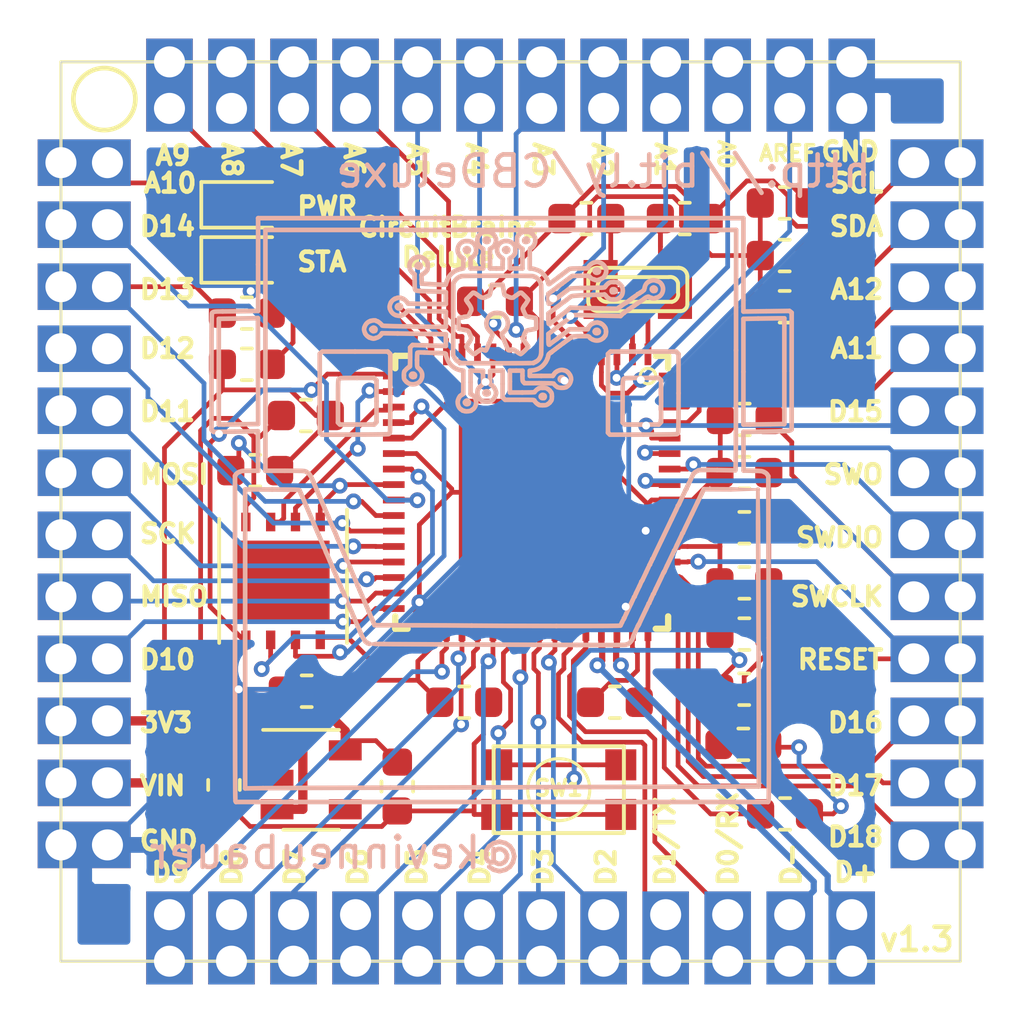
<source format=kicad_pcb>
(kicad_pcb (version 20171130) (host pcbnew "(5.1.5-0-10_14)")
  (layers (0 F.Cu mixed) (31 B.Cu mixed) (34 B.Paste user) (35 F.Paste user) (36 B.SilkS user) (37 F.SilkS user) (38 B.Mask user) (39 F.Mask user) (44 Edge.Cuts user))
  (net 0 "")
  (net 1 GND)
  (net 2 "Net-(C1-Pad2)")
  (net 3 "Net-(C2-Pad2)")
  (net 4 /RESET)
  (net 5 +3V3)
  (net 6 "Net-(C6-Pad1)")
  (net 7 VIN)
  (net 8 /SWO)
  (net 9 /SWCLK)
  (net 10 /SWDIO)
  (net 11 "Net-(LED1-Pad2)")
  (net 12 "Net-(LED2-Pad2)")
  (net 13 /FLASH_CS)
  (net 14 "Net-(R3-Pad2)")
  (net 15 /SCL)
  (net 16 /SDA)
  (net 17 /D13_LED)
  (net 18 /FLASH_IO1)
  (net 19 /FLASH_IO2)
  (net 20 /FLASH_IO0)
  (net 21 /FLASH_SCK)
  (net 22 /FLASH_IO3)
  (net 23 "Net-(U2-Pad4)")
  (net 24 /A0)
  (net 25 /A1)
  (net 26 /A11)
  (net 27 /A10)
  (net 28 /A9)
  (net 29 /A8)
  (net 30 /A7)
  (net 31 /A6)
  (net 32 /A2)
  (net 33 /A3)
  (net 34 /A4)
  (net 35 /A5)
  (net 36 /D17)
  (net 37 /D16)
  (net 38 /D15)
  (net 39 /D14)
  (net 40 /MOSI)
  (net 41 /SCK)
  (net 42 /MISO)
  (net 43 /D2)
  (net 44 /D3)
  (net 45 /D4)
  (net 46 /D5)
  (net 47 /D6)
  (net 48 /D12)
  (net 49 /D7)
  (net 50 /D8)
  (net 51 /D1_TX)
  (net 52 /D0_RX)
  (net 53 /D-)
  (net 54 /D+)
  (net 55 /D11)
  (net 56 /D10)
  (net 57 /D18)
  (net 58 /D9)
  (net 59 /A12)
  (net 60 "Net-(U3-Pad55)")
  (net 61 /AREF)
  (module Kevin-QFN:QFN64 (layer F.Cu) (at 100.33 100.33 270)
    (fp_text reference U3 hide)
    (fp_text value ATSAMD51J19A-MU hide)
    (pad 65 smd rect (at 0 0 270) (size 4.699 4.699) (layers F.Cu F.Paste F.Mask) (net 1 GND))
    (pad 64 smd rect (at -3.74904 -4.44754 180) (size 0.6985 0.21844) (layers F.Cu F.Paste F.Mask) (net 15 /SCL))
    (pad 63 smd rect (at -3.24866 -4.44754 180) (size 0.6985 0.21844) (layers F.Cu F.Paste F.Mask) (net 16 /SDA))
    (pad 62 smd rect (at -2.74828 -4.44754 180) (size 0.6985 0.21844) (layers F.Cu F.Paste F.Mask) (net 59 /A12))
    (pad 61 smd rect (at -2.2479 -4.44754 180) (size 0.6985 0.21844) (layers F.Cu F.Paste F.Mask) (net 26 /A11))
    (pad 60 smd rect (at -1.74752 -4.44754 180) (size 0.6985 0.21844) (layers F.Cu F.Paste F.Mask) (net 38 /D15))
    (pad 59 smd rect (at -1.24968 -4.44754 180) (size 0.6985 0.21844) (layers F.Cu F.Paste F.Mask) (net 8 /SWO))
    (pad 58 smd rect (at -0.7493 -4.44754 180) (size 0.6985 0.21844) (layers F.Cu F.Paste F.Mask) (net 10 /SWDIO))
    (pad 57 smd rect (at -0.24892 -4.44754 180) (size 0.6985 0.21844) (layers F.Cu F.Paste F.Mask) (net 9 /SWCLK))
    (pad 56 smd rect (at 0.24892 -4.44754 180) (size 0.6985 0.21844) (layers F.Cu F.Paste F.Mask) (net 5 +3V3))
    (pad 55 smd rect (at 0.7493 -4.44754 180) (size 0.6985 0.21844) (layers F.Cu F.Paste F.Mask) (net 60 "Net-(U3-Pad55)"))
    (pad 54 smd rect (at 1.24968 -4.44754 180) (size 0.6985 0.21844) (layers F.Cu F.Paste F.Mask) (net 1 GND))
    (pad 53 smd rect (at 1.74752 -4.44754 180) (size 0.6985 0.21844) (layers F.Cu F.Paste F.Mask) (net 6 "Net-(C6-Pad1)"))
    (pad 52 smd rect (at 2.2479 -4.44754 180) (size 0.6985 0.21844) (layers F.Cu F.Paste F.Mask) (net 4 /RESET))
    (pad 51 smd rect (at 2.74828 -4.44754 180) (size 0.6985 0.21844) (layers F.Cu F.Paste F.Mask) (net 37 /D16))
    (pad 50 smd rect (at 3.24866 -4.44754 180) (size 0.6985 0.21844) (layers F.Cu F.Paste F.Mask) (net 36 /D17))
    (pad 49 smd rect (at 3.74904 -4.44754 180) (size 0.6985 0.21844) (layers F.Cu F.Paste F.Mask) (net 57 /D18))
    (pad 48 smd rect (at 4.44754 -3.74904 90) (size 0.6985 0.21844) (layers F.Cu F.Paste F.Mask) (net 5 +3V3))
    (pad 47 smd rect (at 4.44754 -3.24866 90) (size 0.6985 0.21844) (layers F.Cu F.Paste F.Mask) (net 1 GND))
    (pad 46 smd rect (at 4.44754 -2.74828 90) (size 0.6985 0.21844) (layers F.Cu F.Paste F.Mask) (net 54 /D+))
    (pad 45 smd rect (at 4.44754 -2.2479 90) (size 0.6985 0.21844) (layers F.Cu F.Paste F.Mask) (net 53 /D-))
    (pad 44 smd rect (at 4.44754 -1.74752 90) (size 0.6985 0.21844) (layers F.Cu F.Paste F.Mask) (net 52 /D0_RX))
    (pad 43 smd rect (at 4.44754 -1.24968 90) (size 0.6985 0.21844) (layers F.Cu F.Paste F.Mask) (net 51 /D1_TX))
    (pad 42 smd rect (at 4.44754 -0.7493 90) (size 0.6985 0.21844) (layers F.Cu F.Paste F.Mask) (net 43 /D2))
    (pad 41 smd rect (at 4.44754 -0.24892 90) (size 0.6985 0.21844) (layers F.Cu F.Paste F.Mask) (net 44 /D3))
    (pad 40 smd rect (at 4.44754 0.24892 90) (size 0.6985 0.21844) (layers F.Cu F.Paste F.Mask) (net 45 /D4))
    (pad 39 smd rect (at 4.44754 0.7493 90) (size 0.6985 0.21844) (layers F.Cu F.Paste F.Mask) (net 46 /D5))
    (pad 38 smd rect (at 4.44754 1.24968 90) (size 0.6985 0.21844) (layers F.Cu F.Paste F.Mask) (net 47 /D6))
    (pad 37 smd rect (at 4.44754 1.74752 90) (size 0.6985 0.21844) (layers F.Cu F.Paste F.Mask) (net 49 /D7))
    (pad 36 smd rect (at 4.44754 2.2479 90) (size 0.6985 0.21844) (layers F.Cu F.Paste F.Mask) (net 50 /D8))
    (pad 35 smd rect (at 4.44754 2.74828 90) (size 0.6985 0.21844) (layers F.Cu F.Paste F.Mask) (net 58 /D9))
    (pad 34 smd rect (at 4.44754 3.24866 90) (size 0.6985 0.21844) (layers F.Cu F.Paste F.Mask) (net 5 +3V3))
    (pad 33 smd rect (at 4.44754 3.74904 90) (size 0.6985 0.21844) (layers F.Cu F.Paste F.Mask) (net 1 GND))
    (pad 32 smd rect (at 3.74904 4.44754) (size 0.6985 0.21844) (layers F.Cu F.Paste F.Mask) (net 56 /D10))
    (pad 31 smd rect (at 3.24866 4.44754) (size 0.6985 0.21844) (layers F.Cu F.Paste F.Mask) (net 42 /MISO))
    (pad 30 smd rect (at 2.74828 4.44754) (size 0.6985 0.21844) (layers F.Cu F.Paste F.Mask) (net 41 /SCK))
    (pad 29 smd rect (at 2.2479 4.44754) (size 0.6985 0.21844) (layers F.Cu F.Paste F.Mask) (net 40 /MOSI))
    (pad 28 smd rect (at 1.74752 4.44754) (size 0.6985 0.21844) (layers F.Cu F.Paste F.Mask) (net 55 /D11))
    (pad 27 smd rect (at 1.24968 4.44754) (size 0.6985 0.21844) (layers F.Cu F.Paste F.Mask) (net 48 /D12))
    (pad 26 smd rect (at 0.7493 4.44754) (size 0.6985 0.21844) (layers F.Cu F.Paste F.Mask) (net 17 /D13_LED))
    (pad 25 smd rect (at 0.24892 4.44754) (size 0.6985 0.21844) (layers F.Cu F.Paste F.Mask) (net 39 /D14))
    (pad 24 smd rect (at -0.24892 4.44754) (size 0.6985 0.21844) (layers F.Cu F.Paste F.Mask) (net 13 /FLASH_CS))
    (pad 23 smd rect (at -0.7493 4.44754) (size 0.6985 0.21844) (layers F.Cu F.Paste F.Mask) (net 21 /FLASH_SCK))
    (pad 22 smd rect (at -1.24968 4.44754) (size 0.6985 0.21844) (layers F.Cu F.Paste F.Mask) (net 1 GND))
    (pad 21 smd rect (at -1.74752 4.44754) (size 0.6985 0.21844) (layers F.Cu F.Paste F.Mask) (net 5 +3V3))
    (pad 20 smd rect (at -2.2479 4.44754) (size 0.6985 0.21844) (layers F.Cu F.Paste F.Mask) (net 22 /FLASH_IO3))
    (pad 19 smd rect (at -2.74828 4.44754) (size 0.6985 0.21844) (layers F.Cu F.Paste F.Mask) (net 19 /FLASH_IO2))
    (pad 18 smd rect (at -3.24866 4.44754) (size 0.6985 0.21844) (layers F.Cu F.Paste F.Mask) (net 18 /FLASH_IO1))
    (pad 17 smd rect (at -3.74904 4.44754) (size 0.6985 0.21844) (layers F.Cu F.Paste F.Mask) (net 20 /FLASH_IO0))
    (pad 16 smd rect (at -4.44754 3.74904 270) (size 0.6985 0.21844) (layers F.Cu F.Paste F.Mask) (net 27 /A10))
    (pad 15 smd rect (at -4.44754 3.24866 270) (size 0.6985 0.21844) (layers F.Cu F.Paste F.Mask) (net 28 /A9))
    (pad 14 smd rect (at -4.44754 2.74828 270) (size 0.6985 0.21844) (layers F.Cu F.Paste F.Mask) (net 29 /A8))
    (pad 13 smd rect (at -4.44754 2.2479 270) (size 0.6985 0.21844) (layers F.Cu F.Paste F.Mask) (net 30 /A7))
    (pad 12 smd rect (at -4.44754 1.74752 270) (size 0.6985 0.21844) (layers F.Cu F.Paste F.Mask) (net 31 /A6))
    (pad 11 smd rect (at -4.44754 1.24968 270) (size 0.6985 0.21844) (layers F.Cu F.Paste F.Mask) (net 35 /A5))
    (pad 10 smd rect (at -4.44754 0.7493 270) (size 0.6985 0.21844) (layers F.Cu F.Paste F.Mask) (net 34 /A4))
    (pad 9 smd rect (at -4.44754 0.24892 270) (size 0.6985 0.21844) (layers F.Cu F.Paste F.Mask) (net 33 /A3))
    (pad 8 smd rect (at -4.44754 -0.24892 270) (size 0.6985 0.21844) (layers F.Cu F.Paste F.Mask) (net 5 +3V3))
    (pad 7 smd rect (at -4.44754 -0.7493 270) (size 0.6985 0.21844) (layers F.Cu F.Paste F.Mask) (net 1 GND))
    (pad 6 smd rect (at -4.44754 -1.24968 270) (size 0.6985 0.21844) (layers F.Cu F.Paste F.Mask) (net 32 /A2))
    (pad 5 smd rect (at -4.44754 -1.74752 270) (size 0.6985 0.21844) (layers F.Cu F.Paste F.Mask) (net 25 /A1))
    (pad 4 smd rect (at -4.44754 -2.2479 270) (size 0.6985 0.21844) (layers F.Cu F.Paste F.Mask) (net 61 /AREF))
    (pad 3 smd rect (at -4.44754 -2.74828 270) (size 0.6985 0.21844) (layers F.Cu F.Paste F.Mask) (net 24 /A0))
    (pad 2 smd rect (at -4.44754 -3.24866 270) (size 0.6985 0.21844) (layers F.Cu F.Paste F.Mask) (net 2 "Net-(C1-Pad2)"))
    (pad 1 smd rect (at -4.44754 -3.74904 270) (size 0.6985 0.21844) (layers F.Cu F.Paste F.Mask) (net 3 "Net-(C2-Pad2)"))
  )
  (module Capacitor_SMD:C_0603_1608Metric (layer F.Cu) (at 102.092 91.5035)
    (fp_text reference C1 hide)
    (fp_text value 13pF hide)
    (pad 1 smd roundrect (at -0.7875 0) (size 0.875 0.95) (layers F.Cu F.Paste F.Mask) (net 1 GND))
    (pad 2 smd roundrect (at 0.7875 0) (size 0.875 0.95) (layers F.Cu F.Paste F.Mask) (net 2 "Net-(C1-Pad2)"))
  )
  (module Capacitor_SMD:C_0603_1608Metric (layer F.Cu) (at 105.267 91.5035 180)
    (fp_text reference C2 hide)
    (fp_text value 13pF hide)
    (pad 2 smd roundrect (at 0.7875 0 180) (size 0.875 0.95) (layers F.Cu F.Paste F.Mask) (net 3 "Net-(C2-Pad2)"))
    (pad 1 smd roundrect (at -0.7875 0 180) (size 0.875 0.95) (layers F.Cu F.Paste F.Mask) (net 1 GND))
  )
  (module Capacitor_SMD:C_0603_1608Metric (layer F.Cu) (at 107.156 108.458 180)
    (fp_text reference C3 hide)
    (fp_text value 0.1uF hide)
    (pad 1 smd roundrect (at -0.7875 0 180) (size 0.875 0.95) (layers F.Cu F.Paste F.Mask) (net 4 /RESET))
    (pad 2 smd roundrect (at 0.7875 0 180) (size 0.875 0.95) (layers F.Cu F.Paste F.Mask) (net 1 GND))
  )
  (module Capacitor_SMD:C_0603_1608Metric (layer F.Cu) (at 90.408 109.766 270)
    (fp_text reference C4 hide)
    (fp_text value 1uF hide)
    (pad 2 smd roundrect (at 0.7875 0 270) (size 0.875 0.95) (layers F.Cu F.Paste F.Mask) (net 1 GND))
    (pad 1 smd roundrect (at -0.7875 0 270) (size 0.875 0.95) (layers F.Cu F.Paste F.Mask) (net 7 VIN))
  )
  (module Capacitor_SMD:C_0603_1608Metric (layer F.Cu) (at 93.075 106.744 180)
    (fp_text reference C5 hide)
    (fp_text value 0.1uF hide)
    (pad 2 smd roundrect (at 0.7875 0 180) (size 0.875 0.95) (layers F.Cu F.Paste F.Mask) (net 1 GND))
    (pad 1 smd roundrect (at -0.7875 0 180) (size 0.875 0.95) (layers F.Cu F.Paste F.Mask) (net 5 +3V3))
  )
  (module Capacitor_SMD:C_0603_1608Metric (layer F.Cu) (at 107.188 104.902)
    (fp_text reference C6 hide)
    (fp_text value 0.1uF hide)
    (pad 1 smd roundrect (at -0.7875 0) (size 0.875 0.95) (layers F.Cu F.Paste F.Mask) (net 6 "Net-(C6-Pad1)"))
    (pad 2 smd roundrect (at 0.7875 0) (size 0.875 0.95) (layers F.Cu F.Paste F.Mask) (net 1 GND))
  )
  (module Capacitor_SMD:C_0603_1608Metric (layer F.Cu) (at 95.996 109.817 270)
    (fp_text reference C7 hide)
    (fp_text value 1uF hide)
    (pad 1 smd roundrect (at -0.7875 0 270) (size 0.875 0.95) (layers F.Cu F.Paste F.Mask) (net 5 +3V3))
    (pad 2 smd roundrect (at 0.7875 0 270) (size 0.875 0.95) (layers F.Cu F.Paste F.Mask) (net 1 GND))
  )
  (module Capacitor_SMD:C_0603_1608Metric (layer F.Cu) (at 107.188 103.251)
    (fp_text reference C8 hide)
    (fp_text value 1uF hide)
    (pad 2 smd roundrect (at 0.7875 0) (size 0.875 0.95) (layers F.Cu F.Paste F.Mask) (net 1 GND))
    (pad 1 smd roundrect (at -0.7875 0) (size 0.875 0.95) (layers F.Cu F.Paste F.Mask) (net 6 "Net-(C6-Pad1)"))
  )
  (module Capacitor_SMD:C_0603_1608Metric (layer F.Cu) (at 107.188 101.473)
    (fp_text reference C9 hide)
    (fp_text value 10uF hide)
    (pad 1 smd roundrect (at -0.7875 0) (size 0.875 0.95) (layers F.Cu F.Paste F.Mask) (net 6 "Net-(C6-Pad1)"))
    (pad 2 smd roundrect (at 0.7875 0) (size 0.875 0.95) (layers F.Cu F.Paste F.Mask) (net 1 GND))
  )
  (module Capacitor_SMD:C_0603_1608Metric (layer F.Cu) (at 99.1455 94.1705 180)
    (fp_text reference C10 hide)
    (fp_text value 0.1uF hide)
    (pad 2 smd roundrect (at 0.7875 0 180) (size 0.875 0.95) (layers F.Cu F.Paste F.Mask) (net 1 GND))
    (pad 1 smd roundrect (at -0.7875 0 180) (size 0.875 0.95) (layers F.Cu F.Paste F.Mask) (net 5 +3V3))
  )
  (module Capacitor_SMD:C_0603_1608Metric (layer F.Cu) (at 93.0495 97.8535)
    (fp_text reference C11 hide)
    (fp_text value 0.1uF hide)
    (pad 2 smd roundrect (at 0.7875 0) (size 0.875 0.95) (layers F.Cu F.Paste F.Mask) (net 5 +3V3))
    (pad 1 smd roundrect (at -0.7875 0) (size 0.875 0.95) (layers F.Cu F.Paste F.Mask) (net 1 GND))
  )
  (module Capacitor_SMD:C_0603_1608Metric (layer F.Cu) (at 103.012 107.1 180)
    (fp_text reference C12 hide)
    (fp_text value 0.1uF hide)
    (pad 2 smd roundrect (at 0.7875 0 180) (size 0.875 0.95) (layers F.Cu F.Paste F.Mask) (net 1 GND))
    (pad 1 smd roundrect (at -0.7875 0 180) (size 0.875 0.95) (layers F.Cu F.Paste F.Mask) (net 5 +3V3))
  )
  (module Capacitor_SMD:C_0603_1608Metric (layer F.Cu) (at 98.155 107.1 180)
    (fp_text reference C13 hide)
    (fp_text value 0.1uF hide)
    (pad 1 smd roundrect (at -0.7875 0 180) (size 0.875 0.95) (layers F.Cu F.Paste F.Mask) (net 1 GND))
    (pad 2 smd roundrect (at 0.7875 0 180) (size 0.875 0.95) (layers F.Cu F.Paste F.Mask) (net 5 +3V3))
  )
  (module Capacitor_SMD:C_0603_1608Metric (layer F.Cu) (at 107.188 99.695)
    (fp_text reference C14 hide)
    (fp_text value 0.1uF hide)
    (pad 1 smd roundrect (at -0.7875 0) (size 0.875 0.95) (layers F.Cu F.Paste F.Mask) (net 5 +3V3))
    (pad 2 smd roundrect (at 0.7875 0) (size 0.875 0.95) (layers F.Cu F.Paste F.Mask) (net 1 GND))
  )
  (module LED_SMD:LED_0603_1608Metric (layer F.Cu) (at 91.1605 91.059)
    (fp_text reference LED1 hide)
    (fp_text value GREEN hide)
    (pad 2 smd roundrect (at 0.7875 0) (size 0.875 0.95) (layers F.Cu F.Paste F.Mask) (net 11 "Net-(LED1-Pad2)"))
    (pad 1 smd roundrect (at -0.7875 0) (size 0.875 0.95) (layers F.Cu F.Paste F.Mask) (net 1 GND))
  )
  (module LED_SMD:LED_0603_1608Metric (layer F.Cu) (at 91.1605 92.837)
    (fp_text reference LED2 hide)
    (fp_text value RED hide)
    (pad 1 smd roundrect (at -0.7875 0) (size 0.875 0.95) (layers F.Cu F.Paste F.Mask) (net 1 GND))
    (pad 2 smd roundrect (at 0.7875 0) (size 0.875 0.95) (layers F.Cu F.Paste F.Mask) (net 12 "Net-(LED2-Pad2)"))
  )
  (module Resistor_SMD:R_0603_1608Metric (layer F.Cu) (at 91.4145 99.6315 180)
    (fp_text reference R1 hide)
    (fp_text value 100K hide)
    (pad 2 smd roundrect (at 0.7875 0 180) (size 0.875 0.95) (layers F.Cu F.Paste F.Mask) (net 13 /FLASH_CS))
    (pad 1 smd roundrect (at -0.7875 0 180) (size 0.875 0.95) (layers F.Cu F.Paste F.Mask) (net 5 +3V3))
  )
  (module Resistor_SMD:R_0603_1608Metric (layer F.Cu) (at 107.182 106.68 180)
    (fp_text reference R3 hide)
    (fp_text value 330 hide)
    (pad 1 smd roundrect (at -0.7875 0 180) (size 0.875 0.95) (layers F.Cu F.Paste F.Mask) (net 4 /RESET))
    (pad 2 smd roundrect (at 0.7875 0 180) (size 0.875 0.95) (layers F.Cu F.Paste F.Mask) (net 14 "Net-(R3-Pad2)"))
  )
  (module Resistor_SMD:R_0603_1608Metric (layer F.Cu) (at 108.488 92.6955)
    (fp_text reference R4 hide)
    (fp_text value 10K hide)
    (pad 1 smd roundrect (at -0.7875 0) (size 0.875 0.95) (layers F.Cu F.Paste F.Mask) (net 5 +3V3))
    (pad 2 smd roundrect (at 0.7875 0) (size 0.875 0.95) (layers F.Cu F.Paste F.Mask) (net 15 /SCL))
  )
  (module Resistor_SMD:R_0603_1608Metric (layer F.Cu) (at 107.198 97.9805)
    (fp_text reference R5 hide)
    (fp_text value 1K hide)
    (pad 1 smd roundrect (at -0.7875 0) (size 0.875 0.95) (layers F.Cu F.Paste F.Mask) (net 5 +3V3))
    (pad 2 smd roundrect (at 0.7875 0) (size 0.875 0.95) (layers F.Cu F.Paste F.Mask) (net 9 /SWCLK))
  )
  (module Resistor_SMD:R_0603_1608Metric (layer F.Cu) (at 108.488 94.3465)
    (fp_text reference R6 hide)
    (fp_text value 10K hide)
    (pad 1 smd roundrect (at -0.7875 0) (size 0.875 0.95) (layers F.Cu F.Paste F.Mask) (net 5 +3V3))
    (pad 2 smd roundrect (at 0.7875 0) (size 0.875 0.95) (layers F.Cu F.Paste F.Mask) (net 16 /SDA))
  )
  (module Resistor_SMD:R_0603_1608Metric (layer F.Cu) (at 91.1445 96.2025)
    (fp_text reference R7 hide)
    (fp_text value 1K hide)
    (pad 2 smd roundrect (at 0.7875 0) (size 0.875 0.95) (layers F.Cu F.Paste F.Mask) (net 11 "Net-(LED1-Pad2)"))
    (pad 1 smd roundrect (at -0.7875 0) (size 0.875 0.95) (layers F.Cu F.Paste F.Mask) (net 5 +3V3))
  )
  (module Resistor_SMD:R_0603_1608Metric (layer F.Cu) (at 91.1445 94.5515)
    (fp_text reference R8 hide)
    (fp_text value 1K hide)
    (pad 2 smd roundrect (at 0.7875 0) (size 0.875 0.95) (layers F.Cu F.Paste F.Mask) (net 12 "Net-(LED2-Pad2)"))
    (pad 1 smd roundrect (at -0.7875 0) (size 0.875 0.95) (layers F.Cu F.Paste F.Mask) (net 17 /D13_LED))
  )
  (module Kevin-Switches:KMR231 (layer F.Cu) (at 101.203 109.918)
    (fp_text reference SW1 (at 0 -0.05) (layer F.SilkS) (effects (font (size 0.50038 0.50038) (thickness 0.11938))))
    (fp_text value KMR231 hide)
    (pad 1 smd rect (at 2 -0.8) (size 1 1) (layers F.Cu F.Paste F.Mask) (net 14 "Net-(R3-Pad2)"))
    (pad 2 smd rect (at -2 0.8) (size 1 1) (layers F.Cu F.Paste F.Mask) (net 1 GND))
    (pad 2 smd rect (at 2 0.8) (size 1 1) (layers F.Cu F.Paste F.Mask) (net 1 GND))
    (pad 1 smd rect (at -2 -0.8) (size 1 1) (layers F.Cu F.Paste F.Mask) (net 14 "Net-(R3-Pad2)"))
  )
  (module Package_TO_SOT_SMD:SOT-23-5 (layer F.Cu) (at 93.218 109.601)
    (fp_text reference U2 hide)
    (fp_text value AP2112K-3.3 hide)
    (pad 1 smd rect (at -1.1 -0.95) (size 1.06 0.65) (layers F.Cu F.Paste F.Mask) (net 7 VIN))
    (pad 2 smd rect (at -1.1 0) (size 1.06 0.65) (layers F.Cu F.Paste F.Mask) (net 1 GND))
    (pad 3 smd rect (at -1.1 0.95) (size 1.06 0.65) (layers F.Cu F.Paste F.Mask) (net 7 VIN))
    (pad 4 smd rect (at 1.1 0.95) (size 1.06 0.65) (layers F.Cu F.Paste F.Mask) (net 23 "Net-(U2-Pad4)"))
    (pad 5 smd rect (at 1.1 -0.95) (size 1.06 0.65) (layers F.Cu F.Paste F.Mask) (net 5 +3V3))
  )
  (module Kevin-Misc:XTAL3.2x1.5 (layer F.Cu) (at 103.751 93.7895 180)
    (fp_text reference Y1 hide)
    (fp_text value "FC-135 32.7680KA-A5" hide)
    (pad P$1 smd rect (at 1.19888 0 180) (size 1.09982 1.89992) (layers F.Cu F.Paste F.Mask) (net 2 "Net-(C1-Pad2)"))
    (pad P$2 smd rect (at -1.19888 0) (size 1.09982 1.89992) (layers F.Cu F.Paste F.Mask) (net 3 "Net-(C2-Pad2)"))
  )
  (module Kevin-Connectors:48SOM_29MMx29MM (layer F.Cu) (at 85.15 86.45)
    (fp_text reference U4 hide)
    (fp_text value 48SOM hide)
    (pad 46 smd rect (at 7.5 0.75 270) (size 3 1.5) (layers F.Cu F.Mask) (net 30 /A7))
    (pad 47 smd rect (at 5.5 0.75 270) (size 3 1.5) (layers F.Cu F.Mask) (net 29 /A8))
    (pad 45 smd rect (at 9.5 0.75 270) (size 3 1.5) (layers F.Cu F.Mask) (net 31 /A6))
    (pad 48 smd rect (at 3.5 0.75 270) (size 3 1.5) (layers F.Cu F.Mask) (net 28 /A9))
    (pad 44 smd rect (at 11.5 0.75 270) (size 3 1.5) (layers F.Cu F.Mask) (net 35 /A5))
    (pad 43 smd rect (at 13.5 0.75 270) (size 3 1.5) (layers F.Cu F.Mask) (net 34 /A4))
    (pad 42 smd rect (at 15.5 0.75 270) (size 3 1.5) (layers F.Cu F.Mask) (net 33 /A3))
    (pad 41 smd rect (at 17.5 0.75 270) (size 3 1.5) (layers F.Cu F.Mask) (net 32 /A2))
    (pad 40 smd rect (at 19.5 0.75 270) (size 3 1.5) (layers F.Cu F.Mask) (net 25 /A1))
    (pad 39 smd rect (at 21.5 0.75 270) (size 3 1.5) (layers F.Cu F.Mask) (net 24 /A0))
    (pad 38 smd rect (at 23.5 0.75 270) (size 3 1.5) (layers F.Cu F.Mask) (net 61 /AREF))
    (pad 37 smd rect (at 25.5 0.75 270) (size 3 1.5) (layers F.Cu F.Mask) (net 1 GND))
    (pad 48 smd rect (at 3.5 0.75 270) (size 3 1.5) (layers B.Cu B.Mask) (net 28 /A9))
    (pad 47 smd rect (at 5.5 0.75 270) (size 3 1.5) (layers B.Cu B.Mask) (net 29 /A8))
    (pad 46 smd rect (at 7.5 0.75 270) (size 3 1.5) (layers B.Cu B.Mask) (net 30 /A7))
    (pad 45 smd rect (at 9.5 0.75 270) (size 3 1.5) (layers B.Cu B.Mask) (net 31 /A6))
    (pad 44 smd rect (at 11.5 0.75 270) (size 3 1.5) (layers B.Cu B.Mask) (net 35 /A5))
    (pad 43 smd rect (at 13.5 0.75 270) (size 3 1.5) (layers B.Cu B.Mask) (net 34 /A4))
    (pad 42 smd rect (at 15.5 0.75 270) (size 3 1.5) (layers B.Cu B.Mask) (net 33 /A3))
    (pad 41 smd rect (at 17.5 0.75 270) (size 3 1.5) (layers B.Cu B.Mask) (net 32 /A2))
    (pad 40 smd rect (at 19.5 0.75 270) (size 3 1.5) (layers B.Cu B.Mask) (net 25 /A1))
    (pad 39 smd rect (at 21.5 0.75 270) (size 3 1.5) (layers B.Cu B.Mask) (net 24 /A0))
    (pad 38 smd rect (at 23.5 0.75 270) (size 3 1.5) (layers B.Cu B.Mask) (net 61 /AREF))
    (pad 37 smd rect (at 25.5 0.75 270) (size 3 1.5) (layers B.Cu B.Mask) (net 1 GND))
    (pad 13 smd rect (at 3.5 28.25 270) (size 3 1.5) (layers B.Cu B.Mask) (net 58 /D9))
    (pad 14 smd rect (at 5.5 28.25 270) (size 3 1.5) (layers B.Cu B.Mask) (net 50 /D8))
    (pad 15 smd rect (at 7.5 28.25 270) (size 3 1.5) (layers B.Cu B.Mask) (net 49 /D7))
    (pad 16 smd rect (at 9.5 28.25 270) (size 3 1.5) (layers B.Cu B.Mask) (net 47 /D6))
    (pad 17 smd rect (at 11.5 28.25 270) (size 3 1.5) (layers B.Cu B.Mask) (net 46 /D5))
    (pad 18 smd rect (at 13.5 28.25 270) (size 3 1.5) (layers B.Cu B.Mask) (net 45 /D4))
    (pad 19 smd rect (at 15.5 28.25 270) (size 3 1.5) (layers B.Cu B.Mask) (net 44 /D3))
    (pad 20 smd rect (at 17.5 28.25 270) (size 3 1.5) (layers B.Cu B.Mask) (net 43 /D2))
    (pad 21 smd rect (at 19.5 28.25 270) (size 3 1.5) (layers B.Cu B.Mask) (net 51 /D1_TX))
    (pad 22 smd rect (at 21.5 28.25 270) (size 3 1.5) (layers B.Cu B.Mask) (net 52 /D0_RX))
    (pad 23 smd rect (at 23.5 28.25 270) (size 3 1.5) (layers B.Cu B.Mask) (net 53 /D-))
    (pad 24 smd rect (at 25.5 28.25 270) (size 3 1.5) (layers B.Cu B.Mask) (net 54 /D+))
    (pad 25 smd rect (at 28.25 25.25 180) (size 3 1.5) (layers B.Cu B.Mask) (net 57 /D18))
    (pad 26 smd rect (at 28.25 23.25 180) (size 3 1.5) (layers B.Cu B.Mask) (net 36 /D17))
    (pad 27 smd rect (at 28.25 21.25 180) (size 3 1.5) (layers B.Cu B.Mask) (net 37 /D16))
    (pad 28 smd rect (at 28.25 19.25 180) (size 3 1.5) (layers B.Cu B.Mask) (net 4 /RESET))
    (pad 29 smd rect (at 28.25 17.25 180) (size 3 1.5) (layers B.Cu B.Mask) (net 9 /SWCLK))
    (pad 30 smd rect (at 28.25 15.25 180) (size 3 1.5) (layers B.Cu B.Mask) (net 10 /SWDIO))
    (pad 31 smd rect (at 28.25 13.25 180) (size 3 1.5) (layers B.Cu B.Mask) (net 8 /SWO))
    (pad 32 smd rect (at 28.25 11.25 180) (size 3 1.5) (layers B.Cu B.Mask) (net 38 /D15))
    (pad 33 smd rect (at 28.25 9.25 180) (size 3 1.5) (layers B.Cu B.Mask) (net 26 /A11))
    (pad 34 smd rect (at 28.25 7.25 180) (size 3 1.5) (layers B.Cu B.Mask) (net 59 /A12))
    (pad 35 smd rect (at 28.25 5.25 180) (size 3 1.5) (layers B.Cu B.Mask) (net 16 /SDA))
    (pad 36 smd rect (at 28.25 3.25 180) (size 3 1.5) (layers B.Cu B.Mask) (net 15 /SCL))
    (pad 1 smd rect (at 0.75 3.25) (size 3 1.5) (layers B.Cu B.Mask) (net 27 /A10))
    (pad 2 smd rect (at 0.75 5.25) (size 3 1.5) (layers B.Cu B.Mask) (net 39 /D14))
    (pad 3 smd rect (at 0.75 7.25) (size 3 1.5) (layers B.Cu B.Mask) (net 17 /D13_LED))
    (pad 4 smd rect (at 0.75 9.25) (size 3 1.5) (layers B.Cu B.Mask) (net 48 /D12))
    (pad 5 smd rect (at 0.75 11.25) (size 3 1.5) (layers B.Cu B.Mask) (net 55 /D11))
    (pad 6 smd rect (at 0.75 13.25) (size 3 1.5) (layers B.Cu B.Mask) (net 40 /MOSI))
    (pad 7 smd rect (at 0.75 15.25) (size 3 1.5) (layers B.Cu B.Mask) (net 41 /SCK))
    (pad 8 smd rect (at 0.75 17.25) (size 3 1.5) (layers B.Cu B.Mask) (net 42 /MISO))
    (pad 9 smd rect (at 0.75 19.25) (size 3 1.5) (layers B.Cu B.Mask) (net 56 /D10))
    (pad 10 smd rect (at 0.75 21.25) (size 3 1.5) (layers B.Cu B.Mask) (net 5 +3V3))
    (pad 11 smd rect (at 0.75 23.25) (size 3 1.5) (layers B.Cu B.Mask) (net 7 VIN))
    (pad 12 smd rect (at 0.75 25.25) (size 3 1.5) (layers B.Cu B.Mask) (net 1 GND))
    (pad 25 smd rect (at 28.25 25.25 180) (size 3 1.5) (layers F.Cu F.Mask) (net 57 /D18))
    (pad 26 smd rect (at 28.25 23.25 180) (size 3 1.5) (layers F.Cu F.Mask) (net 36 /D17))
    (pad 27 smd rect (at 28.25 21.25 180) (size 3 1.5) (layers F.Cu F.Mask) (net 37 /D16))
    (pad 28 smd rect (at 28.25 19.25 180) (size 3 1.5) (layers F.Cu F.Mask) (net 4 /RESET))
    (pad 29 smd rect (at 28.25 17.25 180) (size 3 1.5) (layers F.Cu F.Mask) (net 9 /SWCLK))
    (pad 30 smd rect (at 28.25 15.25 180) (size 3 1.5) (layers F.Cu F.Mask) (net 10 /SWDIO))
    (pad 31 smd rect (at 28.25 13.25 180) (size 3 1.5) (layers F.Cu F.Mask) (net 8 /SWO))
    (pad 32 smd rect (at 28.25 11.25 180) (size 3 1.5) (layers F.Cu F.Mask) (net 38 /D15))
    (pad 36 smd rect (at 28.25 3.25 180) (size 3 1.5) (layers F.Cu F.Mask) (net 15 /SCL))
    (pad 33 smd rect (at 28.25 9.25 180) (size 3 1.5) (layers F.Cu F.Mask) (net 26 /A11))
    (pad 35 smd rect (at 28.25 5.25 180) (size 3 1.5) (layers F.Cu F.Mask) (net 16 /SDA))
    (pad 34 smd rect (at 28.25 7.25 180) (size 3 1.5) (layers F.Cu F.Mask) (net 59 /A12))
    (pad 20 smd rect (at 17.5 28.25 270) (size 3 1.5) (layers F.Cu F.Mask) (net 43 /D2))
    (pad 19 smd rect (at 15.5 28.25 270) (size 3 1.5) (layers F.Cu F.Mask) (net 44 /D3))
    (pad 17 smd rect (at 11.5 28.25 270) (size 3 1.5) (layers F.Cu F.Mask) (net 46 /D5))
    (pad 21 smd rect (at 19.5 28.25 270) (size 3 1.5) (layers F.Cu F.Mask) (net 51 /D1_TX))
    (pad 16 smd rect (at 9.5 28.25 270) (size 3 1.5) (layers F.Cu F.Mask) (net 47 /D6))
    (pad 15 smd rect (at 7.5 28.25 270) (size 3 1.5) (layers F.Cu F.Mask) (net 49 /D7))
    (pad 23 smd rect (at 23.5 28.25 270) (size 3 1.5) (layers F.Cu F.Mask) (net 53 /D-))
    (pad 13 smd rect (at 3.5 28.25 270) (size 3 1.5) (layers F.Cu F.Mask) (net 58 /D9))
    (pad 24 smd rect (at 25.5 28.25 270) (size 3 1.5) (layers F.Cu F.Mask) (net 54 /D+))
    (pad 18 smd rect (at 13.5 28.25 270) (size 3 1.5) (layers F.Cu F.Mask) (net 45 /D4))
    (pad 14 smd rect (at 5.5 28.25 270) (size 3 1.5) (layers F.Cu F.Mask) (net 50 /D8))
    (pad 22 smd rect (at 21.5 28.25 270) (size 3 1.5) (layers F.Cu F.Mask) (net 52 /D0_RX))
    (pad 12 smd rect (at 0.75 25.25) (size 3 1.5) (layers F.Cu F.Mask) (net 1 GND))
    (pad 11 smd rect (at 0.75 23.25) (size 3 1.5) (layers F.Cu F.Mask) (net 7 VIN))
    (pad 10 smd rect (at 0.75 21.25) (size 3 1.5) (layers F.Cu F.Mask) (net 5 +3V3))
    (pad 9 smd rect (at 0.75 19.25) (size 3 1.5) (layers F.Cu F.Mask) (net 56 /D10))
    (pad 8 smd rect (at 0.75 17.25) (size 3 1.5) (layers F.Cu F.Mask) (net 42 /MISO))
    (pad 7 smd rect (at 0.75 15.25) (size 3 1.5) (layers F.Cu F.Mask) (net 41 /SCK))
    (pad 6 smd rect (at 0.75 13.25) (size 3 1.5) (layers F.Cu F.Mask) (net 40 /MOSI))
    (pad 5 smd rect (at 0.75 11.25) (size 3 1.5) (layers F.Cu F.Mask) (net 55 /D11))
    (pad 4 smd rect (at 0.75 9.25) (size 3 1.5) (layers F.Cu F.Mask) (net 48 /D12))
    (pad 3 smd rect (at 0.75 7.25) (size 3 1.5) (layers F.Cu F.Mask) (net 17 /D13_LED))
    (pad 2 smd rect (at 0.75 5.25) (size 3 1.5) (layers F.Cu F.Mask) (net 39 /D14))
    (pad 1 smd rect (at 0.75 3.25) (size 3 1.5) (layers F.Cu F.Mask) (net 27 /A10))
  )
  (module Package_SON:WSON-8_4x4mm_P0.8mm (layer F.Cu) (at 92.313 103.188 270)
    (fp_text reference U1 hide)
    (fp_text value S25FL064LABNFI040 hide)
    (pad 1 smd rect (at -1.9 -1.2 180) (size 0.3 0.6) (layers F.Cu F.Paste F.Mask) (net 13 /FLASH_CS))
    (pad 2 smd rect (at -1.9 -0.4 180) (size 0.3 0.6) (layers F.Cu F.Paste F.Mask) (net 18 /FLASH_IO1))
    (pad 3 smd rect (at -1.9 0.4 180) (size 0.3 0.6) (layers F.Cu F.Paste F.Mask) (net 19 /FLASH_IO2))
    (pad 4 smd rect (at -1.9 1.2 180) (size 0.3 0.6) (layers F.Cu F.Paste F.Mask) (net 1 GND))
    (pad 5 smd rect (at 1.9 1.2 180) (size 0.3 0.6) (layers F.Cu F.Paste F.Mask) (net 20 /FLASH_IO0))
    (pad 6 smd rect (at 1.9 0.4 180) (size 0.3 0.6) (layers F.Cu F.Paste F.Mask) (net 21 /FLASH_SCK))
    (pad 7 smd rect (at 1.9 -0.4 180) (size 0.3 0.6) (layers F.Cu F.Paste F.Mask) (net 22 /FLASH_IO3))
    (pad 8 smd rect (at 1.9 -1.2 180) (size 0.3 0.6) (layers F.Cu F.Paste F.Mask) (net 5 +3V3))
    (pad 9 smd rect (at 0 0 270) (size 2.6 3) (layers F.Cu F.Paste F.Mask))
  )
  (module Resistor_SMD:R_0603_1608Metric (layer F.Cu) (at 108.488 91)
    (fp_text reference R2 hide)
    (fp_text value 0 hide)
    (pad 1 smd roundrect (at -0.7875 0) (size 0.875 0.95) (layers F.Cu F.Paste F.Mask) (net 5 +3V3))
    (pad 2 smd roundrect (at 0.7875 0) (size 0.875 0.95) (layers F.Cu F.Paste F.Mask) (net 61 /AREF))
  )
  (module Resistor_SMD:R_0603_1608Metric (layer F.Cu) (at 108.5 110.7)
    (fp_text reference R9 hide)
    (fp_text value 10K hide)
    (pad 1 smd roundrect (at -0.7875 0) (size 0.875 0.95) (layers F.Cu F.Paste F.Mask) (net 5 +3V3))
    (pad 2 smd roundrect (at 0.7875 0) (size 0.875 0.95) (layers F.Cu F.Paste F.Mask) (net 4 /RESET))
  )
  (gr_text A5 (at 96.631 88.9635 270) (layer F.SilkS) (effects (font (size 0.6 0.6)) (justify left)))
  (gr_line (start 91.505156 98.997682) (end 91.501766 98.360356) (layer B.SilkS) (width 0.15))
  (gr_line (start 91.508547 99.635006) (end 91.505156 98.997682) (layer B.SilkS) (width 0.15))
  (gr_line (start 90.763119 99.797956) (end 90.795152 99.750814) (layer B.SilkS) (width 0.15))
  (gr_line (start 90.763119 105.023643) (end 90.763119 99.797956) (layer B.SilkS) (width 0.15))
  (gr_curve (pts (xy 90.912949 99.669341) (xy 90.995274 99.636383) (xy 91.008938 99.635006) (xy 91.25363 99.635006)) (layer B.SilkS) (width 0.15))
  (gr_curve (pts (xy 95.063517 105.204294) (xy 95.049561 105.204294) (xy 95.038142 105.198401) (xy 95.038142 105.191217)) (layer B.SilkS) (width 0.15))
  (gr_curve (pts (xy 95.095777 105.215425) (xy 95.09199 105.209289) (xy 95.077475 105.204294) (xy 95.063517 105.204294)) (layer B.SilkS) (width 0.15))
  (gr_curve (pts (xy 97.655655 105.235044) (xy 96.251508 105.230386) (xy 95.099564 105.221555) (xy 95.095777 105.215425)) (layer B.SilkS) (width 0.15))
  (gr_curve (pts (xy 90.36857 94.497155) (xy 90.518491 94.497155) (xy 90.836252 94.493262) (xy 91.074707 94.488502)) (layer B.SilkS) (width 0.15))
  (gr_curve (pts (xy 90.021846 94.549448) (xy 90.061175 94.501802) (xy 90.09199 94.497155) (xy 90.36857 94.497155)) (layer B.SilkS) (width 0.15))
  (gr_curve (pts (xy 90.005242 96.439906) (xy 90.005523 94.972537) (xy 90.00915 94.564829) (xy 90.021846 94.549448)) (layer B.SilkS) (width 0.15))
  (gr_line (start 91.501766 98.360356) (end 91.469083 98.361852) (layer B.SilkS) (width 0.15))
  (gr_curve (pts (xy 101.785303 105.251956) (xy 100.918143 105.247316) (xy 99.059802 105.239702) (xy 97.655655 105.235044)) (layer B.SilkS) (width 0.15))
  (gr_curve (pts (xy 103.371216 105.245408) (xy 103.364294 105.256614) (xy 102.964212 105.25826) (xy 101.785303 105.251956)) (layer B.SilkS) (width 0.15))
  (gr_curve (pts (xy 103.405702 105.230423) (xy 103.391821 105.230423) (xy 103.376308 105.237158) (xy 103.371216 105.245408)) (layer B.SilkS) (width 0.15))
  (gr_curve (pts (xy 103.600893 104.991151) (xy 103.599958 105.072631) (xy 103.471178 105.230423) (xy 103.405702 105.230423)) (layer B.SilkS) (width 0.15))
  (gr_curve (pts (xy 90.778289 110.282628) (xy 90.766857 110.257537) (xy 90.763119 108.961445) (xy 90.763119 105.023643)) (layer B.SilkS) (width 0.15))
  (gr_curve (pts (xy 94.970744 105.142189) (xy 94.931494 105.09952) (xy 94.828969 104.921982) (xy 94.828969 104.896687)) (layer B.SilkS) (width 0.15))
  (gr_curve (pts (xy 95.020978 105.17814) (xy 95.011537 105.17814) (xy 94.988932 105.161958) (xy 94.970744 105.142189)) (layer B.SilkS) (width 0.15))
  (gr_curve (pts (xy 95.038142 105.191217) (xy 95.038142 105.184033) (xy 95.030418 105.17814) (xy 95.020978 105.17814)) (layer B.SilkS) (width 0.15))
  (gr_line (start 108.676827 94.509801) (end 108.712778 94.53827) (layer B.SilkS) (width 0.15))
  (gr_line (start 108.640874 94.481332) (end 108.676827 94.509801) (layer B.SilkS) (width 0.15))
  (gr_line (start 107.898963 94.49089) (end 108.640874 94.481332) (layer B.SilkS) (width 0.15))
  (gr_line (start 107.15705 94.500447) (end 107.898963 94.49089) (layer B.SilkS) (width 0.15))
  (gr_line (start 107.15705 92.995366) (end 107.15705 94.500447) (layer B.SilkS) (width 0.15))
  (gr_line (start 107.15705 91.490286) (end 107.15705 92.995366) (layer B.SilkS) (width 0.15))
  (gr_line (start 99.332655 91.490286) (end 107.15705 91.490286) (layer B.SilkS) (width 0.15))
  (gr_line (start 91.508262 91.490286) (end 99.332655 91.490286) (layer B.SilkS) (width 0.15))
  (gr_line (start 91.508262 92.985069) (end 91.508262 91.490286) (layer B.SilkS) (width 0.15))
  (gr_line (start 91.508262 94.479852) (end 91.508262 92.985069) (layer B.SilkS) (width 0.15))
  (gr_line (start 91.074707 94.488502) (end 91.508262 94.479852) (layer B.SilkS) (width 0.15))
  (gr_curve (pts (xy 108.680357 98.325099) (xy 108.640327 98.356588) (xy 108.51838 98.362887) (xy 107.715809 98.374927)) (layer B.SilkS) (width 0.15))
  (gr_line (start 90.004868 98.310752) (end 90.005242 96.439906) (layer B.SilkS) (width 0.15))
  (gr_line (start 90.0383 98.346826) (end 90.004868 98.310752) (layer B.SilkS) (width 0.15))
  (gr_line (start 90.071732 98.382899) (end 90.0383 98.346826) (layer B.SilkS) (width 0.15))
  (gr_line (start 90.754065 98.373133) (end 90.071732 98.382899) (layer B.SilkS) (width 0.15))
  (gr_line (start 102.855212 98.471931) (end 102.822902 98.439614) (layer B.SilkS) (width 0.15))
  (gr_line (start 103.936315 98.468433) (end 102.855212 98.471931) (layer B.SilkS) (width 0.15))
  (gr_line (start 105.065352 95.871895) (end 105.065352 97.133401) (layer B.SilkS) (width 0.15))
  (gr_line (start 105.025126 95.831669) (end 105.065352 95.871895) (layer B.SilkS) (width 0.15))
  (gr_line (start 104.984902 95.791444) (end 105.025126 95.831669) (layer B.SilkS) (width 0.15))
  (gr_line (start 103.928349 95.791444) (end 104.984902 95.791444) (layer B.SilkS) (width 0.15))
  (gr_line (start 107.715809 98.374927) (end 107.156799 98.383308) (layer B.SilkS) (width 0.15))
  (gr_curve (pts (xy 107.824964 99.675851) (xy 107.876291 99.699926) (xy 107.907288 99.72507) (xy 107.929058 99.760299)) (layer B.SilkS) (width 0.15))
  (gr_curve (pts (xy 107.457722 99.635002) (xy 107.740986 99.641326) (xy 107.754577 99.642841) (xy 107.824964 99.675851)) (layer B.SilkS) (width 0.15))
  (gr_curve (pts (xy 98.02487 97.222228) (xy 98.03233 97.214633) (xy 98.057552 97.197187) (xy 98.08092 97.183458)) (layer B.SilkS) (width 0.15))
  (gr_curve (pts (xy 97.944374 97.403766) (xy 97.950817 97.341339) (xy 97.986158 97.261636) (xy 98.02487 97.222228)) (layer B.SilkS) (width 0.15))
  (gr_curve (pts (xy 98.052641 97.655907) (xy 97.986579 97.62033) (xy 97.934533 97.49912) (xy 97.944374 97.403766)) (layer B.SilkS) (width 0.15))
  (gr_curve (pts (xy 94.580576 104.321835) (xy 94.573388 104.317383) (xy 94.567503 104.305597) (xy 94.567503 104.29561)) (layer B.SilkS) (width 0.15))
  (gr_curve (pts (xy 94.593649 104.35529) (xy 94.593649 104.341334) (xy 94.587761 104.326281) (xy 94.580576 104.321835)) (layer B.SilkS) (width 0.15))
  (gr_curve (pts (xy 94.603538 104.380668) (xy 94.598103 104.380668) (xy 94.593649 104.369256) (xy 94.593649 104.35529)) (layer B.SilkS) (width 0.15))
  (gr_curve (pts (xy 94.629545 104.432309) (xy 94.620682 104.403906) (xy 94.608977 104.380668) (xy 94.603538 104.380668)) (layer B.SilkS) (width 0.15))
  (gr_curve (pts (xy 94.751809 104.717445) (xy 94.663212 104.52412) (xy 94.644794 104.481166) (xy 94.629545 104.432309)) (layer B.SilkS) (width 0.15))
  (gr_curve (pts (xy 94.797518 104.831959) (xy 94.793005 104.814) (xy 94.77244 104.762459) (xy 94.751809 104.717445)) (layer B.SilkS) (width 0.15))
  (gr_curve (pts (xy 94.817342 104.871813) (xy 94.810946 104.867846) (xy 94.802028 104.849926) (xy 94.797518 104.831959)) (layer B.SilkS) (width 0.15))
  (gr_curve (pts (xy 94.828969 104.896687) (xy 94.828969 104.886959) (xy 94.823742 104.875764) (xy 94.817342 104.871813)) (layer B.SilkS) (width 0.15))
  (gr_curve (pts (xy 94.4622 104.047297) (xy 94.415852 103.935308) (xy 94.347728 103.776031) (xy 94.300765 103.669858)) (layer B.SilkS) (width 0.15))
  (gr_curve (pts (xy 94.520262 104.175454) (xy 94.494279 104.119349) (xy 94.468152 104.061678) (xy 94.4622 104.047297)) (layer B.SilkS) (width 0.15))
  (gr_curve (pts (xy 94.567503 104.29561) (xy 94.567503 104.285621) (xy 94.546244 104.231561) (xy 94.520262 104.175454)) (layer B.SilkS) (width 0.15))
  (gr_line (start 103.29332 98.112556) (end 103.26123 98.080467) (layer B.SilkS) (width 0.15))
  (gr_curve (pts (xy 103.326566 96.65428) (xy 103.326566 96.645768) (xy 103.517972 96.641203) (xy 103.87464 96.641203)) (layer B.SilkS) (width 0.15))
  (gr_curve (pts (xy 103.311656 96.667357) (xy 103.31985 96.667357) (xy 103.326566 96.661483) (xy 103.326566 96.65428)) (layer B.SilkS) (width 0.15))
  (gr_curve (pts (xy 103.261604 97.39679) (xy 103.262166 96.695651) (xy 103.263962 96.667357) (xy 103.311656 96.667357)) (layer B.SilkS) (width 0.15))
  (gr_line (start 108.712778 98.299596) (end 108.680357 98.325099) (layer B.SilkS) (width 0.15))
  (gr_line (start 108.712778 96.418935) (end 108.712778 98.299596) (layer B.SilkS) (width 0.15))
  (gr_line (start 108.712778 94.53827) (end 108.712778 96.418935) (layer B.SilkS) (width 0.15))
  (gr_curve (pts (xy 94.167283 103.351831) (xy 94.1413 103.295724) (xy 94.115173 103.238055) (xy 94.109221 103.223672)) (layer B.SilkS) (width 0.15))
  (gr_curve (pts (xy 94.214523 103.471988) (xy 94.214523 103.462016) (xy 94.193265 103.407936) (xy 94.167283 103.351831)) (layer B.SilkS) (width 0.15))
  (gr_curve (pts (xy 94.227596 103.498213) (xy 94.220409 103.49376) (xy 94.214523 103.481974) (xy 94.214523 103.471988)) (layer B.SilkS) (width 0.15))
  (gr_line (start 106.921822 91.869454) (end 99.332715 91.869454) (layer B.SilkS) (width 0.15))
  (gr_line (start 106.91853 95.748968) (end 106.921822 91.869454) (layer B.SilkS) (width 0.15))
  (gr_curve (pts (xy 95.140424 104.329517) (xy 95.216649 104.495672) (xy 95.243781 104.557713) (xy 95.252866 104.586633)) (layer B.SilkS) (width 0.15))
  (gr_curve (pts (xy 95.09453 104.208587) (xy 95.098608 104.228956) (xy 95.119256 104.283374) (xy 95.140424 104.329517)) (layer B.SilkS) (width 0.15))
  (gr_curve (pts (xy 94.24067 103.531668) (xy 94.24067 103.517712) (xy 94.234782 103.502656) (xy 94.227596 103.498213)) (layer B.SilkS) (width 0.15))
  (gr_curve (pts (xy 94.253743 103.557043) (xy 94.246555 103.557043) (xy 94.24067 103.545631) (xy 94.24067 103.531668)) (layer B.SilkS) (width 0.15))
  (gr_curve (pts (xy 94.266816 103.575078) (xy 94.266816 103.565163) (xy 94.260928 103.557043) (xy 94.253743 103.557043)) (layer B.SilkS) (width 0.15))
  (gr_curve (pts (xy 94.300765 103.669858) (xy 94.282092 103.627645) (xy 94.266816 103.584993) (xy 94.266816 103.575078)) (layer B.SilkS) (width 0.15))
  (gr_curve (pts (xy 103.784217 104.589824) (xy 103.777034 104.589824) (xy 103.771141 104.601592) (xy 103.771141 104.615971)) (layer B.SilkS) (width 0.15))
  (gr_curve (pts (xy 103.797294 104.577646) (xy 103.797294 104.584342) (xy 103.791401 104.589824) (xy 103.784217 104.589824)) (layer B.SilkS) (width 0.15))
  (gr_curve (pts (xy 104.014501 104.11088) (xy 103.874954 104.397941) (xy 103.797294 104.564826) (xy 103.797294 104.577646)) (layer B.SilkS) (width 0.15))
  (gr_curve (pts (xy 104.097983 103.924585) (xy 104.097983 103.932592) (xy 104.060415 104.016427) (xy 104.014501 104.11088)) (layer B.SilkS) (width 0.15))
  (gr_curve (pts (xy 104.11106 103.910011) (xy 104.103876 103.910011) (xy 104.097983 103.916559) (xy 104.097983 103.924585)) (layer B.SilkS) (width 0.15))
  (gr_curve (pts (xy 104.124136 103.895082) (xy 104.124136 103.903295) (xy 104.118243 103.910011) (xy 104.11106 103.910011)) (layer B.SilkS) (width 0.15))
  (gr_curve (pts (xy 104.182967 103.757586) (xy 104.15061 103.824997) (xy 104.124136 103.886869) (xy 104.124136 103.895082)) (layer B.SilkS) (width 0.15))
  (gr_curve (pts (xy 104.241796 103.622177) (xy 104.241796 103.629248) (xy 104.215323 103.690178) (xy 104.182967 103.757586)) (layer B.SilkS) (width 0.15))
  (gr_curve (pts (xy 104.254873 103.609324) (xy 104.247689 103.609324) (xy 104.241796 103.615105) (xy 104.241796 103.622177)) (layer B.SilkS) (width 0.15))
  (gr_curve (pts (xy 93.535053 101.877116) (xy 93.506495 101.811717) (xy 93.451455 101.68254) (xy 93.426428 101.622187)) (layer B.SilkS) (width 0.15))
  (gr_curve (pts (xy 93.626225 102.104265) (xy 93.626225 102.091001) (xy 93.60099 102.028119) (xy 93.535053 101.877116)) (layer B.SilkS) (width 0.15))
  (gr_curve (pts (xy 93.639298 102.11897) (xy 93.63211 102.11897) (xy 93.626225 102.112347) (xy 93.626225 102.104265)) (layer B.SilkS) (width 0.15))
  (gr_curve (pts (xy 93.652371 102.139088) (xy 93.652371 102.128032) (xy 93.646484 102.11897) (xy 93.639298 102.11897)) (layer B.SilkS) (width 0.15))
  (gr_curve (pts (xy 93.699639 102.266553) (xy 93.673642 102.207512) (xy 93.652371 102.150152) (xy 93.652371 102.139088)) (layer B.SilkS) (width 0.15))
  (gr_curve (pts (xy 93.828622 102.563464) (xy 93.78818 102.468261) (xy 93.767894 102.421565) (xy 93.699639 102.266553)) (layer B.SilkS) (width 0.15))
  (gr_curve (pts (xy 93.876206 102.671143) (xy 93.869886 102.658665) (xy 93.848476 102.610202) (xy 93.828622 102.563464)) (layer B.SilkS) (width 0.15))
  (gr_curve (pts (xy 93.88769 102.713631) (xy 93.88769 102.702743) (xy 93.882519 102.683629) (xy 93.876206 102.671143)) (layer B.SilkS) (width 0.15))
  (gr_curve (pts (xy 93.900763 102.733418) (xy 93.893576 102.733418) (xy 93.88769 102.724513) (xy 93.88769 102.713631)) (layer B.SilkS) (width 0.15))
  (gr_curve (pts (xy 93.913837 102.751453) (xy 93.913837 102.741537) (xy 93.907949 102.733418) (xy 93.900763 102.733418)) (layer B.SilkS) (width 0.15))
  (gr_curve (pts (xy 93.947785 102.846234) (xy 93.929113 102.804022) (xy 93.913837 102.76137) (xy 93.913837 102.751453)) (layer B.SilkS) (width 0.15))
  (gr_curve (pts (xy 94.109221 103.223672) (xy 94.062873 103.111683) (xy 93.994748 102.952407) (xy 93.947785 102.846234)) (layer B.SilkS) (width 0.15))
  (gr_curve (pts (xy 94.711266 103.328152) (xy 94.711266 103.33904) (xy 94.717153 103.347939) (xy 94.724339 103.347939)) (layer B.SilkS) (width 0.15))
  (gr_curve (pts (xy 94.699517 103.285664) (xy 94.705979 103.298143) (xy 94.711266 103.31727) (xy 94.711266 103.328152)) (layer B.SilkS) (width 0.15))
  (gr_curve (pts (xy 94.648373 103.171449) (xy 94.670039 103.221783) (xy 94.693054 103.273179) (xy 94.699517 103.285664)) (layer B.SilkS) (width 0.15))
  (gr_curve (pts (xy 94.58315 103.021106) (xy 94.597357 103.053464) (xy 94.626705 103.121117) (xy 94.648373 103.171449)) (layer B.SilkS) (width 0.15))
  (gr_curve (pts (xy 94.528588 102.890374) (xy 94.544393 102.92992) (xy 94.568945 102.988749) (xy 94.58315 103.021106)) (layer B.SilkS) (width 0.15))
  (gr_curve (pts (xy 94.487899 102.79577) (xy 94.494473 102.808248) (xy 94.512783 102.850827) (xy 94.528588 102.890374)) (layer B.SilkS) (width 0.15))
  (gr_curve (pts (xy 94.475945 102.75328) (xy 94.475945 102.764168) (xy 94.481323 102.783284) (xy 94.487899 102.79577)) (layer B.SilkS) (width 0.15))
  (gr_curve (pts (xy 94.462871 102.733493) (xy 94.470059 102.733493) (xy 94.475945 102.742398) (xy 94.475945 102.75328)) (layer B.SilkS) (width 0.15))
  (gr_curve (pts (xy 94.449798 102.716338) (xy 94.449798 102.725785) (xy 94.455686 102.733493) (xy 94.462871 102.733493)) (layer B.SilkS) (width 0.15))
  (gr_curve (pts (xy 94.417114 102.631424) (xy 94.435091 102.668687) (xy 94.449798 102.706898) (xy 94.449798 102.716338)) (layer B.SilkS) (width 0.15))
  (gr_curve (pts (xy 94.384431 102.544) (xy 94.384431 102.554814) (xy 94.399139 102.594162) (xy 94.417114 102.631424)) (layer B.SilkS) (width 0.15))
  (gr_curve (pts (xy 94.371358 102.524325) (xy 94.378546 102.524325) (xy 94.384431 102.533174) (xy 94.384431 102.544)) (layer B.SilkS) (width 0.15))
  (gr_curve (pts (xy 94.358285 102.504538) (xy 94.358285 102.515426) (xy 94.364172 102.524325) (xy 94.371358 102.524325)) (layer B.SilkS) (width 0.15))
  (gr_curve (pts (xy 94.346536 102.46205) (xy 94.352998 102.474529) (xy 94.358285 102.493656) (xy 94.358285 102.504538)) (layer B.SilkS) (width 0.15))
  (gr_curve (pts (xy 94.231247 102.197493) (xy 94.267476 102.284866) (xy 94.334852 102.439476) (xy 94.346536 102.46205)) (layer B.SilkS) (width 0.15))
  (gr_curve (pts (xy 94.065514 101.81474) (xy 94.121767 101.939469) (xy 94.180549 102.075225) (xy 94.231247 102.197493)) (layer B.SilkS) (width 0.15))
  (gr_curve (pts (xy 94.031452 101.727731) (xy 94.031452 101.734036) (xy 94.046781 101.773199) (xy 94.065514 101.81474)) (layer B.SilkS) (width 0.15))
  (gr_curve (pts (xy 94.006656 101.665989) (xy 94.020294 101.693632) (xy 94.031452 101.721415) (xy 94.031452 101.727731)) (layer B.SilkS) (width 0.15))
  (gr_curve (pts (xy 93.94688 101.530752) (xy 93.96612 101.57749) (xy 93.993019 101.638347) (xy 94.006656 101.665989)) (layer B.SilkS) (width 0.15))
  (gr_curve (pts (xy 93.888526 101.393483) (xy 93.901382 101.422244) (xy 93.927641 101.484016) (xy 93.94688 101.530752)) (layer B.SilkS) (width 0.15))
  (gr_curve (pts (xy 93.829055 101.256211) (xy 93.848908 101.302949) (xy 93.875671 101.364721) (xy 93.888526 101.393483)) (layer B.SilkS) (width 0.15))
  (gr_curve (pts (xy 93.781471 101.148534) (xy 93.787791 101.161012) (xy 93.8092 101.209475) (xy 93.829055 101.256211)) (layer B.SilkS) (width 0.15))
  (gr_curve (pts (xy 93.769984 101.106047) (xy 93.769984 101.116935) (xy 93.775155 101.136049) (xy 93.781471 101.148534)) (layer B.SilkS) (width 0.15))
  (gr_curve (pts (xy 93.756911 101.086259) (xy 93.764099 101.086259) (xy 93.769984 101.095164) (xy 93.769984 101.106047)) (layer B.SilkS) (width 0.15))
  (gr_curve (pts (xy 93.743838 101.068225) (xy 93.743838 101.07814) (xy 93.749726 101.086259) (xy 93.756911 101.086259)) (layer B.SilkS) (width 0.15))
  (gr_curve (pts (xy 93.652739 100.844398) (xy 93.720703 100.995062) (xy 93.743838 101.0519) (xy 93.743838 101.068225)) (layer B.SilkS) (width 0.15))
  (gr_curve (pts (xy 104.26795 103.59361) (xy 104.26795 103.602253) (xy 104.262057 103.609324) (xy 104.254873 103.609324)) (layer B.SilkS) (width 0.15))
  (gr_curve (pts (xy 104.338776 103.433463) (xy 104.299822 103.512906) (xy 104.26795 103.584972) (xy 104.26795 103.59361)) (layer B.SilkS) (width 0.15))
  (gr_curve (pts (xy 104.568636 102.941506) (xy 104.568636 102.953928) (xy 104.462108 103.181933) (xy 104.338776 103.433463)) (layer B.SilkS) (width 0.15))
  (gr_curve (pts (xy 104.581713 102.929496) (xy 104.574529 102.929496) (xy 104.568636 102.934902) (xy 104.568636 102.941506)) (layer B.SilkS) (width 0.15))
  (gr_curve (pts (xy 104.59479 102.903348) (xy 104.59479 102.917734) (xy 104.588897 102.929496) (xy 104.581713 102.929496)) (layer B.SilkS) (width 0.15))
  (gr_curve (pts (xy 104.607867 102.877201) (xy 104.600683 102.877201) (xy 104.59479 102.888969) (xy 104.59479 102.903348)) (layer B.SilkS) (width 0.15))
  (gr_curve (pts (xy 104.620944 102.861506) (xy 104.620944 102.870149) (xy 104.615051 102.877201) (xy 104.607867 102.877201)) (layer B.SilkS) (width 0.15))
  (gr_curve (pts (xy 104.691768 102.701356) (xy 104.652815 102.780801) (xy 104.620944 102.852868) (xy 104.620944 102.861506)) (layer B.SilkS) (width 0.15))
  (gr_curve (pts (xy 104.92163 102.2094) (xy 104.92163 102.221822) (xy 104.815102 102.449825) (xy 104.691768 102.701356)) (layer B.SilkS) (width 0.15))
  (gr_curve (pts (xy 104.934707 102.19739) (xy 104.927523 102.19739) (xy 104.92163 102.202777) (xy 104.92163 102.2094)) (layer B.SilkS) (width 0.15))
  (gr_curve (pts (xy 104.947784 102.181488) (xy 104.947784 102.190243) (xy 104.941891 102.19739) (xy 104.934707 102.19739)) (layer B.SilkS) (width 0.15))
  (gr_curve (pts (xy 105.011627 102.034412) (xy 104.976514 102.106557) (xy 104.947784 102.17274) (xy 104.947784 102.181488)) (layer B.SilkS) (width 0.15))
  (gr_curve (pts (xy 105.183105 101.664194) (xy 105.183105 101.679328) (xy 105.156615 101.736524) (xy 105.011627 102.034412)) (layer B.SilkS) (width 0.15))
  (gr_curve (pts (xy 105.196182 101.648311) (xy 105.188998 101.648311) (xy 105.183105 101.655457) (xy 105.183105 101.664194)) (layer B.SilkS) (width 0.15))
  (gr_curve (pts (xy 105.209259 101.6363) (xy 105.209259 101.642904) (xy 105.203366 101.648311) (xy 105.196182 101.648311)) (layer B.SilkS) (width 0.15))
  (gr_curve (pts (xy 105.496132 101.027322) (xy 105.298793 101.433143) (xy 105.209259 101.623208) (xy 105.209259 101.6363)) (layer B.SilkS) (width 0.15))
  (gr_curve (pts (xy 105.681003 100.642412) (xy 105.649254 100.710307) (xy 105.566062 100.883514) (xy 105.496132 101.027322)) (layer B.SilkS) (width 0.15))
  (gr_curve (pts (xy 105.810737 100.37441) (xy 105.771132 100.453917) (xy 105.712752 100.574519) (xy 105.681003 100.642412)) (layer B.SilkS) (width 0.15))
  (gr_line (start 107.653874 109.815903) (end 107.654248 108.127789) (layer B.SilkS) (width 0.15))
  (gr_line (start 105.042474 109.824003) (end 107.653874 109.815903) (layer B.SilkS) (width 0.15))
  (gr_curve (pts (xy 107.622724 100.240867) (xy 107.621975 100.239745) (xy 107.230118 100.236808) (xy 106.752018 100.234338)) (layer B.SilkS) (width 0.15))
  (gr_curve (pts (xy 107.654248 108.127789) (xy 107.654435 106.776832) (xy 107.628375 100.24891) (xy 107.622724 100.240867)) (layer B.SilkS) (width 0.15))
  (gr_line (start 90.793461 110.315892) (end 90.778289 110.282628) (layer B.SilkS) (width 0.15))
  (gr_line (start 99.372424 110.315892) (end 90.793461 110.315892) (layer B.SilkS) (width 0.15))
  (gr_line (start 107.951345 110.315892) (end 99.372424 110.315892) (layer B.SilkS) (width 0.15))
  (gr_line (start 107.96792 110.275861) (end 107.951345 110.315892) (layer B.SilkS) (width 0.15))
  (gr_curve (pts (xy 100.86881 109.83867) (xy 101.728055 109.83506) (xy 103.606204 109.828474) (xy 105.042474 109.824003)) (layer B.SilkS) (width 0.15))
  (gr_curve (pts (xy 95.776744 109.853524) (xy 97.718135 109.848959) (xy 100.009565 109.842281) (xy 100.86881 109.83867)) (layer B.SilkS) (width 0.15))
  (gr_line (start 107.960063 99.810464) (end 107.972279 105.023147) (layer B.SilkS) (width 0.15))
  (gr_line (start 107.929058 99.760299) (end 107.960063 99.810464) (layer B.SilkS) (width 0.15))
  (gr_curve (pts (xy 107.972279 105.023147) (xy 107.98212 109.225679) (xy 107.981278 110.24359) (xy 107.96792 110.275861)) (layer B.SilkS) (width 0.15))
  (gr_line (start 107.163572 99.628436) (end 107.457722 99.635002) (layer B.SilkS) (width 0.15))
  (gr_line (start 107.160186 99.005872) (end 107.163572 99.628436) (layer B.SilkS) (width 0.15))
  (gr_line (start 107.156799 98.383308) (end 107.160186 99.005872) (layer B.SilkS) (width 0.15))
  (gr_line (start 91.743618 99.635019) (end 92.36787 99.635393) (layer B.SilkS) (width 0.15))
  (gr_line (start 91.743618 95.752237) (end 91.743618 99.635019) (layer B.SilkS) (width 0.15))
  (gr_line (start 91.743618 91.869454) (end 91.743618 95.752237) (layer B.SilkS) (width 0.15))
  (gr_line (start 99.332715 91.869454) (end 91.743618 91.869454) (layer B.SilkS) (width 0.15))
  (gr_line (start 91.25363 99.635006) (end 91.508547 99.635006) (layer B.SilkS) (width 0.15))
  (gr_curve (pts (xy 91.469083 98.361852) (xy 91.451106 98.362788) (xy 91.129349 98.367764) (xy 90.754065 98.373133)) (layer B.SilkS) (width 0.15))
  (gr_line (start 98.08092 97.183458) (end 98.123408 97.158507) (layer B.SilkS) (width 0.15))
  (gr_curve (pts (xy 96.402866 96.267552) (xy 96.407227 96.25618) (xy 96.410797 96.114933) (xy 96.410797 95.953674)) (layer B.SilkS) (width 0.15))
  (gr_curve (pts (xy 96.37672 96.288232) (xy 96.386736 96.288232) (xy 96.398504 96.278926) (xy 96.402866 96.267552)) (layer B.SilkS) (width 0.15))
  (gr_curve (pts (xy 96.358509 96.301305) (xy 96.358509 96.294114) (xy 96.366703 96.288232) (xy 96.37672 96.288232)) (layer B.SilkS) (width 0.15))
  (gr_curve (pts (xy 96.343486 96.314377) (xy 96.351748 96.314377) (xy 96.358509 96.308493) (xy 96.358509 96.301305)) (layer B.SilkS) (width 0.15))
  (gr_curve (pts (xy 96.227773 96.427168) (xy 96.282238 96.36096) (xy 96.330028 96.314377) (xy 96.343486 96.314377)) (layer B.SilkS) (width 0.15))
  (gr_curve (pts (xy 98.097262 97.690038) (xy 98.097262 97.684482) (xy 98.077183 97.669124) (xy 98.052641 97.655907)) (layer B.SilkS) (width 0.15))
  (gr_curve (pts (xy 98.126676 97.700346) (xy 98.110498 97.700241) (xy 98.097262 97.695594) (xy 98.097262 97.690038)) (layer B.SilkS) (width 0.15))
  (gr_curve (pts (xy 98.175702 97.713834) (xy 98.164917 97.70652) (xy 98.142855 97.700458) (xy 98.126676 97.700346)) (layer B.SilkS) (width 0.15))
  (gr_line (start 103.26123 98.080467) (end 103.261604 97.39679) (layer B.SilkS) (width 0.15))
  (gr_line (start 94.147884 98.144638) (end 94.115836 98.112556) (layer B.SilkS) (width 0.15))
  (gr_line (start 94.69885 98.144638) (end 94.147884 98.144638) (layer B.SilkS) (width 0.15))
  (gr_line (start 95.249815 98.144638) (end 94.69885 98.144638) (layer B.SilkS) (width 0.15))
  (gr_line (start 95.287744 98.104035) (end 95.249815 98.144638) (layer B.SilkS) (width 0.15))
  (gr_line (start 95.325672 98.063433) (end 95.287744 98.104035) (layer B.SilkS) (width 0.15))
  (gr_line (start 95.325672 97.392543) (end 95.325672 98.063433) (layer B.SilkS) (width 0.15))
  (gr_line (start 95.325672 96.721655) (end 95.325672 97.392543) (layer B.SilkS) (width 0.15))
  (gr_line (start 95.285446 96.681429) (end 95.325672 96.721655) (layer B.SilkS) (width 0.15))
  (gr_line (start 95.245221 96.641203) (end 95.285446 96.681429) (layer B.SilkS) (width 0.15))
  (gr_line (start 94.697146 96.641203) (end 95.245221 96.641203) (layer B.SilkS) (width 0.15))
  (gr_line (start 94.083746 98.080467) (end 94.08412 97.39679) (layer B.SilkS) (width 0.15))
  (gr_line (start 94.115836 98.112556) (end 94.083746 98.080467) (layer B.SilkS) (width 0.15))
  (gr_curve (pts (xy 94.149071 96.65428) (xy 94.149071 96.645768) (xy 94.340478 96.641203) (xy 94.697146 96.641203)) (layer B.SilkS) (width 0.15))
  (gr_curve (pts (xy 94.134171 96.667357) (xy 94.142365 96.667357) (xy 94.149071 96.661483) (xy 94.149071 96.65428)) (layer B.SilkS) (width 0.15))
  (gr_curve (pts (xy 94.08412 97.39679) (xy 94.084588 96.695651) (xy 94.086485 96.667357) (xy 94.134171 96.667357)) (layer B.SilkS) (width 0.15))
  (gr_line (start 93.560069 98.471931) (end 93.527758 98.439614) (layer B.SilkS) (width 0.15))
  (gr_line (start 94.641172 98.468433) (end 93.560069 98.471931) (layer B.SilkS) (width 0.15))
  (gr_line (start 95.770207 95.871895) (end 95.770207 97.133401) (layer B.SilkS) (width 0.15))
  (gr_line (start 95.729982 95.831669) (end 95.770207 95.871895) (layer B.SilkS) (width 0.15))
  (gr_line (start 95.689756 95.791444) (end 95.729982 95.831669) (layer B.SilkS) (width 0.15))
  (gr_line (start 94.633203 95.791444) (end 95.689756 95.791444) (layer B.SilkS) (width 0.15))
  (gr_line (start 93.576651 95.791444) (end 94.633203 95.791444) (layer B.SilkS) (width 0.15))
  (gr_line (start 93.536048 95.829372) (end 93.576651 95.791444) (layer B.SilkS) (width 0.15))
  (gr_line (start 93.495446 95.8673) (end 93.536048 95.829372) (layer B.SilkS) (width 0.15))
  (gr_line (start 93.495446 97.1373) (end 93.495446 95.8673) (layer B.SilkS) (width 0.15))
  (gr_line (start 93.495446 98.407299) (end 93.495446 97.1373) (layer B.SilkS) (width 0.15))
  (gr_line (start 93.527758 98.439614) (end 93.495446 98.407299) (layer B.SilkS) (width 0.15))
  (gr_curve (pts (xy 95.727797 98.448367) (xy 95.723408 98.461537) (xy 95.500093 98.465653) (xy 94.641172 98.468433)) (layer B.SilkS) (width 0.15))
  (gr_curve (pts (xy 95.751762 98.41335) (xy 95.74162 98.423489) (xy 95.730835 98.439251) (xy 95.727797 98.448367)) (layer B.SilkS) (width 0.15))
  (gr_curve (pts (xy 95.770207 97.133401) (xy 95.770207 98.201823) (xy 95.767382 98.397728) (xy 95.751762 98.41335)) (layer B.SilkS) (width 0.15))
  (gr_line (start 103.191496 104.62585) (end 103.191496 104.62585) (layer B.SilkS) (width 0.15))
  (gr_line (start 95.262106 104.616048) (end 96.493387 104.617918) (layer B.SilkS) (width 0.15))
  (gr_line (start 95.252866 104.586633) (end 95.262106 104.616048) (layer B.SilkS) (width 0.15))
  (gr_curve (pts (xy 101.125404 104.639638) (xy 102.756051 104.641658) (xy 103.182041 104.638703) (xy 103.191496 104.62585)) (layer B.SilkS) (width 0.15))
  (gr_curve (pts (xy 98.397946 104.628432) (xy 98.768248 104.633184) (xy 99.995603 104.638235) (xy 101.125404 104.639638)) (layer B.SilkS) (width 0.15))
  (gr_curve (pts (xy 96.493387 104.617918) (xy 97.170592 104.619041) (xy 98.027643 104.623681) (xy 98.397946 104.628432)) (layer B.SilkS) (width 0.15))
  (gr_line (start 104.465238 98.104035) (end 104.427309 98.144638) (layer B.SilkS) (width 0.15))
  (gr_line (start 104.503164 98.063433) (end 104.465238 98.104035) (layer B.SilkS) (width 0.15))
  (gr_line (start 104.503164 97.392543) (end 104.503164 98.063433) (layer B.SilkS) (width 0.15))
  (gr_line (start 104.503164 96.721655) (end 104.503164 97.392543) (layer B.SilkS) (width 0.15))
  (gr_line (start 104.46294 96.681429) (end 104.503164 96.721655) (layer B.SilkS) (width 0.15))
  (gr_line (start 104.422715 96.641203) (end 104.46294 96.681429) (layer B.SilkS) (width 0.15))
  (gr_line (start 103.87464 96.641203) (end 104.422715 96.641203) (layer B.SilkS) (width 0.15))
  (gr_curve (pts (xy 95.075683 104.171555) (xy 95.081975 104.171555) (xy 95.090455 104.188224) (xy 95.09453 104.208587)) (layer B.SilkS) (width 0.15))
  (gr_curve (pts (xy 95.064245 104.151767) (xy 95.064245 104.162656) (xy 95.069398 104.171555) (xy 95.075683 104.171555)) (layer B.SilkS) (width 0.15))
  (gr_curve (pts (xy 95.052497 104.109278) (xy 95.058958 104.121757) (xy 95.064245 104.140884) (xy 95.064245 104.151767)) (layer B.SilkS) (width 0.15))
  (gr_curve (pts (xy 95.001384 103.995065) (xy 95.023033 104.045398) (xy 95.046035 104.096795) (xy 95.052497 104.109278)) (layer B.SilkS) (width 0.15))
  (gr_curve (pts (xy 94.928156 103.827992) (xy 94.946782 103.86955) (xy 94.979733 103.944733) (xy 95.001384 103.995065)) (layer B.SilkS) (width 0.15))
  (gr_curve (pts (xy 94.894292 103.746642) (xy 94.894292 103.749823) (xy 94.909531 103.786434) (xy 94.928156 103.827992)) (layer B.SilkS) (width 0.15))
  (gr_curve (pts (xy 94.860256 103.665321) (xy 94.878975 103.706862) (xy 94.894292 103.743456) (xy 94.894292 103.746642)) (layer B.SilkS) (width 0.15))
  (gr_curve (pts (xy 94.814941 103.563645) (xy 94.821149 103.578032) (xy 94.841536 103.62378) (xy 94.860256 103.665321)) (layer B.SilkS) (width 0.15))
  (gr_curve (pts (xy 94.770538 103.460699) (xy 94.788757 103.502938) (xy 94.808738 103.549265) (xy 94.814941 103.563645)) (layer B.SilkS) (width 0.15))
  (gr_curve (pts (xy 94.737412 103.365918) (xy 94.737412 103.375814) (xy 94.752318 103.418461) (xy 94.770538 103.460699)) (layer B.SilkS) (width 0.15))
  (gr_curve (pts (xy 94.724339 103.347939) (xy 94.731526 103.347939) (xy 94.737412 103.35604) (xy 94.737412 103.365918)) (layer B.SilkS) (width 0.15))
  (gr_curve (pts (xy 103.673083 104.816879) (xy 103.633536 104.89977) (xy 103.60105 104.978192) (xy 103.600893 104.991151)) (layer B.SilkS) (width 0.15))
  (gr_curve (pts (xy 103.744987 104.654145) (xy 103.744987 104.660769) (xy 103.712632 104.73399) (xy 103.673083 104.816879)) (layer B.SilkS) (width 0.15))
  (gr_curve (pts (xy 103.758064 104.642117) (xy 103.75088 104.642117) (xy 103.744987 104.647542) (xy 103.744987 104.654145)) (layer B.SilkS) (width 0.15))
  (gr_curve (pts (xy 103.771141 104.615971) (xy 103.771141 104.630357) (xy 103.765248 104.642117) (xy 103.758064 104.642117)) (layer B.SilkS) (width 0.15))
  (gr_curve (pts (xy 96.208284 96.56245) (xy 96.208181 96.482556) (xy 96.213719 96.444257) (xy 96.227773 96.427168)) (layer B.SilkS) (width 0.15))
  (gr_curve (pts (xy 96.290408 96.766993) (xy 96.210092 96.683913) (xy 96.208411 96.679723) (xy 96.208284 96.56245)) (layer B.SilkS) (width 0.15))
  (gr_curve (pts (xy 96.605247 96.830101) (xy 96.494784 96.869823) (xy 96.364586 96.84372) (xy 96.290408 96.766993)) (layer B.SilkS) (width 0.15))
  (gr_curve (pts (xy 96.798784 96.58991) (xy 96.784985 96.706419) (xy 96.717996 96.789557) (xy 96.605247 96.830101)) (layer B.SilkS) (width 0.15))
  (gr_curve (pts (xy 96.661047 96.311238) (xy 96.76933 96.399219) (xy 96.81131 96.484154) (xy 96.798784 96.58991)) (layer B.SilkS) (width 0.15))
  (gr_curve (pts (xy 96.633248 96.069381) (xy 96.633043 96.277648) (xy 96.634427 96.289613) (xy 96.661047 96.311238)) (layer B.SilkS) (width 0.15))
  (gr_curve (pts (xy 96.644814 95.832332) (xy 96.63856 95.842201) (xy 96.633359 95.948872) (xy 96.633248 96.069381)) (layer B.SilkS) (width 0.15))
  (gr_curve (pts (xy 96.870129 95.822804) (xy 96.696167 95.815963) (xy 96.654055 95.817744) (xy 96.644814 95.832332)) (layer B.SilkS) (width 0.15))
  (gr_curve (pts (xy 97.322667 95.838912) (xy 97.191443 95.83468) (xy 96.987801 95.827433) (xy 96.870129 95.822804)) (layer B.SilkS) (width 0.15))
  (gr_curve (pts (xy 97.561255 95.876602) (xy 97.561255 95.846698) (xy 97.560507 95.846581) (xy 97.322667 95.838912)) (layer B.SilkS) (width 0.15))
  (gr_curve (pts (xy 90.795152 99.750814) (xy 90.818959 99.715778) (xy 90.849205 99.694858) (xy 90.912949 99.669341)) (layer B.SilkS) (width 0.15))
  (gr_curve (pts (xy 97.669646 96.153762) (xy 97.623286 96.090621) (xy 97.561255 95.932004) (xy 97.561255 95.876602)) (layer B.SilkS) (width 0.15))
  (gr_curve (pts (xy 98.08092 96.402001) (xy 97.898937 96.373088) (xy 97.776355 96.299099) (xy 97.669646 96.153762)) (layer B.SilkS) (width 0.15))
  (gr_line (start 103.293286 98.112549) (end 103.29332 98.112556) (layer B.SilkS) (width 0.15))
  (gr_line (start 103.325376 98.144638) (end 103.293286 98.112549) (layer B.SilkS) (width 0.15))
  (gr_line (start 103.876341 98.144638) (end 103.325376 98.144638) (layer B.SilkS) (width 0.15))
  (gr_line (start 104.427309 98.144638) (end 103.876341 98.144638) (layer B.SilkS) (width 0.15))
  (gr_line (start 102.871795 95.791444) (end 103.928349 95.791444) (layer B.SilkS) (width 0.15))
  (gr_line (start 102.831193 95.829372) (end 102.871795 95.791444) (layer B.SilkS) (width 0.15))
  (gr_line (start 102.790591 95.8673) (end 102.831193 95.829372) (layer B.SilkS) (width 0.15))
  (gr_curve (pts (xy 92.946664 100.504415) (xy 92.934154 100.475654) (xy 92.907679 100.413882) (xy 92.88783 100.367146)) (layer B.SilkS) (width 0.15))
  (gr_curve (pts (xy 93.123245 100.916225) (xy 93.075082 100.800318) (xy 93.055076 100.753659) (xy 92.946664 100.504415)) (layer B.SilkS) (width 0.15))
  (gr_curve (pts (xy 93.181731 101.053496) (xy 93.168985 101.024735) (xy 93.142666 100.962963) (xy 93.123245 100.916225)) (layer B.SilkS) (width 0.15))
  (gr_curve (pts (xy 93.240021 101.190765) (xy 93.220708 101.144029) (xy 93.194477 101.082258) (xy 93.181731 101.053496)) (layer B.SilkS) (width 0.15))
  (gr_curve (pts (xy 93.298763 101.328037) (xy 93.285768 101.299275) (xy 93.259335 101.237503) (xy 93.240021 101.190765)) (layer B.SilkS) (width 0.15))
  (gr_curve (pts (xy 93.426428 101.622187) (xy 93.401376 101.561766) (xy 93.328461 101.393767) (xy 93.298763 101.328037)) (layer B.SilkS) (width 0.15))
  (gr_curve (pts (xy 92.88783 100.367146) (xy 92.867982 100.320408) (xy 92.847399 100.273343) (xy 92.842092 100.262557)) (layer B.SilkS) (width 0.15))
  (gr_line (start 105.882744 100.229849) (end 105.810737 100.37441) (layer B.SilkS) (width 0.15))
  (gr_line (start 106.752018 100.234338) (end 105.882744 100.229849) (layer B.SilkS) (width 0.15))
  (gr_curve (pts (xy 92.842092 100.262557) (xy 92.833681 100.245477) (xy 92.720376 100.242516) (xy 91.961218 100.239586)) (layer B.SilkS) (width 0.15))
  (gr_line (start 98.123408 96.408751) (end 98.08092 96.402001) (layer B.SilkS) (width 0.15))
  (gr_line (start 98.123408 96.783628) (end 98.123408 96.408751) (layer B.SilkS) (width 0.15))
  (gr_line (start 98.123408 97.158507) (end 98.123408 96.783628) (layer B.SilkS) (width 0.15))
  (gr_curve (pts (xy 93.593839 100.707129) (xy 93.613259 100.753865) (xy 93.639764 100.815636) (xy 93.652739 100.844398)) (layer B.SilkS) (width 0.15))
  (gr_curve (pts (xy 93.482786 100.445661) (xy 93.541723 100.582328) (xy 93.553672 100.610463) (xy 93.593839 100.707129)) (layer B.SilkS) (width 0.15))
  (gr_curve (pts (xy 93.428753 100.324909) (xy 93.435215 100.337387) (xy 93.45953 100.391734) (xy 93.482786 100.445661)) (layer B.SilkS) (width 0.15))
  (gr_line (start 91.089996 100.236219) (end 91.089985 105.057107) (layer B.SilkS) (width 0.15))
  (gr_line (start 91.961218 100.239586) (end 91.089996 100.236219) (layer B.SilkS) (width 0.15))
  (gr_curve (pts (xy 91.66848 109.869931) (xy 91.986658 109.865497) (xy 93.835397 109.858126) (xy 95.776789 109.853562)) (layer B.SilkS) (width 0.15))
  (gr_curve (pts (xy 103.384137 104.232674) (xy 103.41578 104.166642) (xy 103.483435 104.025613) (xy 103.534482 103.919273)) (layer B.SilkS) (width 0.15))
  (gr_curve (pts (xy 103.326603 104.366674) (xy 103.326603 104.359005) (xy 103.352495 104.298703) (xy 103.384137 104.232674)) (layer B.SilkS) (width 0.15))
  (gr_curve (pts (xy 103.313526 104.38063) (xy 103.32071 104.38063) (xy 103.326603 104.374364) (xy 103.326603 104.366674)) (layer B.SilkS) (width 0.15))
  (gr_curve (pts (xy 103.300449 104.405687) (xy 103.300449 104.391899) (xy 103.306342 104.38063) (xy 103.313526 104.38063)) (layer B.SilkS) (width 0.15))
  (gr_curve (pts (xy 103.290647 104.435103) (xy 103.296034 104.432708) (xy 103.300449 104.419462) (xy 103.300449 104.405687)) (layer B.SilkS) (width 0.15))
  (gr_curve (pts (xy 103.242126 104.524437) (xy 103.263421 104.477699) (xy 103.285253 104.437499) (xy 103.290647 104.435103)) (layer B.SilkS) (width 0.15))
  (gr_curve (pts (xy 103.1915 104.625755) (xy 103.198048 104.616774) (xy 103.220832 104.571173) (xy 103.242126 104.524437)) (layer B.SilkS) (width 0.15))
  (gr_line (start 91.089973 109.877994) (end 91.66848 109.869931) (layer B.SilkS) (width 0.15))
  (gr_line (start 91.089985 105.057107) (end 91.089973 109.877994) (layer B.SilkS) (width 0.15))
  (gr_curve (pts (xy 103.640367 103.700815) (xy 103.64755 103.700815) (xy 103.653443 103.693519) (xy 103.653443 103.684596)) (layer B.SilkS) (width 0.15))
  (gr_curve (pts (xy 103.62729 103.713368) (xy 103.62729 103.706465) (xy 103.633183 103.700815) (xy 103.640367 103.700815)) (layer B.SilkS) (width 0.15))
  (gr_curve (pts (xy 103.534482 103.919273) (xy 103.585526 103.812934) (xy 103.62729 103.720277) (xy 103.62729 103.713368)) (layer B.SilkS) (width 0.15))
  (gr_curve (pts (xy 103.900835 103.161547) (xy 103.910993 103.138179) (xy 103.96537 103.022848) (xy 104.021686 102.905261)) (layer B.SilkS) (width 0.15))
  (gr_curve (pts (xy 103.872494 103.204034) (xy 103.877938 103.204034) (xy 103.890678 103.184915) (xy 103.900835 103.161547)) (layer B.SilkS) (width 0.15))
  (gr_curve (pts (xy 103.862617 103.21988) (xy 103.862617 103.211162) (xy 103.867069 103.204034) (xy 103.872494 103.204034)) (layer B.SilkS) (width 0.15))
  (gr_curve (pts (xy 103.802224 103.360418) (xy 103.83544 103.291838) (xy 103.862617 103.228594) (xy 103.862617 103.21988)) (layer B.SilkS) (width 0.15))
  (gr_curve (pts (xy 103.697637 103.576741) (xy 103.721944 103.526344) (xy 103.769008 103.428999) (xy 103.802224 103.360418)) (layer B.SilkS) (width 0.15))
  (gr_curve (pts (xy 103.653443 103.684596) (xy 103.653443 103.675672) (xy 103.67333 103.627136) (xy 103.697637 103.576741)) (layer B.SilkS) (width 0.15))
  (gr_curve (pts (xy 105.566565 99.711246) (xy 105.593166 99.680826) (xy 105.62447 99.661091) (xy 105.709015 99.621437)) (layer B.SilkS) (width 0.15))
  (gr_curve (pts (xy 105.462106 99.909558) (xy 105.535491 99.747018) (xy 105.535804 99.746423) (xy 105.566565 99.711246)) (layer B.SilkS) (width 0.15))
  (gr_curve (pts (xy 105.402065 100.025038) (xy 105.40749 100.022643) (xy 105.434512 99.970675) (xy 105.462106 99.909558)) (layer B.SilkS) (width 0.15))
  (gr_curve (pts (xy 105.391794 100.051186) (xy 105.391981 100.039194) (xy 105.396639 100.027436) (xy 105.402065 100.025038)) (layer B.SilkS) (width 0.15))
  (gr_curve (pts (xy 105.359179 100.125268) (xy 105.376895 100.096506) (xy 105.391569 100.063169) (xy 105.391794 100.051186)) (layer B.SilkS) (width 0.15))
  (gr_curve (pts (xy 105.326902 100.20044) (xy 105.326902 100.187849) (xy 105.341457 100.154029) (xy 105.359179 100.125268)) (layer B.SilkS) (width 0.15))
  (gr_curve (pts (xy 105.316949 100.223318) (xy 105.322393 100.223318) (xy 105.326864 100.213028) (xy 105.326902 100.20044)) (layer B.SilkS) (width 0.15))
  (gr_curve (pts (xy 105.288536 100.265805) (xy 105.298731 100.242437) (xy 105.311513 100.223318) (xy 105.316949 100.223318)) (layer B.SilkS) (width 0.15))
  (gr_curve (pts (xy 105.183023 100.491322) (xy 105.230863 100.390656) (xy 105.278344 100.289173) (xy 105.288536 100.265805)) (layer B.SilkS) (width 0.15))
  (gr_curve (pts (xy 105.077512 100.716836) (xy 105.087708 100.693468) (xy 105.135185 100.591985) (xy 105.183023 100.491322)) (layer B.SilkS) (width 0.15))
  (gr_curve (pts (xy 105.049099 100.759324) (xy 105.054543 100.759324) (xy 105.06732 100.740204) (xy 105.077512 100.716836)) (layer B.SilkS) (width 0.15))
  (gr_curve (pts (xy 105.039221 100.775169) (xy 105.039221 100.766451) (xy 105.043673 100.759324) (xy 105.049099 100.759324)) (layer B.SilkS) (width 0.15))
  (gr_curve (pts (xy 104.981608 100.90917) (xy 105.013294 100.844186) (xy 105.039221 100.783885) (xy 105.039221 100.775169)) (layer B.SilkS) (width 0.15))
  (gr_curve (pts (xy 104.842883 101.197281) (xy 104.887494 101.103807) (xy 104.94992 100.974158) (xy 104.981608 100.90917)) (layer B.SilkS) (width 0.15))
  (gr_curve (pts (xy 104.522368 101.864022) (xy 104.609375 101.685064) (xy 104.708207 101.479473) (xy 104.842883 101.197281)) (layer B.SilkS) (width 0.15))
  (gr_curve (pts (xy 104.241747 102.460277) (xy 104.241747 102.448921) (xy 104.355319 102.207606) (xy 104.522368 101.864022)) (layer B.SilkS) (width 0.15))
  (gr_curve (pts (xy 104.228671 102.471932) (xy 104.235854 102.471932) (xy 104.241747 102.466694) (xy 104.241747 102.460277)) (layer B.SilkS) (width 0.15))
  (gr_curve (pts (xy 104.215182 102.49481) (xy 104.215369 102.482219) (xy 104.221468 102.471932) (xy 104.228671 102.471932)) (layer B.SilkS) (width 0.15))
  (gr_curve (pts (xy 104.182565 102.569982) (xy 104.200281 102.54122) (xy 104.214958 102.507393) (xy 104.215182 102.49481)) (layer B.SilkS) (width 0.15))
  (gr_curve (pts (xy 104.15029 102.645156) (xy 104.15029 102.632566) (xy 104.164845 102.598744) (xy 104.182565 102.569982)) (layer B.SilkS) (width 0.15))
  (gr_curve (pts (xy 104.137157 102.668034) (xy 104.144341 102.668034) (xy 104.150271 102.657745) (xy 104.15029 102.645156)) (layer B.SilkS) (width 0.15))
  (gr_curve (pts (xy 104.12408 102.679745) (xy 104.12408 102.67331) (xy 104.129973 102.668034) (xy 104.137157 102.668034)) (layer B.SilkS) (width 0.15))
  (gr_curve (pts (xy 104.021686 102.905261) (xy 104.078003 102.787673) (xy 104.12408 102.68619) (xy 104.12408 102.679745)) (layer B.SilkS) (width 0.15))
  (gr_curve (pts (xy 92.36787 99.635393) (xy 92.944313 99.635768) (xy 92.996127 99.637507) (xy 93.044415 99.659571)) (layer B.SilkS) (width 0.15))
  (gr_line (start 95.776789 109.853562) (end 95.776789 109.853562) (layer B.SilkS) (width 0.15))
  (gr_curve (pts (xy 106.896829 99.624524) (xy 106.912618 99.627929) (xy 106.915707 99.076915) (xy 106.91853 95.748968)) (layer B.SilkS) (width 0.15))
  (gr_curve (pts (xy 106.311591 99.612626) (xy 106.623347 99.617004) (xy 106.886704 99.622354) (xy 106.896829 99.624524)) (layer B.SilkS) (width 0.15))
  (gr_curve (pts (xy 105.709015 99.621437) (xy 105.737213 99.608211) (xy 105.864451 99.606359) (xy 106.311591 99.612626)) (layer B.SilkS) (width 0.15))
  (gr_curve (pts (xy 93.19149 99.794173) (xy 93.205298 99.800309) (xy 93.273199 99.945402) (xy 93.273199 99.968774)) (layer B.SilkS) (width 0.15))
  (gr_curve (pts (xy 93.181685 99.776531) (xy 93.181685 99.783828) (xy 93.186093 99.791778) (xy 93.19149 99.794173)) (layer B.SilkS) (width 0.15))
  (gr_curve (pts (xy 93.044415 99.659571) (xy 93.10016 99.685039) (xy 93.181685 99.754503) (xy 93.181685 99.776531)) (layer B.SilkS) (width 0.15))
  (gr_curve (pts (xy 93.417005 100.282422) (xy 93.417005 100.29331) (xy 93.42229 100.312425) (xy 93.428753 100.324909)) (layer B.SilkS) (width 0.15))
  (gr_curve (pts (xy 93.403932 100.262634) (xy 93.411119 100.262634) (xy 93.417005 100.271539) (xy 93.417005 100.282422)) (layer B.SilkS) (width 0.15))
  (gr_curve (pts (xy 93.390859 100.243314) (xy 93.390859 100.253941) (xy 93.396746 100.262634) (xy 93.403932 100.262634)) (layer B.SilkS) (width 0.15))
  (gr_curve (pts (xy 93.310652 100.05037) (xy 93.351819 100.133013) (xy 93.390859 100.226928) (xy 93.390859 100.243314)) (layer B.SilkS) (width 0.15))
  (gr_curve (pts (xy 93.299345 100.007883) (xy 93.299345 100.018771) (xy 93.304432 100.037885) (xy 93.310652 100.05037)) (layer B.SilkS) (width 0.15))
  (gr_curve (pts (xy 93.286272 99.988096) (xy 93.29346 99.988096) (xy 93.299345 99.997) (xy 93.299345 100.007883)) (layer B.SilkS) (width 0.15))
  (gr_curve (pts (xy 93.273199 99.968774) (xy 93.273199 99.9794) (xy 93.279086 99.988096) (xy 93.286272 99.988096)) (layer B.SilkS) (width 0.15))
  (gr_curve (pts (xy 95.508736 94.953703) (xy 95.508736 94.966069) (xy 95.964961 94.977822) (xy 96.891243 94.989322)) (layer B.SilkS) (width 0.15))
  (gr_curve (pts (xy 95.351276 94.815405) (xy 95.387463 94.822643) (xy 95.508736 94.929157) (xy 95.508736 94.953703)) (layer B.SilkS) (width 0.15))
  (gr_curve (pts (xy 95.305057 94.796183) (xy 95.308927 94.802445) (xy 95.329725 94.811095) (xy 95.351276 94.815405)) (layer B.SilkS) (width 0.15))
  (gr_curve (pts (xy 95.131329 94.805084) (xy 95.199001 94.782951) (xy 95.293874 94.778089) (xy 95.305057 94.796183)) (layer B.SilkS) (width 0.15))
  (gr_curve (pts (xy 94.933853 95.01685) (xy 94.968678 94.906922) (xy 95.033939 94.836939) (xy 95.131329 94.805084)) (layer B.SilkS) (width 0.15))
  (gr_curve (pts (xy 94.964039 95.214226) (xy 94.924531 95.130461) (xy 94.915848 95.073684) (xy 94.933853 95.01685)) (layer B.SilkS) (width 0.15))
  (gr_curve (pts (xy 95.073261 95.320805) (xy 95.051246 95.320805) (xy 94.98281 95.254025) (xy 94.964039 95.214226)) (layer B.SilkS) (width 0.15))
  (gr_curve (pts (xy 95.09039 95.333878) (xy 95.09039 95.326687) (xy 95.082686 95.320805) (xy 95.073261 95.320805)) (layer B.SilkS) (width 0.15))
  (gr_curve (pts (xy 95.122302 95.346951) (xy 95.10475 95.346951) (xy 95.09039 95.341067) (xy 95.09039 95.333878)) (layer B.SilkS) (width 0.15))
  (gr_line (start 102.790591 97.1373) (end 102.790591 95.8673) (layer B.SilkS) (width 0.15))
  (gr_line (start 102.790591 98.407299) (end 102.790591 97.1373) (layer B.SilkS) (width 0.15))
  (gr_line (start 102.822902 98.439614) (end 102.790591 98.407299) (layer B.SilkS) (width 0.15))
  (gr_curve (pts (xy 105.022939 98.448367) (xy 105.018543 98.461537) (xy 104.795234 98.465653) (xy 103.936315 98.468433)) (layer B.SilkS) (width 0.15))
  (gr_curve (pts (xy 105.046906 98.41335) (xy 105.036766 98.423489) (xy 105.025978 98.439251) (xy 105.022939 98.448367)) (layer B.SilkS) (width 0.15))
  (gr_curve (pts (xy 105.065352 97.133401) (xy 105.065352 98.201823) (xy 105.062527 98.397728) (xy 105.046906 98.41335)) (layer B.SilkS) (width 0.15))
  (gr_curve (pts (xy 95.162294 95.360024) (xy 95.157849 95.352833) (xy 95.139854 95.346951) (xy 95.122302 95.346951)) (layer B.SilkS) (width 0.15))
  (gr_curve (pts (xy 95.22766 95.373097) (xy 95.196153 95.373097) (xy 95.166738 95.367213) (xy 95.162294 95.360024)) (layer B.SilkS) (width 0.15))
  (gr_curve (pts (xy 95.293027 95.360024) (xy 95.288582 95.367215) (xy 95.259168 95.373097) (xy 95.22766 95.373097)) (layer B.SilkS) (width 0.15))
  (gr_curve (pts (xy 95.326762 95.346951) (xy 95.312653 95.346951) (xy 95.297471 95.352835) (xy 95.293027 95.360024)) (layer B.SilkS) (width 0.15))
  (gr_curve (pts (xy 95.476054 95.241376) (xy 95.445443 95.289022) (xy 95.363527 95.346951) (xy 95.326762 95.346951)) (layer B.SilkS) (width 0.15))
  (gr_line (start 97.561252 95.232785) (end 97.03505 95.224391) (layer B.SilkS) (width 0.15))
  (gr_line (start 97.561252 95.421999) (end 97.561252 95.232785) (layer B.SilkS) (width 0.15))
  (gr_line (start 97.561252 95.611214) (end 97.561252 95.421999) (layer B.SilkS) (width 0.15))
  (gr_line (start 97.263834 95.603169) (end 97.561252 95.611214) (layer B.SilkS) (width 0.15))
  (gr_curve (pts (xy 97.03505 95.224391) (xy 96.745639 95.219776) (xy 96.282352 95.212551) (xy 96.005524 95.208338)) (layer B.SilkS) (width 0.15))
  (gr_line (start 96.487981 95.57971) (end 96.727197 95.587417) (layer B.SilkS) (width 0.15))
  (gr_line (start 96.449388 95.620092) (end 96.487981 95.57971) (layer B.SilkS) (width 0.15))
  (gr_line (start 96.410797 95.660474) (end 96.449388 95.620092) (layer B.SilkS) (width 0.15))
  (gr_line (start 96.410797 95.953674) (end 96.410797 95.660474) (layer B.SilkS) (width 0.15))
  (gr_curve (pts (xy 96.727197 95.587417) (xy 96.858767 95.591656) (xy 97.100253 95.598745) (xy 97.263834 95.603169)) (layer B.SilkS) (width 0.15))
  (gr_curve (pts (xy 102.532518 94.872054) (xy 102.552292 94.87603) (xy 102.568471 94.884497) (xy 102.568471 94.890872)) (layer B.SilkS) (width 0.15))
  (gr_curve (pts (xy 102.459525 94.855765) (xy 102.479898 94.860749) (xy 102.512745 94.868079) (xy 102.532518 94.872054)) (layer B.SilkS) (width 0.15))
  (gr_curve (pts (xy 102.282848 94.893771) (xy 102.346823 94.863598) (xy 102.423828 94.847033) (xy 102.459525 94.855765)) (layer B.SilkS) (width 0.15))
  (gr_curve (pts (xy 102.154927 95.029927) (xy 102.175881 94.98108) (xy 102.238066 94.914893) (xy 102.282848 94.893771)) (layer B.SilkS) (width 0.15))
  (gr_curve (pts (xy 102.979203 93.549435) (xy 103.060887 93.549383) (xy 103.097403 93.55426) (xy 103.10122 93.565711)) (layer B.SilkS) (width 0.15))
  (gr_curve (pts (xy 102.803498 93.590512) (xy 102.858954 93.552052) (xy 102.869881 93.549497) (xy 102.979203 93.549435)) (layer B.SilkS) (width 0.15))
  (gr_curve (pts (xy 102.726117 93.665618) (xy 102.736144 93.646866) (xy 102.770974 93.613068) (xy 102.803498 93.590512)) (layer B.SilkS) (width 0.15))
  (gr_curve (pts (xy 95.954949 94.620705) (xy 95.857559 94.58885) (xy 95.792298 94.518867) (xy 95.757474 94.40894)) (layer B.SilkS) (width 0.15))
  (gr_curve (pts (xy 96.128677 94.629606) (xy 96.117495 94.6477) (xy 96.022621 94.642838) (xy 95.954949 94.620705)) (layer B.SilkS) (width 0.15))
  (gr_curve (pts (xy 96.175311 94.610301) (xy 96.153533 94.614659) (xy 96.132546 94.623345) (xy 96.128677 94.629606)) (layer B.SilkS) (width 0.15))
  (gr_curve (pts (xy 96.276903 94.539088) (xy 96.240571 94.576181) (xy 96.198519 94.60566) (xy 96.175311 94.610301)) (layer B.SilkS) (width 0.15))
  (gr_line (start 95.5022 95.200677) (end 95.476054 95.241376) (layer B.SilkS) (width 0.15))
  (gr_line (start 96.005524 95.208338) (end 95.5022 95.200677) (layer B.SilkS) (width 0.15))
  (gr_curve (pts (xy 98.095126 92.774307) (xy 98.092733 92.768655) (xy 98.072011 92.750864) (xy 98.049087 92.734772)) (layer B.SilkS) (width 0.15))
  (gr_curve (pts (xy 98.119402 92.784585) (xy 98.108447 92.784585) (xy 98.097522 92.779961) (xy 98.095126 92.774307)) (layer B.SilkS) (width 0.15))
  (gr_curve (pts (xy 98.131386 92.805265) (xy 98.136482 92.791984) (xy 98.132228 92.784585) (xy 98.119402 92.784585)) (layer B.SilkS) (width 0.15))
  (gr_curve (pts (xy 98.123456 92.967744) (xy 98.123456 92.889754) (xy 98.127026 92.816638) (xy 98.131386 92.805265)) (layer B.SilkS) (width 0.15))
  (gr_line (start 97.557462 93.634353) (end 97.592553 93.526477) (layer B.SilkS) (width 0.15))
  (gr_line (start 97.438454 93.633118) (end 97.557462 93.634353) (layer B.SilkS) (width 0.15))
  (gr_curve (pts (xy 97.592553 93.526477) (xy 97.662195 93.312389) (xy 97.818342 93.175067) (xy 98.048285 93.125687)) (layer B.SilkS) (width 0.15))
  (gr_line (start 96.783439 93.601663) (end 97.051442 93.616777) (layer B.SilkS) (width 0.15))
  (gr_line (start 96.779728 93.461565) (end 96.783439 93.601663) (layer B.SilkS) (width 0.15))
  (gr_line (start 96.776016 93.321467) (end 96.779728 93.461565) (layer B.SilkS) (width 0.15))
  (gr_line (start 96.832015 93.286288) (end 96.776016 93.321467) (layer B.SilkS) (width 0.15))
  (gr_curve (pts (xy 97.051442 93.616777) (xy 97.198845 93.625091) (xy 97.373 93.632443) (xy 97.438454 93.633118)) (layer B.SilkS) (width 0.15))
  (gr_line (start 96.554645 93.297446) (end 96.518694 93.273935) (layer B.SilkS) (width 0.15))
  (gr_line (start 96.555019 93.534531) (end 96.554645 93.297446) (layer B.SilkS) (width 0.15))
  (gr_curve (pts (xy 96.907625 93.228119) (xy 96.89684 93.240763) (xy 96.862815 93.26694) (xy 96.832015 93.286288)) (layer B.SilkS) (width 0.15))
  (gr_curve (pts (xy 98.538135 92.491408) (xy 98.544178 92.549947) (xy 98.539632 92.573088) (xy 98.510085 92.633428)) (layer B.SilkS) (width 0.15))
  (gr_curve (pts (xy 98.381114 92.252164) (xy 98.475003 92.302916) (xy 98.526832 92.381882) (xy 98.538135 92.491408)) (layer B.SilkS) (width 0.15))
  (gr_curve (pts (xy 98.101108 92.252164) (xy 98.158922 92.220912) (xy 98.3233 92.220912) (xy 98.381114 92.252164)) (layer B.SilkS) (width 0.15))
  (gr_curve (pts (xy 97.944087 92.491408) (xy 97.95539 92.381882) (xy 98.007218 92.302916) (xy 98.101108 92.252164)) (layer B.SilkS) (width 0.15))
  (gr_curve (pts (xy 97.972137 92.633428) (xy 97.942615 92.573088) (xy 97.938045 92.549947) (xy 97.944087 92.491408)) (layer B.SilkS) (width 0.15))
  (gr_curve (pts (xy 98.049087 92.734772) (xy 98.026162 92.718679) (xy 97.991535 92.673075) (xy 97.972137 92.633428)) (layer B.SilkS) (width 0.15))
  (gr_curve (pts (xy 102.697005 93.699713) (xy 102.702973 93.699713) (xy 102.716082 93.684371) (xy 102.726117 93.665618)) (layer B.SilkS) (width 0.15))
  (gr_curve (pts (xy 102.686155 93.716055) (xy 102.686151 93.707067) (xy 102.691037 93.699713) (xy 102.697005 93.699713)) (layer B.SilkS) (width 0.15))
  (gr_curve (pts (xy 102.460638 93.732613) (xy 102.632229 93.732453) (xy 102.68616 93.728488) (xy 102.686155 93.716055)) (layer B.SilkS) (width 0.15))
  (gr_curve (pts (xy 101.89521 93.744118) (xy 102.082158 93.737911) (xy 102.336601 93.732733) (xy 102.460638 93.732613)) (layer B.SilkS) (width 0.15))
  (gr_curve (pts (xy 101.509547 93.788967) (xy 101.554792 93.755782) (xy 101.559106 93.75528) (xy 101.89521 93.744118)) (layer B.SilkS) (width 0.15))
  (gr_curve (pts (xy 101.457252 93.830187) (xy 101.460844 93.825974) (xy 101.484381 93.807425) (xy 101.509547 93.788967)) (layer B.SilkS) (width 0.15))
  (gr_curve (pts (xy 101.378812 93.88944) (xy 101.418361 93.861063) (xy 101.453657 93.834399) (xy 101.457252 93.830187)) (layer B.SilkS) (width 0.15))
  (gr_curve (pts (xy 101.292892 93.954375) (xy 101.3006 93.947038) (xy 101.339265 93.917816) (xy 101.378812 93.88944)) (layer B.SilkS) (width 0.15))
  (gr_curve (pts (xy 101.230883 94.0004) (xy 101.25728 93.982423) (xy 101.285184 93.961713) (xy 101.292892 93.954375)) (layer B.SilkS) (width 0.15))
  (gr_curve (pts (xy 101.182802 94.042888) (xy 101.182852 94.037497) (xy 101.204488 94.018376) (xy 101.230883 94.0004)) (layer B.SilkS) (width 0.15))
  (gr_curve (pts (xy 101.163102 94.052693) (xy 101.173878 94.052693) (xy 101.182753 94.048282) (xy 101.182802 94.042888)) (layer B.SilkS) (width 0.15))
  (gr_curve (pts (xy 101.143493 94.062575) (xy 101.143493 94.05714) (xy 101.152323 94.052693) (xy 101.163102 94.052693)) (layer B.SilkS) (width 0.15))
  (gr_curve (pts (xy 101.065413 94.124673) (xy 101.108357 94.095954) (xy 101.143493 94.06801) (xy 101.143493 94.062575)) (layer B.SilkS) (width 0.15))
  (gr_curve (pts (xy 100.986973 94.186695) (xy 100.98716 94.181303) (xy 101.022469 94.153392) (xy 101.065413 94.124673)) (layer B.SilkS) (width 0.15))
  (gr_curve (pts (xy 100.972961 94.196499) (xy 100.980463 94.196499) (xy 100.986767 94.192088) (xy 100.986973 94.186695)) (layer B.SilkS) (width 0.15))
  (gr_curve (pts (xy 100.924473 94.228807) (xy 100.943636 94.211038) (xy 100.965455 94.196499) (xy 100.972961 94.196499)) (layer B.SilkS) (width 0.15))
  (gr_curve (pts (xy 100.879488 94.245148) (xy 100.886878 94.256783) (xy 100.899085 94.252349) (xy 100.924473 94.228807)) (layer B.SilkS) (width 0.15))
  (gr_curve (pts (xy 100.869143 94.077964) (xy 100.869238 94.161134) (xy 100.873913 94.236367) (xy 100.879488 94.245148)) (layer B.SilkS) (width 0.15))
  (gr_line (start 100.26753 93.11142) (end 100.300026 93.11142) (layer B.SilkS) (width 0.15))
  (gr_line (start 100.26753 92.790799) (end 100.26753 93.11142) (layer B.SilkS) (width 0.15))
  (gr_curve (pts (xy 101.1642 93.702981) (xy 101.147476 93.719159) (xy 101.074212 93.776124) (xy 101.001378 93.829571)) (layer B.SilkS) (width 0.15))
  (gr_curve (pts (xy 101.205133 93.673566) (xy 101.199334 93.673566) (xy 101.18092 93.686803) (xy 101.1642 93.702981)) (layer B.SilkS) (width 0.15))
  (gr_curve (pts (xy 101.250913 93.640882) (xy 101.231528 93.658859) (xy 101.210927 93.673566) (xy 101.205133 93.673566)) (layer B.SilkS) (width 0.15))
  (gr_curve (pts (xy 101.298716 93.608199) (xy 101.291813 93.608199) (xy 101.2703 93.622907) (xy 101.250913 93.640882)) (layer B.SilkS) (width 0.15))
  (gr_curve (pts (xy 101.315628 93.59817) (xy 101.313233 93.603685) (xy 101.305619 93.608199) (xy 101.298716 93.608199)) (layer B.SilkS) (width 0.15))
  (gr_curve (pts (xy 101.391889 93.536503) (xy 101.352342 93.564904) (xy 101.318024 93.592654) (xy 101.315628 93.59817)) (layer B.SilkS) (width 0.15))
  (gr_curve (pts (xy 101.470329 93.477466) (xy 101.466737 93.481535) (xy 101.431435 93.508102) (xy 101.391889 93.536503)) (layer B.SilkS) (width 0.15))
  (gr_curve (pts (xy 101.54877 93.418636) (xy 101.509221 93.446922) (xy 101.473925 93.473396) (xy 101.470329 93.477466)) (layer B.SilkS) (width 0.15))
  (gr_curve (pts (xy 101.627674 93.357467) (xy 101.62382 93.362823) (xy 101.588316 93.390349) (xy 101.54877 93.418636)) (layer B.SilkS) (width 0.15))
  (gr_curve (pts (xy 101.901962 93.346192) (xy 101.754953 93.347034) (xy 101.631522 93.352111) (xy 101.627674 93.357467)) (layer B.SilkS) (width 0.15))
  (gr_curve (pts (xy 102.195648 93.37612) (xy 102.169261 93.344667) (xy 102.169141 93.344655) (xy 101.901962 93.346192)) (layer B.SilkS) (width 0.15))
  (gr_curve (pts (xy 102.331148 93.464393) (xy 102.299963 93.464393) (xy 102.233234 93.420921) (xy 102.195648 93.37612)) (layer B.SilkS) (width 0.15))
  (gr_curve (pts (xy 102.365853 93.477466) (xy 102.3614 93.470277) (xy 102.345792 93.464393) (xy 102.331148 93.464393)) (layer B.SilkS) (width 0.15))
  (gr_curve (pts (xy 102.43122 93.490539) (xy 102.399712 93.490539) (xy 102.370298 93.484656) (xy 102.365853 93.477466)) (layer B.SilkS) (width 0.15))
  (gr_curve (pts (xy 102.496587 93.477466) (xy 102.492135 93.484657) (xy 102.462728 93.490539) (xy 102.43122 93.490539)) (layer B.SilkS) (width 0.15))
  (gr_curve (pts (xy 102.536577 93.464393) (xy 102.519029 93.464393) (xy 102.50103 93.470277) (xy 102.496587 93.477466)) (layer B.SilkS) (width 0.15))
  (gr_curve (pts (xy 102.568489 93.45132) (xy 102.568489 93.458511) (xy 102.554122 93.464393) (xy 102.536577 93.464393)) (layer B.SilkS) (width 0.15))
  (gr_curve (pts (xy 102.58484 93.437811) (xy 102.57586 93.438054) (xy 102.568489 93.444129) (xy 102.568489 93.45132)) (layer B.SilkS) (width 0.15))
  (gr_curve (pts (xy 102.725134 93.251306) (xy 102.700504 93.341812) (xy 102.629178 93.436631) (xy 102.58484 93.437811)) (layer B.SilkS) (width 0.15))
  (gr_curve (pts (xy 102.72476 93.133646) (xy 102.739128 93.179036) (xy 102.739184 93.199446) (xy 102.725134 93.251306)) (layer B.SilkS) (width 0.15))
  (gr_curve (pts (xy 102.527497 92.922526) (xy 102.62469 92.954315) (xy 102.690167 93.024393) (xy 102.72476 93.133646)) (layer B.SilkS) (width 0.15))
  (gr_curve (pts (xy 102.329885 92.924153) (xy 102.412849 92.897017) (xy 102.44859 92.896724) (xy 102.527497 92.922526)) (layer B.SilkS) (width 0.15))
  (gr_curve (pts (xy 102.150091 93.087612) (xy 102.150091 93.045136) (xy 102.256911 92.948022) (xy 102.329885 92.924153)) (layer B.SilkS) (width 0.15))
  (gr_curve (pts (xy 101.862299 93.11142) (xy 102.131951 93.11142) (xy 102.150091 93.109923) (xy 102.150091 93.087612)) (layer B.SilkS) (width 0.15))
  (gr_curve (pts (xy 101.503221 93.158418) (xy 101.54283 93.115898) (xy 101.577041 93.11142) (xy 101.862299 93.11142)) (layer B.SilkS) (width 0.15))
  (gr_curve (pts (xy 101.444131 93.203744) (xy 101.469297 93.186688) (xy 101.495888 93.166291) (xy 101.503221 93.158418)) (layer B.SilkS) (width 0.15))
  (gr_curve (pts (xy 101.384191 93.24826) (xy 101.391992 93.240833) (xy 101.418965 93.220801) (xy 101.444131 93.203744)) (layer B.SilkS) (width 0.15))
  (gr_curve (pts (xy 101.333717 93.28791) (xy 101.353676 93.273529) (xy 101.376389 93.255687) (xy 101.384191 93.24826)) (layer B.SilkS) (width 0.15))
  (gr_curve (pts (xy 101.280199 93.330399) (xy 101.289684 93.321411) (xy 101.313757 93.302291) (xy 101.333717 93.28791)) (layer B.SilkS) (width 0.15))
  (gr_curve (pts (xy 101.255033 93.34674) (xy 101.259411 93.34674) (xy 101.270729 93.339386) (xy 101.280199 93.330399)) (layer B.SilkS) (width 0.15))
  (gr_curve (pts (xy 101.218148 93.373293) (xy 101.234069 93.358688) (xy 101.250668 93.34674) (xy 101.255033 93.34674)) (layer B.SilkS) (width 0.15))
  (gr_curve (pts (xy 101.07154 93.485312) (xy 101.136253 93.438306) (xy 101.202226 93.387898) (xy 101.218148 93.373293)) (layer B.SilkS) (width 0.15))
  (gr_curve (pts (xy 100.921626 93.596028) (xy 100.939361 93.582139) (xy 101.006828 93.532317) (xy 101.07154 93.485312)) (layer B.SilkS) (width 0.15))
  (gr_curve (pts (xy 100.860803 93.568697) (xy 100.870363 93.628436) (xy 100.87663 93.631257) (xy 100.921626 93.596028)) (layer B.SilkS) (width 0.15))
  (gr_curve (pts (xy 100.84104 93.509096) (xy 100.847288 93.512955) (xy 100.856175 93.539776) (xy 100.860803 93.568697)) (layer B.SilkS) (width 0.15))
  (gr_curve (pts (xy 100.829684 93.482611) (xy 100.829684 93.493317) (xy 100.834792 93.505235) (xy 100.84104 93.509096)) (layer B.SilkS) (width 0.15))
  (gr_curve (pts (xy 100.638022 93.22908) (xy 100.715429 93.288809) (xy 100.829684 93.439943) (xy 100.829684 93.482611)) (layer B.SilkS) (width 0.15))
  (gr_curve (pts (xy 100.300026 93.11142) (xy 100.384526 93.11142) (xy 100.568563 93.175485) (xy 100.638022 93.22908)) (layer B.SilkS) (width 0.15))
  (gr_line (start 100.032143 92.476772) (end 99.985454 92.451628) (layer B.SilkS) (width 0.15))
  (gr_line (start 100.032143 92.794096) (end 100.032143 92.476772) (layer B.SilkS) (width 0.15))
  (gr_line (start 100.032143 93.11142) (end 100.032143 92.794096) (layer B.SilkS) (width 0.15))
  (gr_line (start 99.829507 93.11142) (end 100.032143 93.11142) (layer B.SilkS) (width 0.15))
  (gr_line (start 99.62687 93.11142) (end 99.829507 93.11142) (layer B.SilkS) (width 0.15))
  (gr_line (start 99.62687 92.968682) (end 99.62687 93.11142) (layer B.SilkS) (width 0.15))
  (gr_curve (pts (xy 100.296945 92.458811) (xy 100.267549 92.470172) (xy 100.26753 92.470388) (xy 100.26753 92.790799)) (layer B.SilkS) (width 0.15))
  (gr_curve (pts (xy 100.432841 92.114667) (xy 100.480129 92.238006) (xy 100.410225 92.415032) (xy 100.296945 92.458811)) (layer B.SilkS) (width 0.15))
  (gr_curve (pts (xy 100.306749 91.960381) (xy 100.371713 92.005864) (xy 100.408281 92.05061) (xy 100.432841 92.114667)) (layer B.SilkS) (width 0.15))
  (gr_curve (pts (xy 100.149869 91.928314) (xy 100.246609 91.928341) (xy 100.266915 91.932491) (xy 100.306749 91.960381)) (layer B.SilkS) (width 0.15))
  (gr_curve (pts (xy 99.976843 91.971264) (xy 100.034993 91.930888) (xy 100.045482 91.928285) (xy 100.149869 91.928314)) (layer B.SilkS) (width 0.15))
  (gr_curve (pts (xy 99.899714 92.043167) (xy 99.908095 92.02726) (xy 99.942796 91.994904) (xy 99.976843 91.971264)) (layer B.SilkS) (width 0.15))
  (gr_curve (pts (xy 99.870105 92.081417) (xy 99.878018 92.076288) (xy 99.89134 92.059075) (xy 99.899714 92.043167)) (layer B.SilkS) (width 0.15))
  (gr_curve (pts (xy 99.869357 92.337301) (xy 99.850686 92.324587) (xy 99.851303 92.093571) (xy 99.870105 92.081417)) (layer B.SilkS) (width 0.15))
  (gr_curve (pts (xy 99.910911 92.386556) (xy 99.895589 92.364597) (xy 99.876892 92.342432) (xy 99.869357 92.337301)) (layer B.SilkS) (width 0.15))
  (gr_curve (pts (xy 99.985454 92.451628) (xy 99.959774 92.437799) (xy 99.926229 92.408516) (xy 99.910911 92.386556)) (layer B.SilkS) (width 0.15))
  (gr_line (start 99.391562 93.11142) (end 99.391749 92.977418) (layer B.SilkS) (width 0.15))
  (gr_line (start 99.188925 93.11142) (end 99.391562 93.11142) (layer B.SilkS) (width 0.15))
  (gr_line (start 98.986289 93.11142) (end 99.188925 93.11142) (layer B.SilkS) (width 0.15))
  (gr_line (start 98.986289 92.797467) (end 98.986289 93.11142) (layer B.SilkS) (width 0.15))
  (gr_line (start 98.986289 92.483515) (end 98.986289 92.797467) (layer B.SilkS) (width 0.15))
  (gr_line (start 99.028776 92.458336) (end 98.986289 92.483515) (layer B.SilkS) (width 0.15))
  (gr_curve (pts (xy 99.618938 92.805266) (xy 99.623297 92.81664) (xy 99.62687 92.890177) (xy 99.62687 92.968682)) (layer B.SilkS) (width 0.15))
  (gr_curve (pts (xy 99.632015 92.784586) (xy 99.618227 92.784586) (xy 99.613737 92.791695) (xy 99.618938 92.805266)) (layer B.SilkS) (width 0.15))
  (gr_curve (pts (xy 99.653022 92.771513) (xy 99.653022 92.778703) (xy 99.643575 92.784586) (xy 99.632015 92.784586)) (layer B.SilkS) (width 0.15))
  (gr_curve (pts (xy 99.666454 92.75844) (xy 99.659065 92.75844) (xy 99.653022 92.764324) (xy 99.653022 92.771513)) (layer B.SilkS) (width 0.15))
  (gr_curve (pts (xy 99.770693 92.659379) (xy 99.770693 92.678362) (xy 99.686429 92.75844) (xy 99.666454 92.75844)) (layer B.SilkS) (width 0.15))
  (gr_curve (pts (xy 99.787044 92.637512) (xy 99.778064 92.640507) (xy 99.770693 92.650347) (xy 99.770693 92.659379)) (layer B.SilkS) (width 0.15))
  (gr_curve (pts (xy 99.803263 92.515494) (xy 99.803338 92.597219) (xy 99.798493 92.633693) (xy 99.787044 92.637512)) (layer B.SilkS) (width 0.15))
  (gr_curve (pts (xy 99.721139 92.305826) (xy 99.801913 92.389381) (xy 99.803136 92.392504) (xy 99.803263 92.515494)) (layer B.SilkS) (width 0.15))
  (gr_curve (pts (xy 99.309736 92.293455) (xy 99.41789 92.198006) (xy 99.622865 92.204168) (xy 99.721139 92.305826)) (layer B.SilkS) (width 0.15))
  (gr_curve (pts (xy 99.364748 92.766655) (xy 99.185691 92.660883) (xy 99.158493 92.426935) (xy 99.309736 92.293455)) (layer B.SilkS) (width 0.15))
  (gr_curve (pts (xy 99.39897 92.817223) (xy 99.404209 92.797754) (xy 99.395416 92.784772) (xy 99.364748 92.766655)) (layer B.SilkS) (width 0.15))
  (gr_curve (pts (xy 99.391749 92.977418) (xy 99.391843 92.903717) (xy 99.395098 92.831629) (xy 99.39897 92.817223)) (layer B.SilkS) (width 0.15))
  (gr_line (start 98.764039 92.485679) (end 98.721551 92.456585) (layer B.SilkS) (width 0.15))
  (gr_line (start 98.764039 92.798549) (end 98.764039 92.485679) (layer B.SilkS) (width 0.15))
  (gr_line (start 98.764039 93.111419) (end 98.764039 92.798549) (layer B.SilkS) (width 0.15))
  (gr_line (start 98.561402 93.111419) (end 98.764039 93.111419) (layer B.SilkS) (width 0.15))
  (gr_line (start 98.358766 93.111419) (end 98.561402 93.111419) (layer B.SilkS) (width 0.15))
  (gr_line (start 98.358766 92.968681) (end 98.358766 93.111419) (layer B.SilkS) (width 0.15))
  (gr_curve (pts (xy 99.16535 92.289821) (xy 99.138105 92.368018) (xy 99.098299 92.417136) (xy 99.028776 92.458336)) (layer B.SilkS) (width 0.15))
  (gr_curve (pts (xy 99.151581 92.09524) (xy 99.155996 92.115163) (xy 99.164732 92.13463) (xy 99.171 92.1385)) (layer B.SilkS) (width 0.15))
  (gr_curve (pts (xy 99.038579 91.960858) (xy 99.103382 92.006993) (xy 99.142262 92.053228) (xy 99.151581 92.09524)) (layer B.SilkS) (width 0.15))
  (gr_curve (pts (xy 98.87484 91.928283) (xy 98.979625 91.928283) (xy 98.99794 91.931927) (xy 99.038579 91.960858)) (layer B.SilkS) (width 0.15))
  (gr_curve (pts (xy 98.737571 91.944169) (xy 98.749563 91.934301) (xy 98.801554 91.928283) (xy 98.87484 91.928283)) (layer B.SilkS) (width 0.15))
  (gr_curve (pts (xy 98.620231 92.06037) (xy 98.620231 92.04456) (xy 98.642701 92.022308) (xy 98.737571 91.944169)) (layer B.SilkS) (width 0.15))
  (gr_curve (pts (xy 98.608651 92.078625) (xy 98.61503 92.078625) (xy 98.620231 92.07041) (xy 98.620231 92.06037)) (layer B.SilkS) (width 0.15))
  (gr_curve (pts (xy 98.578582 92.209357) (xy 98.578582 92.147555) (xy 98.594427 92.078625) (xy 98.608651 92.078625)) (layer B.SilkS) (width 0.15))
  (gr_curve (pts (xy 98.608651 92.340092) (xy 98.594433 92.340092) (xy 98.578582 92.271162) (xy 98.578582 92.209357)) (layer B.SilkS) (width 0.15))
  (gr_curve (pts (xy 98.620231 92.353736) (xy 98.620231 92.346232) (xy 98.615012 92.340092) (xy 98.608651 92.340092)) (layer B.SilkS) (width 0.15))
  (gr_curve (pts (xy 98.721551 92.456585) (xy 98.667873 92.41983) (xy 98.620231 92.37147) (xy 98.620231 92.353736)) (layer B.SilkS) (width 0.15))
  (gr_line (start 98.123456 93.109544) (end 98.123456 92.967744) (layer B.SilkS) (width 0.15))
  (gr_line (start 98.048285 93.125687) (end 98.123456 93.109544) (layer B.SilkS) (width 0.15))
  (gr_curve (pts (xy 98.350835 92.805265) (xy 98.355196 92.816639) (xy 98.358766 92.890176) (xy 98.358766 92.968681)) (layer B.SilkS) (width 0.15))
  (gr_curve (pts (xy 98.36282 92.784585) (xy 98.350027 92.784585) (xy 98.345739 92.791984) (xy 98.350835 92.805265)) (layer B.SilkS) (width 0.15))
  (gr_curve (pts (xy 98.387096 92.774307) (xy 98.384694 92.779959) (xy 98.373774 92.784585) (xy 98.36282 92.784585)) (layer B.SilkS) (width 0.15))
  (gr_curve (pts (xy 98.433135 92.734772) (xy 98.410212 92.750864) (xy 98.389493 92.768655) (xy 98.387096 92.774307)) (layer B.SilkS) (width 0.15))
  (gr_curve (pts (xy 98.510085 92.633428) (xy 98.490688 92.673075) (xy 98.45606 92.71868) (xy 98.433135 92.734772)) (layer B.SilkS) (width 0.15))
  (gr_curve (pts (xy 103.244038 93.702572) (xy 103.25921 93.730891) (xy 103.267024 93.774347) (xy 103.267024 93.830446)) (layer B.SilkS) (width 0.15))
  (gr_curve (pts (xy 103.123248 93.582053) (xy 103.146852 93.582053) (xy 103.216926 93.651969) (xy 103.244038 93.702572)) (layer B.SilkS) (width 0.15))
  (gr_curve (pts (xy 103.10122 93.565711) (xy 103.104213 93.574699) (xy 103.114128 93.582053) (xy 103.123248 93.582053)) (layer B.SilkS) (width 0.15))
  (gr_line (start 96.344575 94.244554) (end 96.747008 94.253186) (layer B.SilkS) (width 0.15))
  (gr_line (start 96.306537 94.19283) (end 96.344575 94.244554) (layer B.SilkS) (width 0.15))
  (gr_curve (pts (xy 96.747008 94.253186) (xy 96.968346 94.257934) (xy 97.242098 94.261829) (xy 97.355345 94.261842)) (layer B.SilkS) (width 0.15))
  (gr_line (start 96.338893 94.475794) (end 96.276903 94.539088) (layer B.SilkS) (width 0.15))
  (gr_line (start 96.950072 94.488715) (end 96.338893 94.475794) (layer B.SilkS) (width 0.15))
  (gr_line (start 97.561251 94.501637) (end 96.950072 94.488715) (layer B.SilkS) (width 0.15))
  (gr_line (start 97.561251 94.749638) (end 97.561251 94.501637) (layer B.SilkS) (width 0.15))
  (gr_line (start 97.561251 94.997639) (end 97.561251 94.749638) (layer B.SilkS) (width 0.15))
  (gr_line (start 96.891243 94.989322) (end 97.561251 94.997639) (layer B.SilkS) (width 0.15))
  (gr_curve (pts (xy 96.150795 94.078838) (xy 96.188508 94.078838) (xy 96.262573 94.133047) (xy 96.306537 94.19283)) (layer B.SilkS) (width 0.15))
  (gr_curve (pts (xy 96.116646 94.065765) (xy 96.121092 94.072957) (xy 96.136458 94.078838) (xy 96.150795 94.078838)) (layer B.SilkS) (width 0.15))
  (gr_curve (pts (xy 95.985912 94.065765) (xy 95.996429 94.048752) (xy 96.106131 94.048752) (xy 96.116646 94.065765)) (layer B.SilkS) (width 0.15))
  (gr_curve (pts (xy 95.945922 94.078838) (xy 95.963474 94.078838) (xy 95.981469 94.072955) (xy 95.985912 94.065765)) (layer B.SilkS) (width 0.15))
  (gr_curve (pts (xy 95.914008 94.091912) (xy 95.914008 94.08472) (xy 95.928372 94.078838) (xy 95.945922 94.078838)) (layer B.SilkS) (width 0.15))
  (gr_curve (pts (xy 95.896882 94.104985) (xy 95.906301 94.104985) (xy 95.914008 94.099101) (xy 95.914008 94.091912)) (layer B.SilkS) (width 0.15))
  (gr_curve (pts (xy 95.787659 94.211563) (xy 95.80643 94.171763) (xy 95.874866 94.104985) (xy 95.896882 94.104985)) (layer B.SilkS) (width 0.15))
  (gr_curve (pts (xy 95.757474 94.40894) (xy 95.739469 94.352106) (xy 95.74815 94.295328) (xy 95.787659 94.211563)) (layer B.SilkS) (width 0.15))
  (gr_line (start 101.011482 96.575845) (end 101.051959 96.517016) (layer B.SilkS) (width 0.15))
  (gr_line (start 100.63952 96.575845) (end 101.011482 96.575845) (layer B.SilkS) (width 0.15))
  (gr_line (start 100.267558 96.575845) (end 100.63952 96.575845) (layer B.SilkS) (width 0.15))
  (gr_line (start 100.267558 96.492131) (end 100.267558 96.575845) (layer B.SilkS) (width 0.15))
  (gr_line (start 100.267558 96.408416) (end 100.267558 96.492131) (layer B.SilkS) (width 0.15))
  (gr_line (start 100.329657 96.402143) (end 100.267558 96.408416) (layer B.SilkS) (width 0.15))
  (gr_curve (pts (xy 101.038885 96.82221) (xy 101.038885 96.816092) (xy 100.8279 96.811079) (xy 100.570028 96.811079)) (layer B.SilkS) (width 0.15))
  (gr_curve (pts (xy 101.159406 96.937733) (xy 101.114217 96.91333) (xy 101.038885 96.841122) (xy 101.038885 96.82221)) (layer B.SilkS) (width 0.15))
  (gr_curve (pts (xy 101.440355 96.938294) (xy 101.382022 96.969826) (xy 101.218171 96.96954) (xy 101.159406 96.937733)) (layer B.SilkS) (width 0.15))
  (gr_curve (pts (xy 101.597377 96.69905) (xy 101.586077 96.808575) (xy 101.534245 96.887542) (xy 101.440355 96.938294)) (layer B.SilkS) (width 0.15))
  (gr_curve (pts (xy 101.569326 96.557029) (xy 101.598847 96.617369) (xy 101.603419 96.640511) (xy 101.597377 96.69905)) (layer B.SilkS) (width 0.15))
  (gr_curve (pts (xy 101.492376 96.455842) (xy 101.515301 96.471857) (xy 101.54993 96.517383) (xy 101.569326 96.557029)) (layer B.SilkS) (width 0.15))
  (gr_curve (pts (xy 101.444159 96.419147) (xy 101.447751 96.42332) (xy 101.469452 96.439839) (xy 101.492376 96.455842)) (layer B.SilkS) (width 0.15))
  (gr_curve (pts (xy 101.368988 96.394433) (xy 101.406737 96.40385) (xy 101.440565 96.414972) (xy 101.444159 96.419147)) (layer B.SilkS) (width 0.15))
  (gr_curve (pts (xy 101.231717 96.394638) (xy 101.288436 96.380335) (xy 101.312268 96.380301) (xy 101.368988 96.394433)) (layer B.SilkS) (width 0.15))
  (gr_curve (pts (xy 101.137738 96.435068) (xy 101.151675 96.422347) (xy 101.193968 96.404159) (xy 101.231717 96.394638)) (layer B.SilkS) (width 0.15))
  (gr_curve (pts (xy 101.102416 96.458185) (xy 101.107897 96.458185) (xy 101.123801 96.447784) (xy 101.137738 96.435068)) (layer B.SilkS) (width 0.15))
  (gr_curve (pts (xy 101.051959 96.517016) (xy 101.074221 96.484659) (xy 101.096927 96.458185) (xy 101.102416 96.458185)) (layer B.SilkS) (width 0.15))
  (gr_line (start 102.136705 95.072416) (end 102.154927 95.029927) (layer B.SilkS) (width 0.15))
  (gr_line (start 101.843734 95.072416) (end 102.136705 95.072416) (layer B.SilkS) (width 0.15))
  (gr_line (start 101.550762 95.072416) (end 101.843734 95.072416) (layer B.SilkS) (width 0.15))
  (gr_line (start 101.50727 95.108157) (end 101.550762 95.072416) (layer B.SilkS) (width 0.15))
  (gr_curve (pts (xy 100.783637 96.126196) (xy 100.676582 96.293547) (xy 100.531465 96.381756) (xy 100.329657 96.402143)) (layer B.SilkS) (width 0.15))
  (gr_curve (pts (xy 100.829712 96.034702) (xy 100.829712 96.045408) (xy 100.808978 96.086581) (xy 100.783637 96.126196)) (layer B.SilkS) (width 0.15))
  (gr_curve (pts (xy 100.841554 96.007913) (xy 100.835044 96.011941) (xy 100.829712 96.023996) (xy 100.829712 96.034702)) (layer B.SilkS) (width 0.15))
  (gr_curve (pts (xy 100.862161 95.936914) (xy 100.857353 95.971936) (xy 100.848074 96.003885) (xy 100.841554 96.007913)) (layer B.SilkS) (width 0.15))
  (gr_curve (pts (xy 100.902606 95.856279) (xy 100.878246 95.869317) (xy 100.868894 95.887961) (xy 100.862161 95.936914)) (layer B.SilkS) (width 0.15))
  (gr_curve (pts (xy 100.934293 95.828456) (xy 100.934293 95.834432) (xy 100.920038 95.846951) (xy 100.902606 95.856279)) (layer B.SilkS) (width 0.15))
  (gr_curve (pts (xy 100.953903 95.817593) (xy 100.943108 95.817593) (xy 100.934293 95.822483) (xy 100.934293 95.828456)) (layer B.SilkS) (width 0.15))
  (gr_curve (pts (xy 100.973602 95.807788) (xy 100.973552 95.81318) (xy 100.964697 95.817593) (xy 100.953903 95.817593)) (layer B.SilkS) (width 0.15))
  (gr_curve (pts (xy 101.021684 95.7653) (xy 100.995289 95.783276) (xy 100.973651 95.802395) (xy 100.973602 95.807788)) (layer B.SilkS) (width 0.15))
  (gr_curve (pts (xy 101.083693 95.719275) (xy 101.075985 95.726612) (xy 101.04808 95.747324) (xy 101.021684 95.7653)) (layer B.SilkS) (width 0.15))
  (gr_curve (pts (xy 101.169613 95.65434) (xy 101.130066 95.682716) (xy 101.091402 95.711937) (xy 101.083693 95.719275)) (layer B.SilkS) (width 0.15))
  (gr_curve (pts (xy 101.248053 95.594988) (xy 101.244461 95.599256) (xy 101.209159 95.625963) (xy 101.169613 95.65434)) (layer B.SilkS) (width 0.15))
  (gr_curve (pts (xy 101.346103 95.522864) (xy 101.295771 95.558266) (xy 101.251649 95.590722) (xy 101.248053 95.594988)) (layer B.SilkS) (width 0.15))
  (gr_curve (pts (xy 101.46296 95.435408) (xy 101.449023 95.448107) (xy 101.396435 95.487462) (xy 101.346103 95.522864)) (layer B.SilkS) (width 0.15))
  (gr_curve (pts (xy 101.498318 95.412319) (xy 101.492799 95.412319) (xy 101.476899 95.42271) (xy 101.46296 95.435408)) (layer B.SilkS) (width 0.15))
  (gr_curve (pts (xy 101.541015 95.379636) (xy 101.523037 95.397612) (xy 101.503826 95.412319) (xy 101.498318 95.412319)) (layer B.SilkS) (width 0.15))
  (gr_curve (pts (xy 101.587366 95.346953) (xy 101.579845 95.346953) (xy 101.558992 95.361659) (xy 101.541015 95.379636)) (layer B.SilkS) (width 0.15))
  (gr_curve (pts (xy 101.601041 95.335979) (xy 101.601041 95.342014) (xy 101.594887 95.346953) (xy 101.587366 95.346953)) (layer B.SilkS) (width 0.15))
  (gr_curve (pts (xy 101.919067 95.29466) (xy 101.679747 95.29466) (xy 101.601041 95.304886) (xy 101.601041 95.335979)) (layer B.SilkS) (width 0.15))
  (gr_curve (pts (xy 102.212723 95.354358) (xy 102.170939 95.291742) (xy 102.185293 95.29466) (xy 101.919067 95.29466)) (layer B.SilkS) (width 0.15))
  (gr_curve (pts (xy 102.293227 95.403383) (xy 102.254065 95.384087) (xy 102.217838 95.362025) (xy 102.212723 95.354358)) (layer B.SilkS) (width 0.15))
  (gr_curve (pts (xy 102.643639 95.350214) (xy 102.543651 95.444107) (xy 102.415374 95.46357) (xy 102.293227 95.403383)) (layer B.SilkS) (width 0.15))
  (gr_curve (pts (xy 102.686128 95.295951) (xy 102.686128 95.303852) (xy 102.667009 95.32827) (xy 102.643639 95.350214)) (layer B.SilkS) (width 0.15))
  (gr_curve (pts (xy 102.697727 95.281588) (xy 102.691348 95.281588) (xy 102.686128 95.288051) (xy 102.686128 95.295951)) (layer B.SilkS) (width 0.15))
  (gr_curve (pts (xy 102.727797 95.150854) (xy 102.727797 95.212657) (xy 102.711951 95.281588) (xy 102.697727 95.281588)) (layer B.SilkS) (width 0.15))
  (gr_curve (pts (xy 102.697727 95.020121) (xy 102.711945 95.020121) (xy 102.727797 95.089051) (xy 102.727797 95.150854)) (layer B.SilkS) (width 0.15))
  (gr_curve (pts (xy 102.686128 95.004402) (xy 102.686128 95.013047) (xy 102.691348 95.020121) (xy 102.697727 95.020121)) (layer B.SilkS) (width 0.15))
  (gr_curve (pts (xy 102.585513 94.902461) (xy 102.606668 94.902461) (xy 102.686128 94.982968) (xy 102.686128 95.004402)) (layer B.SilkS) (width 0.15))
  (gr_curve (pts (xy 102.568471 94.890872) (xy 102.568471 94.897245) (xy 102.576141 94.902461) (xy 102.585513 94.902461)) (layer B.SilkS) (width 0.15))
  (gr_curve (pts (xy 96.953261 93.174612) (xy 96.938946 93.191395) (xy 96.918411 93.215473) (xy 96.907625 93.228119)) (layer B.SilkS) (width 0.15))
  (gr_curve (pts (xy 96.979409 93.029227) (xy 96.979305 93.124874) (xy 96.974934 93.149202) (xy 96.953261 93.174612)) (layer B.SilkS) (width 0.15))
  (gr_curve (pts (xy 96.965144 92.90503) (xy 96.973828 92.91066) (xy 96.97948 92.959905) (xy 96.979409 93.029227)) (layer B.SilkS) (width 0.15))
  (gr_curve (pts (xy 96.935533 92.86678) (xy 96.943906 92.882688) (xy 96.957233 92.8999) (xy 96.965144 92.90503)) (layer B.SilkS) (width 0.15))
  (gr_curve (pts (xy 96.691915 92.732286) (xy 96.760265 92.732286) (xy 96.907527 92.813585) (xy 96.935533 92.86678)) (layer B.SilkS) (width 0.15))
  (gr_curve (pts (xy 96.542899 92.776565) (xy 96.591227 92.754201) (xy 96.664982 92.732286) (xy 96.691915 92.732286)) (layer B.SilkS) (width 0.15))
  (gr_curve (pts (xy 96.403433 92.935378) (xy 96.427166 92.873235) (xy 96.490948 92.800604) (xy 96.542899 92.776565)) (layer B.SilkS) (width 0.15))
  (gr_curve (pts (xy 96.518694 93.273935) (xy 96.407571 93.201264) (xy 96.357763 93.054962) (xy 96.403433 92.935378)) (layer B.SilkS) (width 0.15))
  (gr_line (start 97.561251 93.873351) (end 97.446859 93.864979) (layer B.SilkS) (width 0.15))
  (gr_line (start 97.561251 94.067608) (end 97.561251 93.873351) (layer B.SilkS) (width 0.15))
  (gr_line (start 97.561251 94.261865) (end 97.561251 94.067608) (layer B.SilkS) (width 0.15))
  (gr_line (start 97.355345 94.261842) (end 97.561251 94.261865) (layer B.SilkS) (width 0.15))
  (gr_curve (pts (xy 96.60507 93.817373) (xy 96.563444 93.817373) (xy 96.555435 93.772116) (xy 96.555019 93.534531)) (layer B.SilkS) (width 0.15))
  (gr_curve (pts (xy 96.619971 93.828444) (xy 96.619971 93.822355) (xy 96.613264 93.817373) (xy 96.60507 93.817373)) (layer B.SilkS) (width 0.15))
  (gr_curve (pts (xy 96.976219 93.848061) (xy 96.780282 93.843362) (xy 96.619971 93.834533) (xy 96.619971 93.828444)) (layer B.SilkS) (width 0.15))
  (gr_curve (pts (xy 97.446859 93.864979) (xy 97.383943 93.860373) (xy 97.172156 93.852761) (xy 96.976219 93.848061)) (layer B.SilkS) (width 0.15))
  (gr_line (start 100.868941 95.22249) (end 100.868941 95.381704) (layer B.SilkS) (width 0.15))
  (gr_line (start 100.963723 95.150777) (end 100.868941 95.22249) (layer B.SilkS) (width 0.15))
  (gr_curve (pts (xy 101.457241 95.151077) (xy 101.460833 95.147128) (xy 101.48335 95.127815) (xy 101.50727 95.108157)) (layer B.SilkS) (width 0.15))
  (gr_curve (pts (xy 101.378803 95.20992) (xy 101.418349 95.181504) (xy 101.453646 95.155025) (xy 101.457241 95.151077)) (layer B.SilkS) (width 0.15))
  (gr_curve (pts (xy 101.281555 95.28466) (xy 101.295493 95.271969) (xy 101.339254 95.238336) (xy 101.378803 95.20992)) (layer B.SilkS) (width 0.15))
  (gr_curve (pts (xy 101.247604 95.307736) (xy 101.252337 95.307736) (xy 101.267616 95.297353) (xy 101.281555 95.28466)) (layer B.SilkS) (width 0.15))
  (gr_curve (pts (xy 101.211675 95.331429) (xy 101.226698 95.318397) (xy 101.242869 95.307736) (xy 101.247604 95.307736)) (layer B.SilkS) (width 0.15))
  (gr_curve (pts (xy 101.149208 95.380455) (xy 101.168541 95.366523) (xy 101.196651 95.344461) (xy 101.211675 95.331429)) (layer B.SilkS) (width 0.15))
  (gr_curve (pts (xy 100.902441 95.565598) (xy 100.931405 95.53968) (xy 101.007653 95.482474) (xy 101.149208 95.380455)) (layer B.SilkS) (width 0.15))
  (gr_curve (pts (xy 100.868941 95.381704) (xy 100.868941 95.559492) (xy 100.874591 95.590518) (xy 100.902441 95.565598)) (layer B.SilkS) (width 0.15))
  (gr_line (start 103.196525 94.644462) (end 102.774645 94.636318) (layer B.SilkS) (width 0.15))
  (gr_line (start 103.242648 94.596972) (end 103.196525 94.644462) (layer B.SilkS) (width 0.15))
  (gr_curve (pts (xy 101.110318 95.036464) (xy 101.087412 95.057005) (xy 101.079377 95.063272) (xy 100.963723 95.150777)) (layer B.SilkS) (width 0.15))
  (gr_curve (pts (xy 101.137746 95.020123) (xy 101.132694 95.020123) (xy 101.120347 95.027477) (xy 101.110318 95.036464)) (layer B.SilkS) (width 0.15))
  (gr_curve (pts (xy 101.168095 94.996907) (xy 101.156459 95.009676) (xy 101.142808 95.020123) (xy 101.137746 95.020123)) (layer B.SilkS) (width 0.15))
  (gr_curve (pts (xy 101.226053 94.950284) (xy 101.205805 94.963159) (xy 101.179724 94.984139) (xy 101.168095 94.996907)) (layer B.SilkS) (width 0.15))
  (gr_curve (pts (xy 101.284883 94.909056) (xy 101.272779 94.918857) (xy 101.2463 94.937409) (xy 101.226053 94.950284)) (layer B.SilkS) (width 0.15))
  (gr_curve (pts (xy 101.418022 94.808846) (xy 101.356903 94.854161) (xy 101.296991 94.899256) (xy 101.284883 94.909056)) (layer B.SilkS) (width 0.15))
  (gr_curve (pts (xy 101.580958 94.683484) (xy 101.554174 94.707503) (xy 101.540112 94.718323) (xy 101.418022 94.808846)) (layer B.SilkS) (width 0.15))
  (gr_curve (pts (xy 101.608386 94.667143) (xy 101.603335 94.667143) (xy 101.590988 94.674497) (xy 101.580958 94.683484)) (layer B.SilkS) (width 0.15))
  (gr_curve (pts (xy 101.6418 94.639229) (xy 101.62848 94.654581) (xy 101.61345 94.667143) (xy 101.608386 94.667143)) (layer B.SilkS) (width 0.15))
  (gr_curve (pts (xy 102.009388 94.619745) (xy 101.669888 94.61141) (xy 101.665737 94.611631) (xy 101.6418 94.639229)) (layer B.SilkS) (width 0.15))
  (gr_curve (pts (xy 102.774645 94.636318) (xy 102.542611 94.631839) (xy 102.198247 94.624381) (xy 102.009388 94.619745)) (layer B.SilkS) (width 0.15))
  (gr_line (start 103.086326 94.409412) (end 103.144433 94.371714) (layer B.SilkS) (width 0.15))
  (gr_line (start 102.6215 94.400925) (end 103.086326 94.409412) (layer B.SilkS) (width 0.15))
  (gr_curve (pts (xy 103.301211 94.549482) (xy 103.294364 94.549482) (xy 103.268014 94.570853) (xy 103.242648 94.596972)) (layer B.SilkS) (width 0.15))
  (gr_curve (pts (xy 103.313652 94.539111) (xy 103.313652 94.544815) (xy 103.308058 94.549482) (xy 103.301211 94.549482)) (layer B.SilkS) (width 0.15))
  (gr_curve (pts (xy 103.378761 94.490086) (xy 103.34295 94.511345) (xy 103.313652 94.533406) (xy 103.313652 94.539111)) (layer B.SilkS) (width 0.15))
  (gr_curve (pts (xy 103.444126 94.441627) (xy 103.443939 94.447019) (xy 103.414568 94.468826) (xy 103.378761 94.490086)) (layer B.SilkS) (width 0.15))
  (gr_curve (pts (xy 103.463996 94.431822) (xy 103.453201 94.431822) (xy 103.44427 94.436234) (xy 103.444126 94.441627)) (layer B.SilkS) (width 0.15))
  (gr_curve (pts (xy 103.483606 94.421511) (xy 103.483606 94.427181) (xy 103.474775 94.431822) (xy 103.463996 94.431822)) (layer B.SilkS) (width 0.15))
  (gr_curve (pts (xy 103.557189 94.366603) (xy 103.516719 94.391131) (xy 103.483606 94.415839) (xy 103.483606 94.421511)) (layer B.SilkS) (width 0.15))
  (gr_curve (pts (xy 103.646422 94.306357) (xy 103.637817 94.314964) (xy 103.59766 94.342075) (xy 103.557189 94.366603)) (layer B.SilkS) (width 0.15))
  (gr_curve (pts (xy 103.727626 94.246873) (xy 103.69157 94.270981) (xy 103.65503 94.297749) (xy 103.646422 94.306357)) (layer B.SilkS) (width 0.15))
  (gr_curve (pts (xy 103.963705 94.08339) (xy 103.948738 94.097481) (xy 103.884222 94.142159) (xy 103.727626 94.246873)) (layer B.SilkS) (width 0.15))
  (gr_curve (pts (xy 104.095448 94.022079) (xy 104.068619 94.015064) (xy 104.004655 94.044831) (xy 103.963705 94.08339)) (layer B.SilkS) (width 0.15))
  (gr_curve (pts (xy 104.1242 94.041146) (xy 104.1242 94.034795) (xy 104.111254 94.026213) (xy 104.095448 94.022079)) (layer B.SilkS) (width 0.15))
  (gr_curve (pts (xy 104.156112 94.052695) (xy 104.138564 94.052695) (xy 104.1242 94.047497) (xy 104.1242 94.041146)) (layer B.SilkS) (width 0.15))
  (gr_curve (pts (xy 104.196102 94.065768) (xy 104.19165 94.058576) (xy 104.173662 94.052695) (xy 104.156112 94.052695)) (layer B.SilkS) (width 0.15))
  (gr_curve (pts (xy 104.326837 94.065768) (xy 104.316323 94.082781) (xy 104.206618 94.082781) (xy 104.196102 94.065768)) (layer B.SilkS) (width 0.15))
  (gr_curve (pts (xy 104.361203 94.052695) (xy 104.346742 94.052695) (xy 104.33128 94.058578) (xy 104.326837 94.065768)) (layer B.SilkS) (width 0.15))
  (gr_curve (pts (xy 104.446885 94.011831) (xy 104.414219 94.034306) (xy 104.375662 94.052695) (xy 104.361203 94.052695)) (layer B.SilkS) (width 0.15))
  (gr_curve (pts (xy 104.527614 93.63738) (xy 104.602032 93.759031) (xy 104.565059 93.930525) (xy 104.446885 94.011831)) (layer B.SilkS) (width 0.15))
  (gr_curve (pts (xy 104.356418 93.510334) (xy 104.457094 93.545404) (xy 104.483201 93.564779) (xy 104.527614 93.63738)) (layer B.SilkS) (width 0.15))
  (gr_curve (pts (xy 104.098321 93.542019) (xy 104.194878 93.488346) (xy 104.26765 93.479412) (xy 104.356418 93.510334)) (layer B.SilkS) (width 0.15))
  (gr_curve (pts (xy 103.973526 93.730037) (xy 103.985593 93.649627) (xy 104.032853 93.578412) (xy 104.098321 93.542019)) (layer B.SilkS) (width 0.15))
  (gr_curve (pts (xy 103.947586 93.808217) (xy 103.956697 93.799585) (xy 103.968372 93.764404) (xy 103.973526 93.730037)) (layer B.SilkS) (width 0.15))
  (gr_curve (pts (xy 103.868248 93.869668) (xy 103.875413 93.869668) (xy 103.915412 93.838691) (xy 103.947586 93.808217)) (layer B.SilkS) (width 0.15))
  (gr_curve (pts (xy 103.818139 93.902351) (xy 103.841705 93.884375) (xy 103.864255 93.869668) (xy 103.868248 93.869668)) (layer B.SilkS) (width 0.15))
  (gr_curve (pts (xy 103.76127 93.935035) (xy 103.768978 93.935035) (xy 103.794572 93.920326) (xy 103.818139 93.902351)) (layer B.SilkS) (width 0.15))
  (gr_curve (pts (xy 103.742899 93.945825) (xy 103.745294 93.939891) (xy 103.753563 93.935035) (xy 103.76127 93.935035)) (layer B.SilkS) (width 0.15))
  (gr_curve (pts (xy 103.581661 94.065768) (xy 103.667946 94.005734) (xy 103.740503 93.95176) (xy 103.742899 93.945825)) (layer B.SilkS) (width 0.15))
  (gr_curve (pts (xy 103.420423 94.185711) (xy 103.422818 94.179777) (xy 103.495377 94.125801) (xy 103.581661 94.065768)) (layer B.SilkS) (width 0.15))
  (gr_curve (pts (xy 103.397545 94.196501) (xy 103.407723 94.196501) (xy 103.418027 94.191647) (xy 103.420423 94.185711)) (layer B.SilkS) (width 0.15))
  (gr_curve (pts (xy 103.379025 94.209575) (xy 103.379025 94.202383) (xy 103.387368 94.196501) (xy 103.397545 94.196501)) (layer B.SilkS) (width 0.15))
  (gr_curve (pts (xy 103.365985 94.222648) (xy 103.373169 94.222648) (xy 103.379025 94.216764) (xy 103.379025 94.209575)) (layer B.SilkS) (width 0.15))
  (gr_curve (pts (xy 103.209074 94.326976) (xy 103.227296 94.307357) (xy 103.354695 94.222648) (xy 103.365985 94.222648)) (layer B.SilkS) (width 0.15))
  (gr_curve (pts (xy 103.144433 94.371714) (xy 103.17639 94.35098) (xy 103.205481 94.330848) (xy 103.209074 94.326976)) (layer B.SilkS) (width 0.15))
  (gr_line (start 101.577189 94.37595) (end 101.866931 94.384194) (layer B.SilkS) (width 0.15))
  (gr_line (start 101.517595 94.431805) (end 101.577189 94.37595) (layer B.SilkS) (width 0.15))
  (gr_curve (pts (xy 101.866931 94.384194) (xy 102.026287 94.388729) (xy 102.365843 94.396257) (xy 102.6215 94.400925)) (layer B.SilkS) (width 0.15))
  (gr_line (start 100.868947 94.563885) (end 100.868947 94.732402) (layer B.SilkS) (width 0.15))
  (gr_line (start 100.917961 94.527268) (end 100.868947 94.563885) (layer B.SilkS) (width 0.15))
  (gr_curve (pts (xy 101.42821 94.508008) (xy 101.444598 94.496817) (xy 101.484818 94.462526) (xy 101.517595 94.431805)) (layer B.SilkS) (width 0.15))
  (gr_curve (pts (xy 101.391879 94.536081) (xy 101.395471 94.531833) (xy 101.411824 94.519199) (xy 101.42821 94.508008)) (layer B.SilkS) (width 0.15))
  (gr_curve (pts (xy 101.313441 94.595401) (xy 101.352988 94.567024) (xy 101.388286 94.54033) (xy 101.391879 94.536081)) (layer B.SilkS) (width 0.15))
  (gr_curve (pts (xy 101.224215 94.663651) (xy 101.233738 94.65449) (xy 101.273894 94.623778) (xy 101.313441 94.595401)) (layer B.SilkS) (width 0.15))
  (gr_curve (pts (xy 101.145775 94.721886) (xy 101.179391 94.699018) (xy 101.214689 94.672811) (xy 101.224215 94.663651)) (layer B.SilkS) (width 0.15))
  (gr_curve (pts (xy 101.078122 94.771296) (xy 101.081713 94.76699) (xy 101.112161 94.744755) (xy 101.145775 94.721886)) (layer B.SilkS) (width 0.15))
  (gr_curve (pts (xy 100.999681 94.830721) (xy 101.039228 94.802345) (xy 101.074526 94.775603) (xy 101.078122 94.771296)) (layer B.SilkS) (width 0.15))
  (gr_curve (pts (xy 100.910381 94.899045) (xy 100.919941 94.889844) (xy 100.960135 94.859098) (xy 100.999681 94.830721)) (layer B.SilkS) (width 0.15))
  (gr_curve (pts (xy 100.868947 94.732402) (xy 100.868947 94.899524) (xy 100.876841 94.931296) (xy 100.910381 94.899045)) (layer B.SilkS) (width 0.15))
  (gr_line (start 100.868956 93.926745) (end 100.869143 94.077964) (layer B.SilkS) (width 0.15))
  (gr_line (start 101.001378 93.829571) (end 100.868956 93.926745) (layer B.SilkS) (width 0.15))
  (gr_curve (pts (xy 101.01881 94.448162) (xy 100.997215 94.467528) (xy 100.983027 94.478657) (xy 100.917961 94.527268)) (layer B.SilkS) (width 0.15))
  (gr_curve (pts (xy 101.045098 94.431821) (xy 101.040665 94.431821) (xy 101.028822 94.439175) (xy 101.01881 94.448162)) (layer B.SilkS) (width 0.15))
  (gr_curve (pts (xy 101.085846 94.399138) (xy 101.067868 94.417114) (xy 101.049534 94.431821) (xy 101.045098 94.431821)) (layer B.SilkS) (width 0.15))
  (gr_curve (pts (xy 101.128543 94.366454) (xy 101.123024 94.366454) (xy 101.103821 94.381162) (xy 101.085846 94.399138)) (layer B.SilkS) (width 0.15))
  (gr_curve (pts (xy 101.163901 94.343379) (xy 101.149964 94.35607) (xy 101.134051 94.366454) (xy 101.128543 94.366454)) (layer B.SilkS) (width 0.15))
  (gr_curve (pts (xy 101.261149 94.268431) (xy 101.2216 94.296961) (xy 101.17784 94.330687) (xy 101.163901 94.343379)) (layer B.SilkS) (width 0.15))
  (gr_curve (pts (xy 101.337408 94.20653) (xy 101.335013 94.212045) (xy 101.300693 94.239902) (xy 101.261149 94.268431)) (layer B.SilkS) (width 0.15))
  (gr_curve (pts (xy 101.359197 94.196501) (xy 101.349618 94.196501) (xy 101.339806 94.201015) (xy 101.337408 94.20653)) (layer B.SilkS) (width 0.15))
  (gr_curve (pts (xy 101.380986 94.186471) (xy 101.378591 94.191986) (xy 101.368788 94.196501) (xy 101.359197 94.196501)) (layer B.SilkS) (width 0.15))
  (gr_curve (pts (xy 101.457247 94.124823) (xy 101.4177 94.153214) (xy 101.383382 94.180955) (xy 101.380986 94.186471)) (layer B.SilkS) (width 0.15))
  (gr_curve (pts (xy 101.550294 94.049875) (xy 101.538658 94.062705) (xy 101.496795 94.096432) (xy 101.457247 94.124823)) (layer B.SilkS) (width 0.15))
  (gr_curve (pts (xy 101.581948 94.026547) (xy 101.576167 94.026547) (xy 101.561923 94.037044) (xy 101.550294 94.049875)) (layer B.SilkS) (width 0.15))
  (gr_curve (pts (xy 101.613099 94.009035) (xy 101.601743 94.018667) (xy 101.587729 94.026547) (xy 101.581948 94.026547)) (layer B.SilkS) (width 0.15))
  (gr_curve (pts (xy 102.466391 93.960902) (xy 102.143373 93.960435) (xy 101.636691 93.989016) (xy 101.613099 94.009035)) (layer B.SilkS) (width 0.15))
  (gr_curve (pts (xy 102.66694 93.947446) (xy 102.661608 93.956055) (xy 102.586784 93.961076) (xy 102.466391 93.960902)) (layer B.SilkS) (width 0.15))
  (gr_curve (pts (xy 102.738419 94.016113) (xy 102.738368 93.995368) (xy 102.674971 93.93445) (xy 102.66694 93.947446)) (layer B.SilkS) (width 0.15))
  (gr_curve (pts (xy 102.800533 94.068407) (xy 102.76638 94.044693) (xy 102.738428 94.02116) (xy 102.738419 94.016113)) (layer B.SilkS) (width 0.15))
  (gr_curve (pts (xy 102.973755 94.111492) (xy 102.869298 94.111517) (xy 102.858907 94.108936) (xy 102.800533 94.068407)) (layer B.SilkS) (width 0.15))
  (gr_curve (pts (xy 103.130634 94.079429) (xy 103.090803 94.107314) (xy 103.07049 94.111465) (xy 102.973755 94.111492)) (layer B.SilkS) (width 0.15))
  (gr_curve (pts (xy 103.267024 93.830446) (xy 103.267024 93.94479) (xy 103.232231 94.008306) (xy 103.130634 94.079429)) (layer B.SilkS) (width 0.15))
  (gr_line (start 108.03627 98.135964) (end 108.03627 98.135964) (layer B.SilkS) (width 0.15))
  (gr_line (start 107.157087 98.14465) (end 107.376065 98.144625) (layer B.SilkS) (width 0.15))
  (gr_line (start 107.157087 96.440699) (end 107.157087 98.14465) (layer B.SilkS) (width 0.15))
  (gr_line (start 107.157087 94.736746) (end 107.157087 96.440699) (layer B.SilkS) (width 0.15))
  (gr_line (start 107.629864 94.72809) (end 107.157087 94.736746) (layer B.SilkS) (width 0.15))
  (gr_curve (pts (xy 107.376065 98.144625) (xy 107.496503 98.144614) (xy 107.793596 98.140715) (xy 108.03627 98.135964)) (layer B.SilkS) (width 0.15))
  (gr_line (start 108.477494 94.719434) (end 108.290069 94.719434) (layer B.SilkS) (width 0.15))
  (gr_line (start 108.477494 96.423389) (end 108.477494 94.719434) (layer B.SilkS) (width 0.15))
  (gr_line (start 108.477494 98.127347) (end 108.477494 96.423389) (layer B.SilkS) (width 0.15))
  (gr_line (start 108.03627 98.135971) (end 108.477494 98.127347) (layer B.SilkS) (width 0.15))
  (gr_curve (pts (xy 108.290069 94.719434) (xy 108.186984 94.719434) (xy 107.889893 94.723329) (xy 107.629864 94.72809)) (layer B.SilkS) (width 0.15))
  (gr_line (start 91.047514 98.135954) (end 91.047514 98.135954) (layer B.SilkS) (width 0.15))
  (gr_line (start 90.240186 98.144642) (end 90.413408 98.144616) (layer B.SilkS) (width 0.15))
  (gr_line (start 90.240186 96.440112) (end 90.240186 98.144642) (layer B.SilkS) (width 0.15))
  (gr_line (start 90.240186 94.735581) (end 90.240186 96.440112) (layer B.SilkS) (width 0.15))
  (gr_line (start 90.812145 94.727112) (end 90.240186 94.735581) (layer B.SilkS) (width 0.15))
  (gr_curve (pts (xy 90.413408 98.144616) (xy 90.50868 98.144605) (xy 90.794028 98.140706) (xy 91.047514 98.135954)) (layer B.SilkS) (width 0.15))
  (gr_line (start 91.501765 94.712887) (end 91.442935 94.715766) (layer B.SilkS) (width 0.15))
  (gr_line (start 91.50508 96.420106) (end 91.501765 94.712887) (layer B.SilkS) (width 0.15))
  (gr_line (start 91.508395 98.127326) (end 91.50508 96.420106) (layer B.SilkS) (width 0.15))
  (gr_line (start 91.047511 98.135969) (end 91.508395 98.127326) (layer B.SilkS) (width 0.15))
  (gr_curve (pts (xy 91.442935 94.715766) (xy 91.410578 94.717356) (xy 91.126723 94.722456) (xy 90.812145 94.727112)) (layer B.SilkS) (width 0.15))
  (gr_line (start 100.20722 92.232226) (end 100.20722 92.232226) (layer B.SilkS) (width 0.15))
  (gr_line (start 98.928356 92.242965) (end 98.928356 92.242965) (layer B.SilkS) (width 0.15))
  (gr_curve (pts (xy 100.100687 92.246542) (xy 100.123129 92.268985) (xy 100.189816 92.260024) (xy 100.20722 92.232226)) (layer B.SilkS) (width 0.15))
  (gr_curve (pts (xy 100.172632 92.151996) (xy 100.120705 92.119241) (xy 100.057044 92.202901) (xy 100.100687 92.246542)) (layer B.SilkS) (width 0.15))
  (gr_curve (pts (xy 100.20722 92.232226) (xy 100.223103 92.206866) (xy 100.209465 92.175227) (xy 100.172632 92.151996)) (layer B.SilkS) (width 0.15))
  (gr_line (start 99.55167 92.557203) (end 99.55167 92.557203) (layer B.SilkS) (width 0.15))
  (gr_curve (pts (xy 98.815635 92.184442) (xy 98.786021 92.239775) (xy 98.881813 92.289508) (xy 98.928356 92.242965)) (layer B.SilkS) (width 0.15))
  (gr_curve (pts (xy 98.921412 92.164068) (xy 98.88975 92.135413) (xy 98.836371 92.145695) (xy 98.815635 92.184442)) (layer B.SilkS) (width 0.15))
  (gr_curve (pts (xy 98.928352 92.242965) (xy 98.954018 92.2173) (xy 98.951748 92.191525) (xy 98.921412 92.164068)) (layer B.SilkS) (width 0.15))
  (gr_line (start 98.283557 92.557203) (end 98.283557 92.557203) (layer B.SilkS) (width 0.15))
  (gr_curve (pts (xy 99.509182 92.57457) (xy 99.519958 92.57457) (xy 99.539087 92.566756) (xy 99.55167 92.557203)) (layer B.SilkS) (width 0.15))
  (gr_curve (pts (xy 99.443815 92.514477) (xy 99.443815 92.542505) (xy 99.478694 92.57457) (xy 99.509182 92.57457)) (layer B.SilkS) (width 0.15))
  (gr_curve (pts (xy 99.509182 92.457742) (xy 99.468835 92.457742) (xy 99.443815 92.479457) (xy 99.443815 92.514477)) (layer B.SilkS) (width 0.15))
  (gr_curve (pts (xy 99.55167 92.557203) (xy 99.59853 92.521632) (xy 99.571237 92.457742) (xy 99.509182 92.457742)) (layer B.SilkS) (width 0.15))
  (gr_line (start 96.73502 93.069574) (end 96.73502 93.069574) (layer B.SilkS) (width 0.15))
  (gr_curve (pts (xy 98.241068 92.57457) (xy 98.251853 92.57457) (xy 98.270973 92.566756) (xy 98.283557 92.557203)) (layer B.SilkS) (width 0.15))
  (gr_curve (pts (xy 98.175702 92.514477) (xy 98.175702 92.542505) (xy 98.210581 92.57457) (xy 98.241068 92.57457)) (layer B.SilkS) (width 0.15))
  (gr_curve (pts (xy 98.241068 92.457742) (xy 98.200721 92.457742) (xy 98.175702 92.479457) (xy 98.175702 92.514477)) (layer B.SilkS) (width 0.15))
  (gr_curve (pts (xy 98.283557 92.557203) (xy 98.330416 92.521632) (xy 98.303123 92.457742) (xy 98.241068 92.457742)) (layer B.SilkS) (width 0.15))
  (gr_line (start 102.479064 93.233579) (end 102.479064 93.233579) (layer B.SilkS) (width 0.15))
  (gr_curve (pts (xy 96.619975 93.03238) (xy 96.619975 93.079943) (xy 96.699077 93.105516) (xy 96.73502 93.069574)) (layer B.SilkS) (width 0.15))
  (gr_curve (pts (xy 96.68637 92.968018) (xy 96.660378 92.967438) (xy 96.619975 93.006602) (xy 96.619975 93.03238)) (layer B.SilkS) (width 0.15))
  (gr_curve (pts (xy 96.73502 93.069574) (xy 96.769634 93.03496) (xy 96.738118 92.969176) (xy 96.68637 92.968018)) (layer B.SilkS) (width 0.15))
  (gr_line (start 104.310368 93.825317) (end 104.310368 93.825317) (layer B.SilkS) (width 0.15))
  (gr_curve (pts (xy 102.359163 93.196385) (xy 102.359163 93.248028) (xy 102.436565 93.272039) (xy 102.479064 93.233579)) (layer B.SilkS) (width 0.15))
  (gr_curve (pts (xy 102.481333 93.161463) (xy 102.443229 93.119358) (xy 102.359163 93.143387) (xy 102.359163 93.196385)) (layer B.SilkS) (width 0.15))
  (gr_curve (pts (xy 102.479069 93.233579) (xy 102.508605 93.20685) (xy 102.509069 93.192102) (xy 102.481333 93.161463)) (layer B.SilkS) (width 0.15))
  (gr_line (start 103.031072 93.853321) (end 103.031072 93.853321) (layer B.SilkS) (width 0.15))
  (gr_curve (pts (xy 104.202511 93.781315) (xy 104.202511 93.835793) (xy 104.263688 93.860751) (xy 104.310368 93.825317)) (layer B.SilkS) (width 0.15))
  (gr_curve (pts (xy 104.260687 93.726271) (xy 104.227541 93.725748) (xy 104.202511 93.749439) (xy 104.202511 93.781315)) (layer B.SilkS) (width 0.15))
  (gr_curve (pts (xy 104.310368 93.825317) (xy 104.355602 93.790979) (xy 104.323632 93.727248) (xy 104.260687 93.726271)) (layer B.SilkS) (width 0.15))
  (gr_line (start 96.100304 94.38747) (end 96.100304 94.38747) (layer B.SilkS) (width 0.15))
  (gr_curve (pts (xy 102.924602 93.874381) (xy 102.956475 93.887834) (xy 103.016952 93.875878) (xy 103.031072 93.853321)) (layer B.SilkS) (width 0.15))
  (gr_curve (pts (xy 102.908251 93.829602) (xy 102.908251 93.850437) (xy 102.915603 93.870588) (xy 102.924602 93.874381)) (layer B.SilkS) (width 0.15))
  (gr_curve (pts (xy 102.939901 93.783777) (xy 102.915527 93.789895) (xy 102.908251 93.800429) (xy 102.908251 93.829602)) (layer B.SilkS) (width 0.15))
  (gr_curve (pts (xy 103.031063 93.853321) (xy 103.059987 93.807124) (xy 103.007231 93.766878) (xy 102.939901 93.783777)) (layer B.SilkS) (width 0.15))
  (gr_line (start 95.276688 95.119577) (end 95.276688 95.119577) (layer B.SilkS) (width 0.15))
  (gr_curve (pts (xy 96.001012 94.38176) (xy 96.026283 94.409684) (xy 96.067887 94.412076) (xy 96.100304 94.38747)) (layer B.SilkS) (width 0.15))
  (gr_curve (pts (xy 96.003281 94.309644) (xy 95.973746 94.336373) (xy 95.97328 94.351121) (xy 96.001012 94.38176)) (layer B.SilkS) (width 0.15))
  (gr_curve (pts (xy 96.101543 94.311917) (xy 96.074637 94.282185) (xy 96.034646 94.281261) (xy 96.003281 94.309644)) (layer B.SilkS) (width 0.15))
  (gr_curve (pts (xy 96.100309 94.387471) (xy 96.12896 94.365721) (xy 96.12934 94.342624) (xy 96.101543 94.311917)) (layer B.SilkS) (width 0.15))
  (gr_line (start 102.482382 95.178084) (end 102.482382 95.178084) (layer B.SilkS) (width 0.15))
  (gr_curve (pts (xy 95.226421 95.137361) (xy 95.241485 95.137136) (xy 95.264106 95.129129) (xy 95.276688 95.119577)) (layer B.SilkS) (width 0.15))
  (gr_curve (pts (xy 95.15576 95.076675) (xy 95.15576 95.100958) (xy 95.198637 95.137782) (xy 95.226421 95.137361)) (layer B.SilkS) (width 0.15))
  (gr_curve (pts (xy 95.228693 95.020532) (xy 95.201436 95.020083) (xy 95.15576 95.055242) (xy 95.15576 95.076675)) (layer B.SilkS) (width 0.15))
  (gr_curve (pts (xy 95.276688 95.119578) (xy 95.321256 95.085746) (xy 95.290149 95.021549) (xy 95.228693 95.020532)) (layer B.SilkS) (width 0.15))
  (gr_line (start 98.323189 95.758032) (end 98.323189 95.758032) (layer B.SilkS) (width 0.15))
  (gr_curve (pts (xy 102.35917 95.146891) (xy 102.35917 95.200875) (xy 102.442636 95.222005) (xy 102.482382 95.178084)) (layer B.SilkS) (width 0.15))
  (gr_curve (pts (xy 102.384791 95.10557) (xy 102.370704 95.118323) (xy 102.35917 95.136916) (xy 102.35917 95.146891)) (layer B.SilkS) (width 0.15))
  (gr_curve (pts (xy 102.482382 95.178084) (xy 102.530673 95.124724) (xy 102.438941 95.056564) (xy 102.384791 95.10557)) (layer B.SilkS) (width 0.15))
  (gr_line (start 100.042102 95.372155) (end 100.082715 95.434728) (layer B.SilkS) (width 0.15))
  (gr_line (start 100.069793 95.305519) (end 100.042102 95.372155) (layer B.SilkS) (width 0.15))
  (gr_curve (pts (xy 98.465505 95.869419) (xy 98.439221 95.869063) (xy 98.404206 95.84166) (xy 98.323189 95.758032)) (layer B.SilkS) (width 0.15))
  (gr_curve (pts (xy 98.504725 95.859919) (xy 98.50233 95.865402) (xy 98.484679 95.869677) (xy 98.465505 95.869419)) (layer B.SilkS) (width 0.15))
  (gr_curve (pts (xy 98.659456 95.752228) (xy 98.644471 95.752228) (xy 98.511282 95.84492) (xy 98.504725 95.859919)) (layer B.SilkS) (width 0.15))
  (gr_curve (pts (xy 98.672495 95.739155) (xy 98.672495 95.746346) (xy 98.666621 95.752228) (xy 98.659456 95.752228)) (layer B.SilkS) (width 0.15))
  (gr_curve (pts (xy 98.802326 95.747201) (xy 98.755484 95.723833) (xy 98.672495 95.71869) (xy 98.672495 95.739155)) (layer B.SilkS) (width 0.15))
  (gr_curve (pts (xy 98.893645 95.673789) (xy 98.853279 95.769822) (xy 98.851132 95.771549) (xy 98.802326 95.747201)) (layer B.SilkS) (width 0.15))
  (gr_curve (pts (xy 98.935454 95.579184) (xy 98.929093 95.59167) (xy 98.910269 95.634242) (xy 98.893645 95.673789)) (layer B.SilkS) (width 0.15))
  (gr_curve (pts (xy 98.947034 95.536696) (xy 98.947034 95.547579) (xy 98.941833 95.566699) (xy 98.935454 95.579184)) (layer B.SilkS) (width 0.15))
  (gr_curve (pts (xy 98.960111 95.516909) (xy 98.952927 95.516909) (xy 98.947034 95.525814) (xy 98.947034 95.536696)) (layer B.SilkS) (width 0.15))
  (gr_curve (pts (xy 98.973188 95.500171) (xy 98.973188 95.509377) (xy 98.967295 95.516909) (xy 98.960111 95.516909)) (layer B.SilkS) (width 0.15))
  (gr_curve (pts (xy 99.018945 95.374939) (xy 98.99378 95.43461) (xy 98.973188 95.490965) (xy 98.973188 95.500171)) (layer B.SilkS) (width 0.15))
  (gr_curve (pts (xy 99.064701 95.238834) (xy 99.064701 95.254021) (xy 99.044111 95.315268) (xy 99.018945 95.374939)) (layer B.SilkS) (width 0.15))
  (gr_curve (pts (xy 98.99342 95.144351) (xy 99.03614 95.184427) (xy 99.064701 95.222285) (xy 99.064701 95.238834)) (layer B.SilkS) (width 0.15))
  (gr_curve (pts (xy 98.871233 94.869779) (xy 98.864555 94.976412) (xy 98.900494 95.057178) (xy 98.99342 95.144351)) (layer B.SilkS) (width 0.15))
  (gr_curve (pts (xy 98.997328 94.614791) (xy 98.931821 94.658686) (xy 98.877587 94.768357) (xy 98.871233 94.869779)) (layer B.SilkS) (width 0.15))
  (gr_curve (pts (xy 99.215161 94.546424) (xy 99.109 94.547116) (xy 99.088906 94.55343) (xy 98.997328 94.614791)) (layer B.SilkS) (width 0.15))
  (gr_curve (pts (xy 99.469209 94.642252) (xy 99.401692 94.571601) (xy 99.33289 94.545649) (xy 99.215161 94.546424)) (layer B.SilkS) (width 0.15))
  (gr_curve (pts (xy 99.52668 95.042537) (xy 99.593344 94.922719) (xy 99.567905 94.745526) (xy 99.469209 94.642252)) (layer B.SilkS) (width 0.15))
  (gr_curve (pts (xy 99.373565 95.203149) (xy 99.397399 95.203149) (xy 99.493275 95.102579) (xy 99.52668 95.042537)) (layer B.SilkS) (width 0.15))
  (gr_curve (pts (xy 99.399287 95.331658) (xy 99.372246 95.270052) (xy 99.358855 95.203149) (xy 99.373565 95.203149)) (layer B.SilkS) (width 0.15))
  (gr_curve (pts (xy 99.430628 95.405786) (xy 99.424978 95.391405) (xy 99.410871 95.358048) (xy 99.399287 95.331658)) (layer B.SilkS) (width 0.15))
  (gr_curve (pts (xy 99.573468 95.739156) (xy 99.558858 95.713878) (xy 99.47271 95.512806) (xy 99.430628 95.405786)) (layer B.SilkS) (width 0.15))
  (gr_curve (pts (xy 99.653707 95.738015) (xy 99.640256 95.759781) (xy 99.585833 95.760556) (xy 99.573468 95.739156)) (layer B.SilkS) (width 0.15))
  (gr_curve (pts (xy 99.788847 95.756793) (xy 99.742569 95.721495) (xy 99.670138 95.711431) (xy 99.653707 95.738015)) (layer B.SilkS) (width 0.15))
  (gr_curve (pts (xy 99.847141 95.79145) (xy 99.840069 95.79145) (xy 99.813837 95.775853) (xy 99.788847 95.756793)) (layer B.SilkS) (width 0.15))
  (gr_curve (pts (xy 99.864352 95.801728) (xy 99.861958 95.796076) (xy 99.854213 95.79145) (xy 99.847141 95.79145)) (layer B.SilkS) (width 0.15))
  (gr_curve (pts (xy 99.975043 95.869891) (xy 99.951376 95.869891) (xy 99.872717 95.821452) (xy 99.864352 95.801728)) (layer B.SilkS) (width 0.15))
  (gr_curve (pts (xy 100.215154 95.631591) (xy 100.215154 95.662104) (xy 100.005786 95.869891) (xy 99.975043 95.869891)) (layer B.SilkS) (width 0.15))
  (gr_curve (pts (xy 100.204172 95.608424) (xy 100.210215 95.608424) (xy 100.215154 95.618849) (xy 100.215154 95.631591)) (layer B.SilkS) (width 0.15))
  (gr_curve (pts (xy 100.179257 95.579008) (xy 100.186927 95.595187) (xy 100.198135 95.608424) (xy 100.204172 95.608424)) (layer B.SilkS) (width 0.15))
  (gr_curve (pts (xy 100.144324 95.523447) (xy 100.155866 95.537828) (xy 100.17159 95.56283) (xy 100.179257 95.579008)) (layer B.SilkS) (width 0.15))
  (gr_curve (pts (xy 100.082715 95.434728) (xy 100.105054 95.469142) (xy 100.132777 95.509066) (xy 100.144324 95.523447)) (layer B.SilkS) (width 0.15))
  (gr_line (start 100.476617 95.044243) (end 100.428921 95.059984) (layer B.SilkS) (width 0.15))
  (gr_line (start 100.476617 94.883238) (end 100.476617 95.044243) (layer B.SilkS) (width 0.15))
  (gr_curve (pts (xy 100.097486 95.221017) (xy 100.097486 95.230844) (xy 100.085027 95.26887) (xy 100.069793 95.305519)) (layer B.SilkS) (width 0.15))
  (gr_curve (pts (xy 100.110563 95.203151) (xy 100.103379 95.203151) (xy 100.097486 95.211191) (xy 100.097486 95.221017)) (layer B.SilkS) (width 0.15))
  (gr_curve (pts (xy 100.124052 95.180272) (xy 100.123865 95.192855) (xy 100.117747 95.203151) (xy 100.110563 95.203151)) (layer B.SilkS) (width 0.15))
  (gr_curve (pts (xy 100.307994 95.086324) (xy 100.160177 95.107718) (xy 100.125045 95.125662) (xy 100.124052 95.180272)) (layer B.SilkS) (width 0.15))
  (gr_curve (pts (xy 100.428921 95.059984) (xy 100.402689 95.068642) (xy 100.348272 95.080494) (xy 100.307994 95.086324)) (layer B.SilkS) (width 0.15))
  (gr_line (start 99.386395 93.633621) (end 99.401174 93.696081) (layer B.SilkS) (width 0.15))
  (gr_line (start 99.215738 93.63725) (end 99.386395 93.633621) (layer B.SilkS) (width 0.15))
  (gr_line (start 99.04508 93.640879) (end 99.215738 93.63725) (layer B.SilkS) (width 0.15))
  (gr_line (start 99.018124 93.778149) (end 99.04508 93.640879) (layer B.SilkS) (width 0.15))
  (gr_curve (pts (xy 100.453739 94.712437) (xy 100.473759 94.721011) (xy 100.476617 94.742349) (xy 100.476617 94.883238)) (layer B.SilkS) (width 0.15))
  (gr_curve (pts (xy 100.247834 94.672274) (xy 100.33185 94.6829) (xy 100.429028 94.701856) (xy 100.453739 94.712437)) (layer B.SilkS) (width 0.15))
  (gr_curve (pts (xy 100.115702 94.589451) (xy 100.137997 94.641704) (xy 100.171328 94.662597) (xy 100.247834 94.672274)) (layer B.SilkS) (width 0.15))
  (gr_curve (pts (xy 100.070491 94.490653) (xy 100.084447 94.519415) (xy 100.104788 94.563873) (xy 100.115702 94.589451)) (layer B.SilkS) (width 0.15))
  (gr_curve (pts (xy 100.04516 94.408416) (xy 100.045136 94.424886) (xy 100.056535 94.461892) (xy 100.070491 94.490653)) (layer B.SilkS) (width 0.15))
  (gr_curve (pts (xy 100.111424 94.288017) (xy 100.084645 94.311677) (xy 100.04519 94.383365) (xy 100.04516 94.408416)) (layer B.SilkS) (width 0.15))
  (gr_curve (pts (xy 100.21515 94.12067) (xy 100.21515 94.133618) (xy 100.129166 94.27234) (xy 100.111424 94.288017)) (layer B.SilkS) (width 0.15))
  (gr_curve (pts (xy 99.998548 93.898715) (xy 100.034561 93.918869) (xy 100.21515 94.103921) (xy 100.21515 94.12067)) (layer B.SilkS) (width 0.15))
  (gr_curve (pts (xy 99.906125 93.928433) (xy 99.938939 93.895619) (xy 99.973283 93.884576) (xy 99.998548 93.898715)) (layer B.SilkS) (width 0.15))
  (gr_curve (pts (xy 99.820879 93.988038) (xy 99.859286 93.963733) (xy 99.897647 93.936911) (xy 99.906125 93.928433)) (layer B.SilkS) (width 0.15))
  (gr_curve (pts (xy 99.743233 94.04328) (xy 99.747518 94.037202) (xy 99.782471 94.012343) (xy 99.820879 93.988038)) (layer B.SilkS) (width 0.15))
  (gr_curve (pts (xy 99.623192 94.043) (xy 99.657194 94.05904) (xy 99.731968 94.05921) (xy 99.743233 94.04328)) (layer B.SilkS) (width 0.15))
  (gr_curve (pts (xy 99.5288 94.002731) (xy 99.564751 94.017348) (xy 99.607229 94.035469) (xy 99.623192 94.043)) (layer B.SilkS) (width 0.15))
  (gr_curve (pts (xy 99.45489 93.958861) (xy 99.459586 93.968372) (xy 99.492849 93.988114) (xy 99.5288 94.002731)) (layer B.SilkS) (width 0.15))
  (gr_curve (pts (xy 99.431148 93.850054) (xy 99.43951 93.900386) (xy 99.450191 93.949349) (xy 99.45489 93.958861)) (layer B.SilkS) (width 0.15))
  (gr_curve (pts (xy 99.401174 93.696081) (xy 99.409293 93.730434) (xy 99.422787 93.799722) (xy 99.431148 93.850054)) (layer B.SilkS) (width 0.15))
  (gr_line (start 97.973066 95.050959) (end 97.969373 94.8886) (layer B.SilkS) (width 0.15))
  (gr_line (start 98.012285 95.061883) (end 97.973066 95.050959) (layer B.SilkS) (width 0.15))
  (gr_curve (pts (xy 98.904981 94.006129) (xy 98.982678 93.97881) (xy 98.976123 93.992018) (xy 99.018124 93.778149)) (layer B.SilkS) (width 0.15))
  (gr_curve (pts (xy 98.821083 94.041894) (xy 98.82924 94.035582) (xy 98.86699 94.019487) (xy 98.904981 94.006129)) (layer B.SilkS) (width 0.15))
  (gr_curve (pts (xy 98.658912 94.018875) (xy 98.717161 94.056668) (xy 98.788859 94.066845) (xy 98.821083 94.041894)) (layer B.SilkS) (width 0.15))
  (gr_curve (pts (xy 98.594051 93.972738) (xy 98.597643 93.977299) (xy 98.626833 93.99806) (xy 98.658912 94.018875)) (layer B.SilkS) (width 0.15))
  (gr_curve (pts (xy 98.523635 93.924084) (xy 98.558768 93.946283) (xy 98.590456 93.968178) (xy 98.594051 93.972738)) (layer B.SilkS) (width 0.15))
  (gr_curve (pts (xy 98.437214 93.895786) (xy 98.453864 93.886879) (xy 98.47647 93.89429) (xy 98.523635 93.924084)) (layer B.SilkS) (width 0.15))
  (gr_curve (pts (xy 98.231266 94.098673) (xy 98.326232 93.996884) (xy 98.418912 93.905581) (xy 98.437214 93.895786)) (layer B.SilkS) (width 0.15))
  (gr_curve (pts (xy 98.227998 94.144203) (xy 98.209881 94.144203) (xy 98.211638 94.119711) (xy 98.231266 94.098673)) (layer B.SilkS) (width 0.15))
  (gr_curve (pts (xy 98.241363 94.160544) (xy 98.241157 94.151557) (xy 98.235193 94.144203) (xy 98.227998 94.144203)) (layer B.SilkS) (width 0.15))
  (gr_curve (pts (xy 98.268046 94.20957) (xy 98.25353 94.191593) (xy 98.241523 94.169532) (xy 98.241363 94.160544)) (layer B.SilkS) (width 0.15))
  (gr_curve (pts (xy 98.373843 94.478226) (xy 98.409105 94.43854) (xy 98.367372 94.332576) (xy 98.268046 94.20957)) (layer B.SilkS) (width 0.15))
  (gr_curve (pts (xy 98.33435 94.56255) (xy 98.350003 94.523003) (xy 98.367775 94.485057) (xy 98.373843 94.478226)) (layer B.SilkS) (width 0.15))
  (gr_curve (pts (xy 98.186944 94.667136) (xy 98.268012 94.667136) (xy 98.302694 94.642529) (xy 98.33435 94.56255)) (layer B.SilkS) (width 0.15))
  (gr_curve (pts (xy 98.129948 94.680209) (xy 98.134393 94.673018) (xy 98.16004 94.667136) (xy 98.186944 94.667136)) (layer B.SilkS) (width 0.15))
  (gr_curve (pts (xy 98.066309 94.693282) (xy 98.096867 94.693282) (xy 98.125505 94.687399) (xy 98.129948 94.680209)) (layer B.SilkS) (width 0.15))
  (gr_curve (pts (xy 97.969373 94.8886) (xy 97.965143 94.702987) (xy 97.969934 94.693282) (xy 98.066309 94.693282)) (layer B.SilkS) (width 0.15))
  (gr_line (start 100.382004 96.159428) (end 100.382004 96.159428) (layer B.SilkS) (width 0.15))
  (gr_curve (pts (xy 98.123408 95.084953) (xy 98.083862 95.078271) (xy 98.033857 95.06789) (xy 98.012285 95.061883)) (layer B.SilkS) (width 0.15))
  (gr_curve (pts (xy 98.322176 95.201693) (xy 98.296112 95.118185) (xy 98.286424 95.112495) (xy 98.123408 95.084953)) (layer B.SilkS) (width 0.15))
  (gr_curve (pts (xy 98.348839 95.255437) (xy 98.343404 95.255437) (xy 98.331401 95.231252) (xy 98.322176 95.201693)) (layer B.SilkS) (width 0.15))
  (gr_curve (pts (xy 98.35873 95.288121) (xy 98.35873 95.270144) (xy 98.354275 95.255437) (xy 98.348839 95.255437)) (layer B.SilkS) (width 0.15))
  (gr_curve (pts (xy 98.371803 95.320804) (xy 98.364615 95.320804) (xy 98.35873 95.306096) (xy 98.35873 95.288121)) (layer B.SilkS) (width 0.15))
  (gr_curve (pts (xy 98.326046 95.473219) (xy 98.380758 95.394953) (xy 98.403019 95.320804) (xy 98.371803 95.320804)) (layer B.SilkS) (width 0.15))
  (gr_curve (pts (xy 98.267216 95.569824) (xy 98.267216 95.562978) (xy 98.29369 95.519506) (xy 98.326046 95.473219)) (layer B.SilkS) (width 0.15))
  (gr_curve (pts (xy 98.25624 95.58227) (xy 98.262277 95.58227) (xy 98.267216 95.576669) (xy 98.267216 95.569824)) (layer B.SilkS) (width 0.15))
  (gr_curve (pts (xy 98.230494 95.61469) (xy 98.238623 95.596859) (xy 98.250205 95.58227) (xy 98.25624 95.58227)) (layer B.SilkS) (width 0.15))
  (gr_curve (pts (xy 98.323177 95.758028) (xy 98.223059 95.654682) (xy 98.216731 95.644897) (xy 98.230494 95.61469)) (layer B.SilkS) (width 0.15))
  (gr_line (start 97.796153 95.901362) (end 97.831547 95.971318) (layer B.SilkS) (width 0.15))
  (gr_line (start 97.799629 94.744974) (end 97.796153 95.901362) (layer B.SilkS) (width 0.15))
  (gr_line (start 97.803105 93.588586) (end 97.799629 94.744974) (layer B.SilkS) (width 0.15))
  (gr_line (start 97.847722 93.518312) (end 97.803105 93.588586) (layer B.SilkS) (width 0.15))
  (gr_curve (pts (xy 98.044967 96.158642) (xy 98.071549 96.172728) (xy 100.353366 96.173486) (xy 100.382004 96.159428)) (layer B.SilkS) (width 0.15))
  (gr_curve (pts (xy 97.975733 96.124348) (xy 98.003026 96.137494) (xy 98.034181 96.152928) (xy 98.044967 96.158642)) (layer B.SilkS) (width 0.15))
  (gr_curve (pts (xy 97.831547 95.971318) (xy 97.873776 96.05478) (xy 97.90906 96.092229) (xy 97.975733 96.124348)) (layer B.SilkS) (width 0.15))
  (gr_line (start 96.551993 96.599369) (end 96.551993 96.599369) (layer B.SilkS) (width 0.15))
  (gr_curve (pts (xy 98.034447 93.372876) (xy 97.988516 93.372876) (xy 97.892658 93.447538) (xy 97.847722 93.518312)) (layer B.SilkS) (width 0.15))
  (gr_curve (pts (xy 98.058035 93.359802) (xy 98.058035 93.366992) (xy 98.04742 93.372876) (xy 98.034447 93.372876)) (layer B.SilkS) (width 0.15))
  (gr_curve (pts (xy 100.378552 93.359802) (xy 100.367384 93.341734) (xy 98.058035 93.341734) (xy 98.058035 93.359802)) (layer B.SilkS) (width 0.15))
  (gr_curve (pts (xy 100.404938 93.372876) (xy 100.394873 93.372876) (xy 100.382995 93.366992) (xy 100.378552 93.359802)) (layer B.SilkS) (width 0.15))
  (gr_curve (pts (xy 100.577176 93.503336) (xy 100.537822 93.443868) (xy 100.444097 93.372876) (xy 100.404938 93.372876)) (layer B.SilkS) (width 0.15))
  (gr_curve (pts (xy 100.632523 93.64168) (xy 100.624292 93.59717) (xy 100.601403 93.539949) (xy 100.577176 93.503336)) (layer B.SilkS) (width 0.15))
  (gr_curve (pts (xy 100.632711 95.882957) (xy 100.651362 95.799918) (xy 100.651194 93.742647) (xy 100.632523 93.64168)) (layer B.SilkS) (width 0.15))
  (gr_curve (pts (xy 100.454707 96.124154) (xy 100.549125 96.078611) (xy 100.60611 96.001396) (xy 100.632711 95.882957)) (layer B.SilkS) (width 0.15))
  (gr_curve (pts (xy 100.382006 96.159421) (xy 100.394484 96.153287) (xy 100.427206 96.137418) (xy 100.454707 96.124154)) (layer B.SilkS) (width 0.15))
  (gr_line (start 101.349908 96.717028) (end 101.349908 96.717028) (layer B.SilkS) (width 0.15))
  (gr_curve (pts (xy 96.502315 96.615065) (xy 96.52101 96.615065) (xy 96.543365 96.608012) (xy 96.551993 96.599369)) (layer B.SilkS) (width 0.15))
  (gr_curve (pts (xy 96.469631 96.510478) (xy 96.411225 96.541735) (xy 96.434139 96.615065) (xy 96.502315 96.615065)) (layer B.SilkS) (width 0.15))
  (gr_curve (pts (xy 96.551993 96.599376) (xy 96.601041 96.550328) (xy 96.532799 96.47667) (xy 96.469631 96.510478)) (layer B.SilkS) (width 0.15))
  (gr_line (start 98.939117 97.1478) (end 98.939117 97.1478) (layer B.SilkS) (width 0.15))
  (gr_curve (pts (xy 101.300229 96.732724) (xy 101.318919 96.732724) (xy 101.34128 96.725671) (xy 101.349908 96.717028)) (layer B.SilkS) (width 0.15))
  (gr_curve (pts (xy 101.267547 96.628138) (xy 101.209141 96.659395) (xy 101.232056 96.732724) (xy 101.300229 96.732724)) (layer B.SilkS) (width 0.15))
  (gr_curve (pts (xy 101.349908 96.717036) (xy 101.398957 96.667987) (xy 101.330714 96.594331) (xy 101.267547 96.628138)) (layer B.SilkS) (width 0.15))
  (gr_line (start 100.730471 97.286942) (end 100.730471 97.286942) (layer B.SilkS) (width 0.15))
  (gr_curve (pts (xy 98.82448 97.157379) (xy 98.851405 97.184303) (xy 98.919842 97.178584) (xy 98.939117 97.1478)) (layer B.SilkS) (width 0.15))
  (gr_curve (pts (xy 98.82014 97.09371) (xy 98.798256 97.123639) (xy 98.798806 97.131713) (xy 98.82448 97.157379)) (layer B.SilkS) (width 0.15))
  (gr_curve (pts (xy 98.939108 97.147802) (xy 98.973367 97.093085) (xy 98.858716 97.040956) (xy 98.82014 97.09371)) (layer B.SilkS) (width 0.15))
  (gr_line (start 98.287759 97.472302) (end 98.287759 97.472302) (layer B.SilkS) (width 0.15))
  (gr_curve (pts (xy 100.620416 97.242584) (xy 100.620416 97.286288) (xy 100.674923 97.308258) (xy 100.730471 97.286942)) (layer B.SilkS) (width 0.15))
  (gr_curve (pts (xy 100.680792 97.190292) (xy 100.646741 97.190292) (xy 100.620416 97.213093) (xy 100.620416 97.242584)) (layer B.SilkS) (width 0.15))
  (gr_curve (pts (xy 100.75115 97.242584) (xy 100.75115 97.204701) (xy 100.731763 97.190292) (xy 100.680792 97.190292)) (layer B.SilkS) (width 0.15))
  (gr_curve (pts (xy 100.730471 97.286942) (xy 100.742481 97.28234) (xy 100.75115 97.263737) (xy 100.75115 97.242584)) (layer B.SilkS) (width 0.15))
  (gr_line (start 98.175842 97.71375) (end 98.175702 97.713834) (layer B.SilkS) (width 0.15))
  (gr_curve (pts (xy 98.175702 97.431766) (xy 98.175702 97.483838) (xy 98.24952 97.510541) (xy 98.287759 97.472302)) (layer B.SilkS) (width 0.15))
  (gr_curve (pts (xy 98.241068 97.373319) (xy 98.207919 97.373319) (xy 98.175702 97.402125) (xy 98.175702 97.431766)) (layer B.SilkS) (width 0.15))
  (gr_curve (pts (xy 98.287759 97.472302) (xy 98.325751 97.43431) (xy 98.29698 97.373319) (xy 98.241068 97.373319)) (layer B.SilkS) (width 0.15))
  (gr_line (start 98.358869 97.158423) (end 98.401357 97.183385) (layer B.SilkS) (width 0.15))
  (gr_line (start 98.358869 96.781774) (end 98.358869 97.158423) (layer B.SilkS) (width 0.15))
  (gr_line (start 98.358869 96.405125) (end 98.358869 96.781774) (layer B.SilkS) (width 0.15))
  (gr_line (start 98.558237 96.408734) (end 98.358869 96.405125) (layer B.SilkS) (width 0.15))
  (gr_line (start 98.757605 96.412343) (end 98.558237 96.408734) (layer B.SilkS) (width 0.15))
  (gr_line (start 98.761197 96.626233) (end 98.757605 96.412343) (layer B.SilkS) (width 0.15))
  (gr_curve (pts (xy 98.385015 97.688482) (xy 98.385015 97.709578) (xy 98.202272 97.731654) (xy 98.175842 97.71375)) (layer B.SilkS) (width 0.15))
  (gr_curve (pts (xy 98.429635 97.655836) (xy 98.405094 97.669044) (xy 98.385015 97.683743) (xy 98.385015 97.688482)) (layer B.SilkS) (width 0.15))
  (gr_curve (pts (xy 98.537903 97.403695) (xy 98.547744 97.499049) (xy 98.495698 97.620259) (xy 98.429635 97.655836)) (layer B.SilkS) (width 0.15))
  (gr_curve (pts (xy 98.457409 97.222157) (xy 98.496119 97.261565) (xy 98.531458 97.341266) (xy 98.537903 97.403695)) (layer B.SilkS) (width 0.15))
  (gr_curve (pts (xy 98.401357 97.183385) (xy 98.424726 97.197116) (xy 98.449948 97.214561) (xy 98.457409 97.222157)) (layer B.SilkS) (width 0.15))
  (gr_line (start 98.992908 96.412339) (end 98.989316 96.625388) (layer B.SilkS) (width 0.15))
  (gr_line (start 99.192276 96.40873) (end 98.992908 96.412339) (layer B.SilkS) (width 0.15))
  (gr_line (start 99.391644 96.405121) (end 99.192276 96.40873) (layer B.SilkS) (width 0.15))
  (gr_line (start 99.391644 96.835876) (end 99.391644 96.405121) (layer B.SilkS) (width 0.15))
  (gr_line (start 99.391644 97.266618) (end 99.391644 96.835876) (layer B.SilkS) (width 0.15))
  (gr_line (start 99.43187 97.306844) (end 99.391644 97.266618) (layer B.SilkS) (width 0.15))
  (gr_line (start 99.472096 97.34707) (end 99.43187 97.306844) (layer B.SilkS) (width 0.15))
  (gr_line (start 99.940849 97.34707) (end 99.472096 97.34707) (layer B.SilkS) (width 0.15))
  (gr_curve (pts (xy 98.667012 96.919493) (xy 98.774182 96.835679) (xy 98.765193 96.863668) (xy 98.761197 96.626233)) (layer B.SilkS) (width 0.15))
  (gr_curve (pts (xy 98.620328 96.975055) (xy 98.620328 96.964579) (xy 98.641336 96.939572) (xy 98.667012 96.919493)) (layer B.SilkS) (width 0.15))
  (gr_curve (pts (xy 98.608748 96.994107) (xy 98.615128 96.994107) (xy 98.620328 96.985539) (xy 98.620328 96.975055)) (layer B.SilkS) (width 0.15))
  (gr_curve (pts (xy 98.578679 97.12484) (xy 98.578679 97.063037) (xy 98.594525 96.994107) (xy 98.608748 96.994107)) (layer B.SilkS) (width 0.15))
  (gr_curve (pts (xy 98.608748 97.255575) (xy 98.59453 97.255575) (xy 98.578679 97.186644) (xy 98.578679 97.12484)) (layer B.SilkS) (width 0.15))
  (gr_curve (pts (xy 98.620328 97.274021) (xy 98.620328 97.263881) (xy 98.615109 97.255575) (xy 98.608748 97.255575)) (layer B.SilkS) (width 0.15))
  (gr_curve (pts (xy 98.662818 97.32722) (xy 98.639448 97.308107) (xy 98.620328 97.284166) (xy 98.620328 97.274021)) (layer B.SilkS) (width 0.15))
  (gr_curve (pts (xy 98.731452 97.383913) (xy 98.717065 97.371846) (xy 98.686186 97.346334) (xy 98.662818 97.32722)) (layer B.SilkS) (width 0.15))
  (gr_curve (pts (xy 99.009258 97.389581) (xy 99.000279 97.416517) (xy 98.764574 97.411715) (xy 98.731452 97.383913)) (layer B.SilkS) (width 0.15))
  (gr_curve (pts (xy 99.031736 97.373231) (xy 99.022382 97.373231) (xy 99.012255 97.380583) (xy 99.009258 97.389581)) (layer B.SilkS) (width 0.15))
  (gr_curve (pts (xy 99.182481 97.124836) (xy 99.182481 97.210887) (xy 99.083959 97.373231) (xy 99.031736 97.373231)) (layer B.SilkS) (width 0.15))
  (gr_curve (pts (xy 99.095169 96.924217) (xy 99.140083 96.970459) (xy 99.182481 97.067878) (xy 99.182481 97.124836)) (layer B.SilkS) (width 0.15))
  (gr_curve (pts (xy 99.03625 96.876442) (xy 99.043135 96.876442) (xy 99.069648 96.897941) (xy 99.095169 96.924217)) (layer B.SilkS) (width 0.15))
  (gr_curve (pts (xy 99.004731 96.85744) (xy 99.015189 96.867898) (xy 99.029366 96.876442) (xy 99.03625 96.876442)) (layer B.SilkS) (width 0.15))
  (gr_curve (pts (xy 98.989316 96.625388) (xy 98.986397 96.797841) (xy 98.98934 96.842059) (xy 99.004731 96.85744)) (layer B.SilkS) (width 0.15))
  (gr_line (start 99.626966 97.111769) (end 100.0257 97.111769) (layer B.SilkS) (width 0.15))
  (gr_line (start 99.626966 96.758788) (end 99.626966 97.111769) (layer B.SilkS) (width 0.15))
  (gr_line (start 99.626966 96.405808) (end 99.626966 96.758788) (layer B.SilkS) (width 0.15))
  (gr_line (start 99.829602 96.405808) (end 99.626966 96.405808) (layer B.SilkS) (width 0.15))
  (gr_line (start 100.032239 96.405808) (end 99.829602 96.405808) (layer B.SilkS) (width 0.15))
  (gr_line (start 100.032239 96.573976) (end 100.032239 96.405808) (layer B.SilkS) (width 0.15))
  (gr_curve (pts (xy 100.417704 97.372593) (xy 100.409866 97.347904) (xy 100.394297 97.34707) (xy 99.940849 97.34707)) (layer B.SilkS) (width 0.15))
  (gr_curve (pts (xy 100.535779 97.490877) (xy 100.513365 97.490877) (xy 100.428153 97.405513) (xy 100.417704 97.372593)) (layer B.SilkS) (width 0.15))
  (gr_curve (pts (xy 100.55844 97.507228) (xy 100.555447 97.498248) (xy 100.545251 97.490877) (xy 100.535779 97.490877)) (layer B.SilkS) (width 0.15))
  (gr_curve (pts (xy 100.680459 97.523504) (xy 100.598774 97.523554) (xy 100.562257 97.518677) (xy 100.55844 97.507228)) (layer B.SilkS) (width 0.15))
  (gr_curve (pts (xy 100.859127 97.480388) (xy 100.800268 97.521193) (xy 100.79095 97.523442) (xy 100.680459 97.523504)) (layer B.SilkS) (width 0.15))
  (gr_curve (pts (xy 100.921226 97.427356) (xy 100.921226 97.432838) (xy 100.893282 97.456709) (xy 100.859127 97.480388)) (layer B.SilkS) (width 0.15))
  (gr_curve (pts (xy 100.95064 97.385802) (xy 100.934458 97.403163) (xy 100.921226 97.421868) (xy 100.921226 97.427356)) (layer B.SilkS) (width 0.15))
  (gr_curve (pts (xy 100.980055 97.242492) (xy 100.980055 97.340297) (xy 100.976388 97.358167) (xy 100.95064 97.385802)) (layer B.SilkS) (width 0.15))
  (gr_curve (pts (xy 100.95064 97.099182) (xy 100.976388 97.126819) (xy 100.980055 97.144687) (xy 100.980055 97.242492)) (layer B.SilkS) (width 0.15))
  (gr_curve (pts (xy 100.921226 97.05763) (xy 100.921226 97.063112) (xy 100.934471 97.081818) (xy 100.95064 97.099182)) (layer B.SilkS) (width 0.15))
  (gr_curve (pts (xy 100.859127 97.004531) (xy 100.893282 97.028246) (xy 100.921226 97.052139) (xy 100.921226 97.05763)) (layer B.SilkS) (width 0.15))
  (gr_curve (pts (xy 100.680436 96.961481) (xy 100.791105 96.961406) (xy 100.800184 96.963614) (xy 100.859127 97.004531)) (layer B.SilkS) (width 0.15))
  (gr_curve (pts (xy 100.558418 96.977832) (xy 100.562197 96.966476) (xy 100.599081 96.961537) (xy 100.680436 96.961481)) (layer B.SilkS) (width 0.15))
  (gr_curve (pts (xy 100.535779 96.994107) (xy 100.545245 96.994107) (xy 100.555434 96.986774) (xy 100.558418 96.977832)) (layer B.SilkS) (width 0.15))
  (gr_curve (pts (xy 100.424439 97.100002) (xy 100.424439 97.081668) (xy 100.51651 96.994107) (xy 100.535779 96.994107)) (layer B.SilkS) (width 0.15))
  (gr_curve (pts (xy 100.0257 97.111769) (xy 100.253275 97.111769) (xy 100.424439 97.106718) (xy 100.424439 97.100002)) (layer B.SilkS) (width 0.15))
  (gr_line (start 100.10117 96.811079) (end 100.066704 96.776613) (layer B.SilkS) (width 0.15))
  (gr_line (start 100.570028 96.811079) (end 100.10117 96.811079) (layer B.SilkS) (width 0.15))
  (gr_curve (pts (xy 100.066704 96.776613) (xy 100.033038 96.742946) (xy 100.032239 96.738247) (xy 100.032239 96.573976)) (layer B.SilkS) (width 0.15))
  (gr_curve (pts (xy 99.171 92.1385) (xy 99.187724 92.148833) (xy 99.184507 92.234821) (xy 99.16535 92.289821)) (layer B.SilkS) (width 0.15))
  (gr_text "CircuitBrains\nDeluxe" (at 97.647 92.2655) (layer F.SilkS) (effects (font (size 0.6 0.6))))
  (gr_text D14 (at 87.614 91.7575) (layer F.SilkS) (effects (font (size 0.6 0.6)) (justify left)))
  (gr_text D13 (at 87.614 93.7895) (layer F.SilkS) (effects (font (size 0.6 0.6)) (justify left)))
  (gr_text D12 (at 87.614 95.6945) (layer F.SilkS) (effects (font (size 0.6 0.6)) (justify left)))
  (gr_text A10 (at 87.741 90.3605) (layer F.SilkS) (effects (font (size 0.6 0.6)) (justify left)))
  (gr_text A9 (at 88.122 89.4715) (layer F.SilkS) (effects (font (size 0.6 0.6)) (justify left)))
  (gr_text A8 (at 90.662 88.9635 270) (layer F.SilkS) (effects (font (size 0.6 0.6)) (justify left)))
  (gr_text A7 (at 92.567 88.9635 270) (layer F.SilkS) (effects (font (size 0.6 0.6)) (justify left)))
  (gr_text A6 (at 94.599 88.9635 270) (layer F.SilkS) (effects (font (size 0.6 0.6)) (justify left)))
  (gr_text A4 (at 98.536 88.9635 270) (layer F.SilkS) (effects (font (size 0.6 0.6)) (justify left)))
  (gr_text A3 (at 100.695 88.9635 270) (layer F.SilkS) (effects (font (size 0.6 0.6)) (justify left)))
  (gr_text A2 (at 102.6 88.9635 270) (layer F.SilkS) (effects (font (size 0.6 0.6)) (justify left)))
  (gr_text A1 (at 104.632 88.9635 270) (layer F.SilkS) (effects (font (size 0.6 0.6)) (justify left)))
  (gr_text A0 (at 106.6 88.9 270) (layer F.SilkS) (effects (font (size 0.5 0.5) (thickness 0.12)) (justify left)))
  (gr_text AREF (at 107.6 89.4) (layer F.SilkS) (effects (font (size 0.5 0.5) (thickness 0.12)) (justify left)))
  (gr_text GND (at 111.617 89.3445) (layer F.SilkS) (effects (font (size 0.6 0.6)) (justify right)))
  (gr_text SCL (at 111.744 90.3605) (layer F.SilkS) (effects (font (size 0.6 0.6)) (justify right)))
  (gr_text SDA (at 111.744 91.7575) (layer F.SilkS) (effects (font (size 0.6 0.6)) (justify right)))
  (gr_text A12 (at 111.744 93.7895) (layer F.SilkS) (effects (font (size 0.6 0.6)) (justify right)))
  (gr_text A11 (at 111.744 95.6945) (layer F.SilkS) (effects (font (size 0.6 0.6)) (justify right)))
  (gr_text D15 (at 111.744 97.7265) (layer F.SilkS) (effects (font (size 0.6 0.6)) (justify right)))
  (gr_text SWO (at 111.744 99.7585) (layer F.SilkS) (effects (font (size 0.6 0.6)) (justify right)))
  (gr_text SWDIO (at 111.744 101.7905) (layer F.SilkS) (effects (font (size 0.6 0.6)) (justify right)))
  (gr_text SWCLK (at 111.744 103.6955) (layer F.SilkS) (effects (font (size 0.6 0.6)) (justify right)))
  (gr_text RESET (at 111.744 105.7275) (layer F.SilkS) (effects (font (size 0.6 0.6)) (justify right)))
  (gr_text D16 (at 111.744 107.7595) (layer F.SilkS) (effects (font (size 0.6 0.6)) (justify right)))
  (gr_text D17 (at 111.744 109.7915) (layer F.SilkS) (effects (font (size 0.6 0.6)) (justify right)))
  (gr_text D18 (at 111.744 111.4425) (layer F.SilkS) (effects (font (size 0.6 0.6)) (justify right)))
  (gr_text D+ (at 110 112.5855) (layer F.SilkS) (effects (font (size 0.6 0.6)) (justify left)))
  (gr_text D- (at 108.696 113.0935 90) (layer F.SilkS) (effects (font (size 0.6 0.6)) (justify left)))
  (gr_text D0/RX (at 106.664 113.0935 90) (layer F.SilkS) (effects (font (size 0.6 0.6)) (justify left)))
  (gr_text D1/TX (at 104.632 113.0935 90) (layer F.SilkS) (effects (font (size 0.6 0.6)) (justify left)))
  (gr_text D2 (at 102.727 113.0935 90) (layer F.SilkS) (effects (font (size 0.6 0.6)) (justify left)))
  (gr_text D3 (at 100.695 113.0935 90) (layer F.SilkS) (effects (font (size 0.6 0.6)) (justify left)))
  (gr_text D4 (at 98.663 113.0935 90) (layer F.SilkS) (effects (font (size 0.6 0.6)) (justify left)))
  (gr_text D5 (at 96.631 113.0935 90) (layer F.SilkS) (effects (font (size 0.6 0.6)) (justify left)))
  (gr_text D6 (at 94.726 113.0935 90) (layer F.SilkS) (effects (font (size 0.6 0.6)) (justify left)))
  (gr_text D7 (at 92.694 113.0935 90) (layer F.SilkS) (effects (font (size 0.6 0.6)) (justify left)))
  (gr_text D8 (at 90.662 113.0935 90) (layer F.SilkS) (effects (font (size 0.6 0.6)) (justify left)))
  (gr_text D9 (at 87.995 112.5855) (layer F.SilkS) (effects (font (size 0.6 0.6)) (justify left)))
  (gr_text GND (at 87.614 111.5695) (layer F.SilkS) (effects (font (size 0.6 0.6)) (justify left)))
  (gr_text VIN (at 87.614 109.7915) (layer F.SilkS) (effects (font (size 0.6 0.6)) (justify left)))
  (gr_text 3V3 (at 87.614 107.7595) (layer F.SilkS) (effects (font (size 0.6 0.6)) (justify left)))
  (gr_text D10 (at 87.614 105.7275) (layer F.SilkS) (effects (font (size 0.6 0.6)) (justify left)))
  (gr_text MISO (at 87.614 103.6955) (layer F.SilkS) (effects (font (size 0.6 0.6)) (justify left)))
  (gr_text SCK (at 87.614 101.6635) (layer F.SilkS) (effects (font (size 0.6 0.6)) (justify left)))
  (gr_text MOSI (at 87.614 99.7585) (layer F.SilkS) (effects (font (size 0.6 0.6)) (justify left)))
  (gr_text D11 (at 87.614 97.7265) (layer F.SilkS) (effects (font (size 0.6 0.6)) (justify left)))
  (gr_text http://bit.ly/CBDeluxe (at 111.363 89.9795) (layer B.SilkS) (effects (font (size 1 1)) (justify left mirror)))
  (gr_text @kevinneubauer (at 100.06 111.9505) (layer B.SilkS) (effects (font (size 1 1)) (justify left mirror)))
  (gr_text v1.3 (at 112.75 114.75) (layer F.SilkS) (effects (font (size 0.75 0.75))))
  (gr_text STA (at 92.694 92.9005) (layer F.SilkS) (effects (font (size 0.6 0.6)) (justify left)))
  (gr_text PWR (at 92.694 91.1225) (layer F.SilkS) (effects (font (size 0.6 0.6)) (justify left)))
  (gr_line (start 114.15 86.45) (end 85.15 86.45) (layer Edge.Cuts) (width 0.05))
  (gr_line (start 114.15 115.45) (end 114.15 86.45) (layer Edge.Cuts) (width 0.05))
  (gr_line (start 85.15 115.45) (end 114.15 115.45) (layer Edge.Cuts) (width 0.05))
  (gr_line (start 85.15 86.45) (end 85.15 115.45) (layer Edge.Cuts) (width 0.05))
  (via (at 110.65 86.45) (size 1.4) (drill 1) (layers F.Cu B.Cu) (net 1))
  (via (at 85.15 111.7) (size 1.4) (drill 1) (layers F.Cu B.Cu) (net 1))
  (segment (start 103.4598 97.2899) (end 103.4598 101.0236) (width 0.1524) (layer B.Cu) (net 1))
  (segment (start 103.4598 101.0236) (end 104.0056 101.5694) (width 0.1524) (layer B.Cu) (net 1))
  (segment (start 90.373 92.837) (end 90.373 92.9468) (width 0.1524) (layer F.Cu) (net 1))
  (segment (start 90.373 92.9468) (end 91.2679 93.8417) (width 0.1524) (layer F.Cu) (net 1))
  (segment (start 99.027 99.0896) (end 93.7791 93.8417) (width 0.1524) (layer B.Cu) (net 1))
  (segment (start 93.7791 93.8417) (end 91.2679 93.8417) (width 0.1524) (layer B.Cu) (net 1))
  (segment (start 96.7072 103.8744) (end 99.027 101.5546) (width 0.1524) (layer B.Cu) (net 1))
  (segment (start 99.027 101.5546) (end 99.027 99.0896) (width 0.1524) (layer B.Cu) (net 1))
  (segment (start 99.027 99.0896) (end 101.3873 96.7293) (width 0.1524) (layer B.Cu) (net 1))
  (segment (start 91.3695 98.5415) (end 90.7739 97.9459) (width 0.1524) (layer F.Cu) (net 1))
  (segment (start 90.7739 97.9459) (end 90.049 97.9459) (width 0.1524) (layer F.Cu) (net 1))
  (segment (start 90.049 97.9459) (end 89.654 98.3409) (width 0.1524) (layer F.Cu) (net 1))
  (segment (start 89.654 98.3409) (end 89.654 105.4542) (width 0.1524) (layer F.Cu) (net 1))
  (segment (start 89.654 105.4542) (end 90.883 106.6832) (width 0.1524) (layer F.Cu) (net 1))
  (segment (start 90.373 91.059) (end 90.373 92.837) (width 0.1524) (layer F.Cu) (net 1))
  (segment (start 91.113 100.7591) (end 91.3695 100.5026) (width 0.1524) (layer F.Cu) (net 1))
  (segment (start 91.3695 100.5026) (end 91.3695 98.5415) (width 0.1524) (layer F.Cu) (net 1))
  (segment (start 91.3695 98.5415) (end 91.574 98.5415) (width 0.1524) (layer F.Cu) (net 1))
  (segment (start 91.574 98.5415) (end 92.262 97.8535) (width 0.1524) (layer F.Cu) (net 1))
  (segment (start 90.883 106.6832) (end 93.8984 106.6832) (width 0.1524) (layer B.Cu) (net 1))
  (segment (start 93.8984 106.6832) (end 96.7072 103.8744) (width 0.1524) (layer B.Cu) (net 1))
  (segment (start 97.7516 100.33) (end 96.7072 101.3744) (width 0.1524) (layer F.Cu) (net 1))
  (segment (start 96.7072 101.3744) (end 96.7072 103.8744) (width 0.1524) (layer F.Cu) (net 1))
  (segment (start 96.7072 103.8744) (end 96.581 104.0006) (width 0.1524) (layer F.Cu) (net 1))
  (segment (start 96.581 104.0006) (end 96.581 104.7775) (width 0.1524) (layer F.Cu) (net 1))
  (segment (start 104.0056 101.5694) (end 103.361 102.214) (width 0.1524) (layer B.Cu) (net 1))
  (segment (start 103.361 102.214) (end 103.361 104.017) (width 0.1524) (layer B.Cu) (net 1))
  (segment (start 104.1993 101.5797) (end 104.0159 101.5797) (width 0.1524) (layer F.Cu) (net 1))
  (segment (start 104.0159 101.5797) (end 104.0056 101.5694) (width 0.1524) (layer F.Cu) (net 1))
  (segment (start 95.8825 99.0803) (end 96.6143 99.0803) (width 0.1524) (layer F.Cu) (net 1))
  (segment (start 96.6143 99.0803) (end 97.7516 100.2176) (width 0.1524) (layer F.Cu) (net 1))
  (segment (start 97.7516 100.2176) (end 97.7516 100.33) (width 0.1524) (layer F.Cu) (net 1))
  (segment (start 101.3045 91.5035) (end 98.6375 94.1705) (width 0.1524) (layer F.Cu) (net 1))
  (segment (start 98.6375 94.1705) (end 98.358 94.1705) (width 0.1524) (layer F.Cu) (net 1))
  (segment (start 106.0545 91.5035) (end 105.0177 90.4667) (width 0.1524) (layer F.Cu) (net 1))
  (segment (start 105.0177 90.4667) (end 102.3413 90.4667) (width 0.1524) (layer F.Cu) (net 1))
  (segment (start 102.3413 90.4667) (end 101.3045 91.5035) (width 0.1524) (layer F.Cu) (net 1))
  (segment (start 101.3873 96.7293) (end 101.9479 97.2899) (width 0.1524) (layer B.Cu) (net 1))
  (segment (start 101.9479 97.2899) (end 103.4598 97.2899) (width 0.1524) (layer B.Cu) (net 1))
  (segment (start 101.0793 95.8825) (end 101.0793 96.4607) (width 0.1524) (layer F.Cu) (net 1))
  (segment (start 101.3873 96.7293) (end 101.1187 96.4607) (width 0.1524) (layer F.Cu) (net 1))
  (segment (start 101.1187 96.4607) (end 101.0793 96.4607) (width 0.1524) (layer F.Cu) (net 1))
  (segment (start 90.883 106.6832) (end 92.2267 106.6832) (width 0.1524) (layer F.Cu) (net 1))
  (segment (start 92.2267 106.6832) (end 92.2875 106.744) (width 0.1524) (layer F.Cu) (net 1))
  (segment (start 103.5787 104.7775) (end 103.5787 104.1993) (width 0.1524) (layer F.Cu) (net 1))
  (segment (start 103.361 104.017) (end 103.5433 104.1993) (width 0.1524) (layer F.Cu) (net 1))
  (segment (start 103.5433 104.1993) (end 103.5787 104.1993) (width 0.1524) (layer F.Cu) (net 1))
  (segment (start 98.9425 107.1) (end 98.7718 107.2707) (width 0.1524) (layer F.Cu) (net 1))
  (segment (start 98.7718 107.2707) (end 98.7718 108.1437) (width 0.1524) (layer F.Cu) (net 1))
  (segment (start 98.7718 108.1437) (end 98.4741 108.4414) (width 0.1524) (layer F.Cu) (net 1))
  (segment (start 98.4741 108.4414) (end 98.4741 110.6045) (width 0.1524) (layer F.Cu) (net 1))
  (segment (start 100.33 100.33) (end 97.7516 100.33) (width 0.1524) (layer F.Cu) (net 1))
  (segment (start 98.4741 110.718) (end 98.4741 110.6045) (width 0.1524) (layer F.Cu) (net 1))
  (segment (start 98.4741 110.6045) (end 95.996 110.6045) (width 0.1524) (layer F.Cu) (net 1))
  (segment (start 90.6979 110.5535) (end 90.6979 110.2622) (width 0.1524) (layer F.Cu) (net 1))
  (segment (start 90.6979 110.2622) (end 91.3591 109.601) (width 0.1524) (layer F.Cu) (net 1))
  (segment (start 90.408 110.5535) (end 90.6979 110.5535) (width 0.1524) (layer F.Cu) (net 1))
  (segment (start 90.6979 110.5535) (end 91.2494 111.105) (width 0.1524) (layer F.Cu) (net 1))
  (segment (start 91.2494 111.105) (end 95.4955 111.105) (width 0.1524) (layer F.Cu) (net 1))
  (segment (start 95.4955 111.105) (end 95.996 110.6045) (width 0.1524) (layer F.Cu) (net 1))
  (segment (start 103.5787 105.0665) (end 103.5787 104.7775) (width 0.1524) (layer F.Cu) (net 1))
  (segment (start 103.4598 97.2899) (end 103.9832 97.2899) (width 0.1524) (layer B.Cu) (net 1))
  (segment (start 103.9832 97.2899) (end 110.65 90.6231) (width 0.1524) (layer B.Cu) (net 1))
  (segment (start 110.65 90.6231) (end 110.65 87.95) (width 0.1524) (layer B.Cu) (net 1))
  (segment (start 104.7775 101.5797) (end 104.1993 101.5797) (width 0.1524) (layer F.Cu) (net 1))
  (segment (start 103.5787 105.0665) (end 103.5787 105.3556) (width 0.1524) (layer F.Cu) (net 1))
  (segment (start 106.3685 108.458) (end 107.182 107.6445) (width 0.1524) (layer F.Cu) (net 1))
  (segment (start 107.182 107.6445) (end 107.182 106.2694) (width 0.1524) (layer F.Cu) (net 1))
  (segment (start 107.182 106.2694) (end 107.9755 105.4759) (width 0.1524) (layer F.Cu) (net 1))
  (segment (start 107.9755 105.4759) (end 107.9755 104.902) (width 0.1524) (layer F.Cu) (net 1))
  (segment (start 107.9755 103.251) (end 107.9755 104.902) (width 0.1524) (layer F.Cu) (net 1))
  (segment (start 104.7775 101.5797) (end 105.3556 101.5797) (width 0.1524) (layer F.Cu) (net 1))
  (segment (start 107.9755 100.7478) (end 106.002 100.7478) (width 0.1524) (layer F.Cu) (net 1))
  (segment (start 106.002 100.7478) (end 105.3556 101.3942) (width 0.1524) (layer F.Cu) (net 1))
  (segment (start 105.3556 101.3942) (end 105.3556 101.5797) (width 0.1524) (layer F.Cu) (net 1))
  (segment (start 102.2245 107.1) (end 102.9293 106.3952) (width 0.1524) (layer F.Cu) (net 1))
  (segment (start 102.9293 106.3952) (end 103.4154 106.3952) (width 0.1524) (layer F.Cu) (net 1))
  (segment (start 103.4154 106.3952) (end 103.7408 106.0698) (width 0.1524) (layer F.Cu) (net 1))
  (segment (start 103.7408 106.0698) (end 103.7408 105.5177) (width 0.1524) (layer F.Cu) (net 1))
  (segment (start 103.7408 105.5177) (end 103.5787 105.3556) (width 0.1524) (layer F.Cu) (net 1))
  (segment (start 107.9755 100.7478) (end 107.9755 99.695) (width 0.1524) (layer F.Cu) (net 1))
  (segment (start 107.9755 101.473) (end 107.9755 100.7478) (width 0.1524) (layer F.Cu) (net 1))
  (segment (start 107.9755 103.251) (end 107.9755 101.473) (width 0.1524) (layer F.Cu) (net 1))
  (segment (start 99.203 110.718) (end 98.4741 110.718) (width 0.1524) (layer F.Cu) (net 1))
  (segment (start 110.65 87.95) (end 110.65 90.7912) (width 0.1524) (layer F.Cu) (net 1))
  (segment (start 110.65 90.7912) (end 109.6873 91.7539) (width 0.1524) (layer F.Cu) (net 1))
  (segment (start 109.6873 91.7539) (end 108.8863 91.7539) (width 0.1524) (layer F.Cu) (net 1))
  (segment (start 108.8863 91.7539) (end 108.596 91.4636) (width 0.1524) (layer F.Cu) (net 1))
  (segment (start 108.596 91.4636) (end 108.596 90.7697) (width 0.1524) (layer F.Cu) (net 1))
  (segment (start 108.596 90.7697) (end 108.1154 90.2891) (width 0.1524) (layer F.Cu) (net 1))
  (segment (start 108.1154 90.2891) (end 107.2689 90.2891) (width 0.1524) (layer F.Cu) (net 1))
  (segment (start 107.2689 90.2891) (end 106.0545 91.5035) (width 0.1524) (layer F.Cu) (net 1))
  (segment (start 90.883 106.6832) (end 90.883 107.467) (width 0.1524) (layer B.Cu) (net 1))
  (segment (start 90.883 107.467) (end 86.65 111.7) (width 0.1524) (layer B.Cu) (net 1))
  (segment (start 110.65 87.2) (end 110.65 87.95) (width 0.1524) (layer B.Cu) (net 1))
  (segment (start 85.9 111.7) (end 86.65 111.7) (width 0.1524) (layer B.Cu) (net 1))
  (segment (start 110.65 87.2) (end 110.65 87.95) (width 0.1524) (layer F.Cu) (net 1))
  (segment (start 92.118 109.601) (end 91.3591 109.601) (width 0.1524) (layer F.Cu) (net 1))
  (segment (start 91.113 101.288) (end 91.113 100.7591) (width 0.1524) (layer F.Cu) (net 1))
  (segment (start 99.203 110.718) (end 103.203 110.718) (width 0.1524) (layer F.Cu) (net 1))
  (segment (start 86.65 111.7) (end 89.2615 111.7) (width 0.1524) (layer F.Cu) (net 1))
  (segment (start 89.2615 111.7) (end 90.408 110.5535) (width 0.1524) (layer F.Cu) (net 1))
  (segment (start 85.9 111.7) (end 86.65 111.7) (width 0.1524) (layer F.Cu) (net 1))
  (via (at 91.2679 93.8417) (size 0.508) (layers F.Cu B.Cu) (net 1))
  (via (at 96.7072 103.8744) (size 0.508) (layers F.Cu B.Cu) (net 1))
  (via (at 101.3873 96.7293) (size 0.508) (layers F.Cu B.Cu) (net 1))
  (via (at 103.361 104.017) (size 0.508) (layers F.Cu B.Cu) (net 1))
  (via (at 104.0056 101.5694) (size 0.508) (layers F.Cu B.Cu) (net 1))
  (via (at 90.883 106.6832) (size 0.508) (layers F.Cu B.Cu) (net 1))
  (via (at 110.65 87.95) (size 1.4) (drill 1) (layers F.Cu B.Cu) (net 1))
  (via (at 86.65 111.7) (size 1.4) (drill 1) (layers F.Cu B.Cu) (net 1))
  (segment (start 102.88 91.5795) (end 102.88 93.4622) (width 0.1524) (layer F.Cu) (net 2))
  (segment (start 102.88 93.4622) (end 102.552 93.7895) (width 0.1524) (layer F.Cu) (net 2))
  (segment (start 102.552 93.7895) (end 102.5521 93.7895) (width 0.1524) (layer F.Cu) (net 2))
  (segment (start 102.88 91.5035) (end 102.88 91.5795) (width 0.1524) (layer F.Cu) (net 2))
  (segment (start 102.8795 91.5035) (end 102.8795 91.579) (width 0.1524) (layer F.Cu) (net 2))
  (segment (start 102.8795 91.579) (end 102.88 91.5795) (width 0.1524) (layer F.Cu) (net 2))
  (segment (start 103.579 95.0624) (end 103.5787 95.0627) (width 0.1524) (layer F.Cu) (net 2))
  (segment (start 103.5787 95.0627) (end 103.5787 95.8825) (width 0.1524) (layer F.Cu) (net 2))
  (segment (start 103.579 95.0624) (end 103.579 95.8825) (width 0.1524) (layer F.Cu) (net 2))
  (segment (start 102.5521 93.7895) (end 103.255 93.7895) (width 0.1524) (layer F.Cu) (net 2))
  (segment (start 103.255 93.7895) (end 103.579 94.1136) (width 0.1524) (layer F.Cu) (net 2))
  (segment (start 103.579 94.1136) (end 103.579 95.0624) (width 0.1524) (layer F.Cu) (net 2))
  (segment (start 104.48 92.4112) (end 104.4795 92.4107) (width 0.1524) (layer F.Cu) (net 3))
  (segment (start 104.4795 92.4107) (end 104.4795 91.5035) (width 0.1524) (layer F.Cu) (net 3))
  (segment (start 104.48 92.4112) (end 104.48 93.319) (width 0.1524) (layer F.Cu) (net 3))
  (segment (start 104.48 93.319) (end 104.95 93.7895) (width 0.1524) (layer F.Cu) (net 3))
  (segment (start 104.95 93.7895) (end 104.9499 93.7895) (width 0.1524) (layer F.Cu) (net 3))
  (segment (start 104.48 91.5035) (end 104.48 92.4112) (width 0.1524) (layer F.Cu) (net 3))
  (segment (start 104.9499 93.7895) (end 104.248 93.7895) (width 0.1524) (layer F.Cu) (net 3))
  (segment (start 104.248 93.7895) (end 104.079 93.9581) (width 0.1524) (layer F.Cu) (net 3))
  (segment (start 104.079 93.9581) (end 104.079 95.8825) (width 0.1524) (layer F.Cu) (net 3))
  (via (at 114.15 105.7) (size 1.4) (drill 1) (layers F.Cu B.Cu) (net 4))
  (segment (start 105.3556 102.5779) (end 105.3678 102.5657) (width 0.1524) (layer F.Cu) (net 4))
  (segment (start 105.3678 102.5657) (end 105.7019 102.5657) (width 0.1524) (layer F.Cu) (net 4))
  (segment (start 112.65 105.7) (end 109.5157 102.5657) (width 0.1524) (layer B.Cu) (net 4))
  (segment (start 109.5157 102.5657) (end 105.7019 102.5657) (width 0.1524) (layer B.Cu) (net 4))
  (segment (start 113.4 105.7) (end 112.65 105.7) (width 0.1524) (layer B.Cu) (net 4))
  (segment (start 104.7775 102.5779) (end 105.3556 102.5779) (width 0.1524) (layer F.Cu) (net 4))
  (segment (start 112.65 105.7) (end 108.9495 105.7) (width 0.1524) (layer F.Cu) (net 4))
  (segment (start 108.9495 105.7) (end 107.9695 106.68) (width 0.1524) (layer F.Cu) (net 4))
  (segment (start 107.9695 106.68) (end 107.9435 106.706) (width 0.1524) (layer F.Cu) (net 4))
  (segment (start 107.9435 106.706) (end 107.9435 108.458) (width 0.1524) (layer F.Cu) (net 4))
  (segment (start 113.4 105.7) (end 112.65 105.7) (width 0.1524) (layer F.Cu) (net 4))
  (via (at 105.7019 102.5657) (size 0.508) (layers F.Cu B.Cu) (net 4))
  (via (at 112.65 105.7) (size 1.4) (drill 1) (layers F.Cu B.Cu) (net 4))
  (via (at 110.3 110.45) (size 0.508) (drill 0.254) (layers F.Cu B.Cu) (net 4))
  (segment (start 110.05 110.7) (end 110.3 110.45) (width 0.1524) (layer F.Cu) (net 4))
  (segment (start 109.2875 110.7) (end 110.05 110.7) (width 0.1524) (layer F.Cu) (net 4))
  (via (at 108.95 108.55) (size 0.508) (drill 0.254) (layers F.Cu B.Cu) (net 4))
  (segment (start 108.95 109.1) (end 108.95 108.55) (width 0.1524) (layer B.Cu) (net 4))
  (segment (start 110.3 110.45) (end 108.95 109.1) (width 0.1524) (layer B.Cu) (net 4))
  (segment (start 108.0355 108.55) (end 107.9435 108.458) (width 0.1524) (layer F.Cu) (net 4))
  (segment (start 108.95 108.55) (end 108.0355 108.55) (width 0.1524) (layer F.Cu) (net 4))
  (via (at 85.15 107.7) (size 1.4) (drill 1) (layers F.Cu B.Cu) (net 5))
  (segment (start 95.1034 106.3913) (end 95.1034 105.7109) (width 0.1524) (layer F.Cu) (net 5))
  (segment (start 95.1034 105.7109) (end 94.3999 105.0074) (width 0.1524) (layer F.Cu) (net 5))
  (segment (start 94.3999 105.0074) (end 93.5936 105.0074) (width 0.1524) (layer F.Cu) (net 5))
  (segment (start 93.5936 105.0074) (end 93.513 105.088) (width 0.1524) (layer F.Cu) (net 5))
  (segment (start 104.0683 100.7099) (end 104.1993 100.5789) (width 0.1524) (layer F.Cu) (net 5))
  (segment (start 103.5109 103.5341) (end 103.5109 101.2673) (width 0.1524) (layer F.Cu) (net 5))
  (segment (start 103.5109 101.2673) (end 104.0683 100.7099) (width 0.1524) (layer F.Cu) (net 5))
  (segment (start 100.5789 97.1074) (end 101.0646 97.5931) (width 0.1524) (layer F.Cu) (net 5))
  (segment (start 101.0646 97.5931) (end 102.6909 97.5931) (width 0.1524) (layer F.Cu) (net 5))
  (segment (start 102.6909 97.5931) (end 103.1053 98.0075) (width 0.1524) (layer F.Cu) (net 5))
  (segment (start 103.1053 98.0075) (end 103.1053 99.7469) (width 0.1524) (layer F.Cu) (net 5))
  (segment (start 103.1053 99.7469) (end 104.0683 100.7099) (width 0.1524) (layer F.Cu) (net 5))
  (segment (start 100.5789 96.4607) (end 100.5789 97.1074) (width 0.1524) (layer F.Cu) (net 5))
  (segment (start 100.5789 97.1074) (end 100.2962 97.3901) (width 0.1524) (layer F.Cu) (net 5))
  (segment (start 100.2962 97.3901) (end 97.6531 97.3901) (width 0.1524) (layer F.Cu) (net 5))
  (segment (start 97.6531 97.3901) (end 96.4607 98.5825) (width 0.1524) (layer F.Cu) (net 5))
  (segment (start 103.5109 103.5341) (end 97.7465 103.5341) (width 0.1524) (layer F.Cu) (net 5))
  (segment (start 97.7465 103.5341) (end 97.0813 104.1993) (width 0.1524) (layer F.Cu) (net 5))
  (segment (start 104.079 104.1993) (end 104.079 104.0519) (width 0.1524) (layer F.Cu) (net 5))
  (segment (start 104.079 104.0519) (end 103.5612 103.5341) (width 0.1524) (layer F.Cu) (net 5))
  (segment (start 103.5612 103.5341) (end 103.5109 103.5341) (width 0.1524) (layer F.Cu) (net 5))
  (segment (start 104.7775 100.5789) (end 104.1993 100.5789) (width 0.1524) (layer F.Cu) (net 5))
  (segment (start 90.357 97.028) (end 92.5446 97.028) (width 0.1524) (layer F.Cu) (net 5))
  (segment (start 92.5446 97.028) (end 93.3701 97.8535) (width 0.1524) (layer F.Cu) (net 5))
  (segment (start 93.3701 97.8535) (end 93.837 97.8535) (width 0.1524) (layer F.Cu) (net 5))
  (segment (start 88.4889 107.7) (end 88.4889 98.8961) (width 0.1524) (layer F.Cu) (net 5))
  (segment (start 88.4889 98.8961) (end 90.357 97.028) (width 0.1524) (layer F.Cu) (net 5))
  (segment (start 90.357 97.028) (end 90.357 96.2025) (width 0.1524) (layer F.Cu) (net 5))
  (segment (start 88.4889 107.7) (end 86.65 107.7) (width 0.3) (layer F.Cu) (net 5))
  (segment (start 93.416 107.7) (end 88.4889 107.7) (width 0.3) (layer F.Cu) (net 5))
  (segment (start 92.202 99.6315) (end 93.837 97.9965) (width 0.1524) (layer F.Cu) (net 5))
  (segment (start 93.837 97.9965) (end 93.837 97.8535) (width 0.1524) (layer F.Cu) (net 5))
  (segment (start 93.8625 106.744) (end 94.7507 106.744) (width 0.1524) (layer F.Cu) (net 5))
  (segment (start 94.7507 106.744) (end 95.1034 106.3913) (width 0.1524) (layer F.Cu) (net 5))
  (segment (start 95.1034 106.3913) (end 96.6588 106.3913) (width 0.1524) (layer F.Cu) (net 5))
  (segment (start 96.6588 106.3913) (end 96.6588 105.7781) (width 0.1524) (layer F.Cu) (net 5))
  (segment (start 96.6588 105.7781) (end 97.0813 105.3556) (width 0.1524) (layer F.Cu) (net 5))
  (segment (start 97.3675 107.1) (end 96.6588 106.3913) (width 0.1524) (layer F.Cu) (net 5))
  (segment (start 93.416 107.7) (end 93.8625 107.2535) (width 0.1524) (layer F.Cu) (net 5))
  (segment (start 93.8625 107.2535) (end 93.8625 106.744) (width 0.1524) (layer F.Cu) (net 5))
  (segment (start 94.318 108.3385) (end 94.318 108.026) (width 0.3) (layer F.Cu) (net 5))
  (segment (start 94.318 108.026) (end 93.992 107.7) (width 0.3) (layer F.Cu) (net 5))
  (segment (start 93.992 107.7) (end 93.416 107.7) (width 0.3) (layer F.Cu) (net 5))
  (segment (start 94.318 108.3385) (end 95.305 108.3385) (width 0.1524) (layer F.Cu) (net 5))
  (segment (start 95.305 108.3385) (end 95.996 109.0295) (width 0.1524) (layer F.Cu) (net 5))
  (segment (start 94.318 108.651) (end 94.318 108.3385) (width 0.3) (layer F.Cu) (net 5))
  (segment (start 104.079 104.7775) (end 104.079 104.1993) (width 0.1524) (layer F.Cu) (net 5))
  (segment (start 97.0813 104.7775) (end 97.0813 105.3556) (width 0.1524) (layer F.Cu) (net 5))
  (segment (start 97.0813 104.7775) (end 97.0813 104.1993) (width 0.1524) (layer F.Cu) (net 5))
  (segment (start 103.7995 107.1) (end 104.079 106.8205) (width 0.1524) (layer F.Cu) (net 5))
  (segment (start 104.079 106.8205) (end 104.079 104.7775) (width 0.1524) (layer F.Cu) (net 5))
  (segment (start 106.4005 99.695) (end 105.5166 100.5789) (width 0.1524) (layer F.Cu) (net 5))
  (segment (start 105.5166 100.5789) (end 104.7775 100.5789) (width 0.1524) (layer F.Cu) (net 5))
  (segment (start 106.4105 97.9805) (end 106.4105 99.685) (width 0.1524) (layer F.Cu) (net 5))
  (segment (start 106.4105 99.685) (end 106.4005 99.695) (width 0.1524) (layer F.Cu) (net 5))
  (segment (start 100.5789 95.8825) (end 100.5789 96.4607) (width 0.1524) (layer F.Cu) (net 5))
  (segment (start 95.8825 98.5825) (end 96.4607 98.5825) (width 0.1524) (layer F.Cu) (net 5))
  (segment (start 107.7005 92.6955) (end 106.1287 92.6955) (width 0.1524) (layer F.Cu) (net 5))
  (segment (start 106.1287 92.6955) (end 105.159 91.7258) (width 0.1524) (layer F.Cu) (net 5))
  (segment (start 105.159 91.7258) (end 105.159 91.0644) (width 0.1524) (layer F.Cu) (net 5))
  (segment (start 105.159 91.0644) (end 104.8897 90.7951) (width 0.1524) (layer F.Cu) (net 5))
  (segment (start 104.8897 90.7951) (end 102.4446 90.7951) (width 0.1524) (layer F.Cu) (net 5))
  (segment (start 102.4446 90.7951) (end 102.2 91.0397) (width 0.1524) (layer F.Cu) (net 5))
  (segment (start 102.2 91.0397) (end 102.2 91.9035) (width 0.1524) (layer F.Cu) (net 5))
  (segment (start 102.2 91.9035) (end 99.933 94.1705) (width 0.1524) (layer F.Cu) (net 5))
  (segment (start 99.933 94.1705) (end 100.5789 94.8164) (width 0.1524) (layer F.Cu) (net 5))
  (segment (start 100.5789 94.8164) (end 100.5789 95.8825) (width 0.1524) (layer F.Cu) (net 5))
  (segment (start 107.7005 92.6955) (end 107.7005 94.3465) (width 0.1524) (layer F.Cu) (net 5))
  (segment (start 107.7005 91) (end 107.7005 92.6955) (width 0.1524) (layer F.Cu) (net 5))
  (segment (start 86.65 107.7) (end 85.9 107.7) (width 0.1524) (layer B.Cu) (net 5))
  (segment (start 86.65 107.7) (end 85.9 107.7) (width 0.3) (layer F.Cu) (net 5))
  (via (at 86.65 107.7) (size 1.4) (drill 1) (layers F.Cu B.Cu) (net 5))
  (segment (start 104.60481 107.46781) (end 104.237 107.1) (width 0.1524) (layer F.Cu) (net 5))
  (segment (start 104.60481 109.20481) (end 104.60481 107.46781) (width 0.1524) (layer F.Cu) (net 5))
  (segment (start 106.1 110.7) (end 104.60481 109.20481) (width 0.1524) (layer F.Cu) (net 5))
  (segment (start 104.237 107.1) (end 103.7995 107.1) (width 0.1524) (layer F.Cu) (net 5))
  (segment (start 107.7125 110.7) (end 106.1 110.7) (width 0.1524) (layer F.Cu) (net 5))
  (segment (start 106.4005 102.0775) (end 106.4005 101.473) (width 0.1524) (layer F.Cu) (net 6))
  (segment (start 106.4005 103.251) (end 106.4005 102.0775) (width 0.1524) (layer F.Cu) (net 6))
  (segment (start 106.4005 102.0775) (end 105.3556 102.0775) (width 0.1524) (layer F.Cu) (net 6))
  (segment (start 104.7775 102.0775) (end 105.3556 102.0775) (width 0.1524) (layer F.Cu) (net 6))
  (segment (start 106.4005 104.902) (end 106.4005 103.251) (width 0.1524) (layer F.Cu) (net 6))
  (via (at 85.15 109.7) (size 1.4) (drill 1) (layers F.Cu B.Cu) (net 7))
  (segment (start 86.65 109.7) (end 85.9 109.7) (width 0.1524) (layer B.Cu) (net 7))
  (segment (start 90.408 108.9785) (end 90.408 108.978) (width 0.3) (layer F.Cu) (net 7))
  (segment (start 90.408 108.978) (end 90.7355 108.651) (width 0.3) (layer F.Cu) (net 7))
  (segment (start 90.7355 108.651) (end 92.118 108.651) (width 0.3) (layer F.Cu) (net 7))
  (segment (start 86.65 109.7) (end 90.124 109.7) (width 0.3) (layer F.Cu) (net 7))
  (segment (start 90.124 109.7) (end 90.408 109.416) (width 0.3) (layer F.Cu) (net 7))
  (segment (start 90.408 109.416) (end 90.408 108.9785) (width 0.3) (layer F.Cu) (net 7))
  (segment (start 92.118 108.651) (end 92.948 108.651) (width 0.3) (layer F.Cu) (net 7))
  (segment (start 92.948 108.651) (end 92.9504 108.653) (width 0.3) (layer F.Cu) (net 7))
  (segment (start 92.9504 108.653) (end 92.9504 110.549) (width 0.3) (layer F.Cu) (net 7))
  (segment (start 92.9504 110.549) (end 92.948 110.551) (width 0.3) (layer F.Cu) (net 7))
  (segment (start 92.948 110.551) (end 92.118 110.551) (width 0.3) (layer F.Cu) (net 7))
  (segment (start 85.9 109.7) (end 86.65 109.7) (width 0.3) (layer F.Cu) (net 7))
  (via (at 86.65 109.7) (size 1.4) (drill 1) (layers F.Cu B.Cu) (net 7))
  (via (at 114.15 99.7) (size 1.4) (drill 1) (layers F.Cu B.Cu) (net 8))
  (segment (start 104.1993 99.0803) (end 104.0111 99.0803) (width 0.1524) (layer F.Cu) (net 8))
  (segment (start 104.0111 99.0803) (end 103.9823 99.0515) (width 0.1524) (layer F.Cu) (net 8))
  (segment (start 112.65 99.7) (end 111.8458 98.8958) (width 0.1524) (layer B.Cu) (net 8))
  (segment (start 111.8458 98.8958) (end 104.138 98.8958) (width 0.1524) (layer B.Cu) (net 8))
  (segment (start 104.138 98.8958) (end 103.9823 99.0515) (width 0.1524) (layer B.Cu) (net 8))
  (segment (start 104.7775 99.0803) (end 104.1993 99.0803) (width 0.1524) (layer F.Cu) (net 8))
  (segment (start 113.4 99.7) (end 112.65 99.7) (width 0.1524) (layer B.Cu) (net 8))
  (segment (start 113.4 99.7) (end 112.65 99.7) (width 0.1524) (layer F.Cu) (net 8))
  (via (at 103.9823 99.0515) (size 0.508) (layers F.Cu B.Cu) (net 8))
  (via (at 112.65 99.7) (size 1.4) (drill 1) (layers F.Cu B.Cu) (net 8))
  (via (at 114.15 103.7) (size 1.4) (drill 1) (layers F.Cu B.Cu) (net 9))
  (segment (start 104.7775 100.0811) (end 104.1229 100.0811) (width 0.1524) (layer F.Cu) (net 9))
  (segment (start 104.1229 100.0811) (end 104.001 99.9592) (width 0.1524) (layer F.Cu) (net 9))
  (segment (start 112.65 103.7) (end 108.9092 99.9592) (width 0.1524) (layer B.Cu) (net 9))
  (segment (start 108.9092 99.9592) (end 104.001 99.9592) (width 0.1524) (layer B.Cu) (net 9))
  (segment (start 113.4 103.7) (end 112.65 103.7) (width 0.1524) (layer B.Cu) (net 9))
  (segment (start 107.9855 97.9805) (end 108.7169 98.7119) (width 0.1524) (layer F.Cu) (net 9))
  (segment (start 108.7169 98.7119) (end 108.7169 99.7669) (width 0.1524) (layer F.Cu) (net 9))
  (segment (start 108.7169 99.7669) (end 112.65 103.7) (width 0.1524) (layer F.Cu) (net 9))
  (segment (start 113.4 103.7) (end 112.65 103.7) (width 0.1524) (layer F.Cu) (net 9))
  (via (at 104.001 99.9592) (size 0.508) (layers F.Cu B.Cu) (net 9))
  (via (at 112.65 103.7) (size 1.4) (drill 1) (layers F.Cu B.Cu) (net 9))
  (via (at 114.15 101.7) (size 1.4) (drill 1) (layers F.Cu B.Cu) (net 10))
  (segment (start 104.7775 99.5807) (end 105.3556 99.5807) (width 0.1524) (layer F.Cu) (net 10))
  (segment (start 105.5445 99.4327) (end 105.5036 99.4327) (width 0.1524) (layer F.Cu) (net 10))
  (segment (start 105.5036 99.4327) (end 105.3556 99.5807) (width 0.1524) (layer F.Cu) (net 10))
  (segment (start 112.65 101.7) (end 110.3827 99.4327) (width 0.1524) (layer B.Cu) (net 10))
  (segment (start 110.3827 99.4327) (end 105.5445 99.4327) (width 0.1524) (layer B.Cu) (net 10))
  (segment (start 113.4 101.7) (end 112.65 101.7) (width 0.1524) (layer B.Cu) (net 10))
  (segment (start 113.4 101.7) (end 112.65 101.7) (width 0.1524) (layer F.Cu) (net 10))
  (via (at 105.5445 99.4327) (size 0.508) (layers F.Cu B.Cu) (net 10))
  (via (at 112.65 101.7) (size 1.4) (drill 1) (layers F.Cu B.Cu) (net 10))
  (segment (start 91.948 91.059) (end 92.635 91.746) (width 0.1524) (layer F.Cu) (net 11))
  (segment (start 92.635 91.746) (end 92.635 95.4995) (width 0.1524) (layer F.Cu) (net 11))
  (segment (start 92.635 95.4995) (end 91.932 96.2025) (width 0.1524) (layer F.Cu) (net 11))
  (segment (start 91.948 92.837) (end 91.932 92.853) (width 0.1524) (layer F.Cu) (net 12))
  (segment (start 91.932 92.853) (end 91.932 94.5515) (width 0.1524) (layer F.Cu) (net 12))
  (segment (start 90.627 99.6315) (end 90.8865 99.372) (width 0.1524) (layer F.Cu) (net 13))
  (segment (start 90.8865 99.372) (end 90.8865 98.7418) (width 0.1524) (layer F.Cu) (net 13))
  (segment (start 90.8865 98.7418) (end 90.8866 98.7418) (width 0.1524) (layer F.Cu) (net 13))
  (segment (start 94.1417 100.1171) (end 92.2619 100.1171) (width 0.1524) (layer B.Cu) (net 13))
  (segment (start 92.2619 100.1171) (end 90.8866 98.7418) (width 0.1524) (layer B.Cu) (net 13))
  (segment (start 95.8825 100.0811) (end 94.1777 100.0811) (width 0.1524) (layer F.Cu) (net 13))
  (segment (start 94.1777 100.0811) (end 94.1417 100.1171) (width 0.1524) (layer F.Cu) (net 13))
  (segment (start 93.513 100.7591) (end 94.1417 100.1304) (width 0.1524) (layer F.Cu) (net 13))
  (segment (start 94.1417 100.1304) (end 94.1417 100.1171) (width 0.1524) (layer F.Cu) (net 13))
  (segment (start 93.513 101.288) (end 93.513 100.7591) (width 0.1524) (layer F.Cu) (net 13))
  (via (at 94.1417 100.1171) (size 0.508) (layers F.Cu B.Cu) (net 13))
  (via (at 90.8866 98.7418) (size 0.508) (layers F.Cu B.Cu) (net 13))
  (segment (start 101.7002 109.118) (end 102.4741 109.118) (width 0.1524) (layer F.Cu) (net 14))
  (segment (start 99.203 109.118) (end 101.7002 109.118) (width 0.1524) (layer F.Cu) (net 14))
  (segment (start 101.7002 109.118) (end 101.7002 109.5534) (width 0.1524) (layer F.Cu) (net 14))
  (segment (start 107.0282 105.7401) (end 106.3945 106.3738) (width 0.1524) (layer F.Cu) (net 14))
  (segment (start 106.3945 106.3738) (end 106.3945 106.68) (width 0.1524) (layer F.Cu) (net 14))
  (segment (start 101.7002 109.5534) (end 101.7002 105.9356) (width 0.1524) (layer B.Cu) (net 14))
  (segment (start 101.7002 105.9356) (end 102.2108 105.425) (width 0.1524) (layer B.Cu) (net 14))
  (segment (start 102.2108 105.425) (end 106.7131 105.425) (width 0.1524) (layer B.Cu) (net 14))
  (segment (start 106.7131 105.425) (end 107.0282 105.7401) (width 0.1524) (layer B.Cu) (net 14))
  (segment (start 103.203 109.118) (end 102.4741 109.118) (width 0.1524) (layer F.Cu) (net 14))
  (via (at 107.0282 105.7401) (size 0.508) (layers F.Cu B.Cu) (net 14))
  (via (at 101.7002 109.5534) (size 0.508) (layers F.Cu B.Cu) (net 14))
  (via (at 114.15 89.7) (size 1.4) (drill 1) (layers F.Cu B.Cu) (net 15))
  (segment (start 109.2755 92.6955) (end 108.5928 93.3782) (width 0.1524) (layer F.Cu) (net 15))
  (segment (start 108.5928 93.3782) (end 108.5928 94.5627) (width 0.1524) (layer F.Cu) (net 15))
  (segment (start 108.5928 94.5627) (end 107.9448 95.2107) (width 0.1524) (layer F.Cu) (net 15))
  (segment (start 107.9448 95.2107) (end 106.7259 95.2107) (width 0.1524) (layer F.Cu) (net 15))
  (segment (start 106.7259 95.2107) (end 105.3556 96.581) (width 0.1524) (layer F.Cu) (net 15))
  (segment (start 112.65 89.7) (end 109.6545 92.6955) (width 0.1524) (layer F.Cu) (net 15))
  (segment (start 109.6545 92.6955) (end 109.2755 92.6955) (width 0.1524) (layer F.Cu) (net 15))
  (segment (start 104.7775 96.581) (end 105.3556 96.581) (width 0.1524) (layer F.Cu) (net 15))
  (segment (start 113.4 89.7) (end 112.65 89.7) (width 0.1524) (layer F.Cu) (net 15))
  (segment (start 112.65 89.7) (end 113.4 89.7) (width 0.1524) (layer B.Cu) (net 15))
  (via (at 112.65 89.7) (size 1.4) (drill 1) (layers F.Cu B.Cu) (net 15))
  (via (at 114.15 91.7) (size 1.4) (drill 1) (layers F.Cu B.Cu) (net 16))
  (segment (start 109.2755 94.3465) (end 107.4104 96.2116) (width 0.1524) (layer F.Cu) (net 16))
  (segment (start 107.4104 96.2116) (end 106.1646 96.2116) (width 0.1524) (layer F.Cu) (net 16))
  (segment (start 106.1646 96.2116) (end 105.2949 97.0813) (width 0.1524) (layer F.Cu) (net 16))
  (segment (start 105.2949 97.0813) (end 104.7775 97.0813) (width 0.1524) (layer F.Cu) (net 16))
  (segment (start 112.65 91.7) (end 110.0035 94.3465) (width 0.1524) (layer F.Cu) (net 16))
  (segment (start 110.0035 94.3465) (end 109.2755 94.3465) (width 0.1524) (layer F.Cu) (net 16))
  (segment (start 113.4 91.7) (end 112.65 91.7) (width 0.1524) (layer F.Cu) (net 16))
  (segment (start 112.65 91.7) (end 113.4 91.7) (width 0.1524) (layer B.Cu) (net 16))
  (via (at 112.65 91.7) (size 1.4) (drill 1) (layers F.Cu B.Cu) (net 16))
  (via (at 85.15 93.7) (size 1.4) (drill 1) (layers F.Cu B.Cu) (net 17))
  (segment (start 95.3044 101.0793) (end 94.847 100.6219) (width 0.1524) (layer F.Cu) (net 17))
  (segment (start 94.847 100.6219) (end 94.5847 100.6219) (width 0.1524) (layer F.Cu) (net 17))
  (segment (start 86.65 93.7) (end 89.7634 96.8134) (width 0.1524) (layer B.Cu) (net 17))
  (segment (start 89.7634 96.8134) (end 89.7634 98.6475) (width 0.1524) (layer B.Cu) (net 17))
  (segment (start 89.7634 98.6475) (end 91.7378 100.6219) (width 0.1524) (layer B.Cu) (net 17))
  (segment (start 91.7378 100.6219) (end 94.5847 100.6219) (width 0.1524) (layer B.Cu) (net 17))
  (segment (start 95.8825 101.0793) (end 95.3044 101.0793) (width 0.1524) (layer F.Cu) (net 17))
  (segment (start 85.9 93.7) (end 86.65 93.7) (width 0.1524) (layer B.Cu) (net 17))
  (segment (start 86.65 93.7) (end 89.5055 93.7) (width 0.1524) (layer F.Cu) (net 17))
  (segment (start 89.5055 93.7) (end 90.357 94.5515) (width 0.1524) (layer F.Cu) (net 17))
  (segment (start 85.9 93.7) (end 86.65 93.7) (width 0.1524) (layer F.Cu) (net 17))
  (via (at 94.5847 100.6219) (size 0.508) (layers F.Cu B.Cu) (net 17))
  (via (at 86.65 93.7) (size 1.4) (drill 1) (layers F.Cu B.Cu) (net 17))
  (segment (start 95.8825 97.0813) (end 95.1313 97.0813) (width 0.1524) (layer F.Cu) (net 18))
  (segment (start 95.1313 97.0813) (end 95.1 97.05) (width 0.1524) (layer F.Cu) (net 18))
  (segment (start 94.7225 98.9225) (end 94.7225 97.4275) (width 0.1524) (layer B.Cu) (net 18))
  (segment (start 94.7225 97.4275) (end 95.1 97.05) (width 0.1524) (layer B.Cu) (net 18))
  (segment (start 92.713 101.288) (end 92.713 100.836) (width 0.1524) (layer F.Cu) (net 18))
  (segment (start 92.713 100.836) (end 94.6261 98.9225) (width 0.1524) (layer F.Cu) (net 18))
  (segment (start 94.6261 98.9225) (end 94.7225 98.9225) (width 0.1524) (layer F.Cu) (net 18))
  (via (at 95.1 97.05) (size 0.508) (layers F.Cu B.Cu) (net 18))
  (via (at 94.7225 98.9225) (size 0.508) (layers F.Cu B.Cu) (net 18))
  (segment (start 91.913 101.288) (end 92.2154 101.288) (width 0.1524) (layer F.Cu) (net 19))
  (segment (start 92.2154 101.288) (end 92.3344 101.169) (width 0.1524) (layer F.Cu) (net 19))
  (segment (start 92.3344 101.169) (end 92.3344 100.628) (width 0.1524) (layer F.Cu) (net 19))
  (segment (start 92.3344 100.628) (end 95.2799 97.6826) (width 0.1524) (layer F.Cu) (net 19))
  (segment (start 95.2799 97.6826) (end 95.7816 97.6826) (width 0.1524) (layer F.Cu) (net 19))
  (segment (start 95.7816 97.6826) (end 95.8825 97.5817) (width 0.1524) (layer F.Cu) (net 19))
  (segment (start 93.2305 97.0308) (end 93.7428 96.5185) (width 0.1524) (layer F.Cu) (net 20))
  (segment (start 93.7428 96.5185) (end 95.82 96.5185) (width 0.1524) (layer F.Cu) (net 20))
  (segment (start 95.82 96.5185) (end 95.8825 96.581) (width 0.1524) (layer F.Cu) (net 20))
  (segment (start 90.2463 98.4474) (end 91.6629 97.0308) (width 0.1524) (layer B.Cu) (net 20))
  (segment (start 91.6629 97.0308) (end 93.2305 97.0308) (width 0.1524) (layer B.Cu) (net 20))
  (segment (start 91.113 105.088) (end 91.0323 105.088) (width 0.1524) (layer F.Cu) (net 20))
  (segment (start 91.0323 105.088) (end 89.9597 104.0154) (width 0.1524) (layer F.Cu) (net 20))
  (segment (start 89.9597 104.0154) (end 89.9597 98.734) (width 0.1524) (layer F.Cu) (net 20))
  (segment (start 89.9597 98.734) (end 90.2463 98.4474) (width 0.1524) (layer F.Cu) (net 20))
  (via (at 93.2305 97.0308) (size 0.508) (layers F.Cu B.Cu) (net 20))
  (via (at 90.2463 98.4474) (size 0.508) (layers F.Cu B.Cu) (net 20))
  (segment (start 91.624 106.0295) (end 92.6692 104.9843) (width 0.1524) (layer B.Cu) (net 21))
  (segment (start 92.6692 104.9843) (end 94.4671 104.9843) (width 0.1524) (layer B.Cu) (net 21))
  (segment (start 94.4671 104.9843) (end 97.1307 102.3207) (width 0.1524) (layer B.Cu) (net 21))
  (segment (start 97.1307 102.3207) (end 97.1307 100.2798) (width 0.1524) (layer B.Cu) (net 21))
  (segment (start 97.1307 100.2798) (end 96.6774 99.8265) (width 0.1524) (layer B.Cu) (net 21))
  (segment (start 91.913 105.6169) (end 91.913 105.7405) (width 0.1524) (layer F.Cu) (net 21))
  (segment (start 91.913 105.7405) (end 91.624 106.0295) (width 0.1524) (layer F.Cu) (net 21))
  (segment (start 91.913 105.088) (end 91.913 105.6169) (width 0.1524) (layer F.Cu) (net 21))
  (segment (start 95.8825 99.5807) (end 96.4607 99.5807) (width 0.1524) (layer F.Cu) (net 21))
  (segment (start 96.6774 99.8265) (end 96.4607 99.6098) (width 0.1524) (layer F.Cu) (net 21))
  (segment (start 96.4607 99.6098) (end 96.4607 99.5807) (width 0.1524) (layer F.Cu) (net 21))
  (via (at 96.6774 99.8265) (size 0.508) (layers F.Cu B.Cu) (net 21))
  (via (at 91.624 106.0295) (size 0.508) (layers F.Cu B.Cu) (net 21))
  (segment (start 92.713 105.088) (end 92.713 105.6169) (width 0.1524) (layer F.Cu) (net 22))
  (segment (start 95.8825 98.0821) (end 96.4607 98.0821) (width 0.1524) (layer F.Cu) (net 22))
  (segment (start 96.776 97.5625) (end 96.4607 97.8778) (width 0.1524) (layer F.Cu) (net 22))
  (segment (start 96.4607 97.8778) (end 96.4607 98.0821) (width 0.1524) (layer F.Cu) (net 22))
  (segment (start 94.1517 105.4903) (end 94.3928 105.4903) (width 0.1524) (layer B.Cu) (net 22))
  (segment (start 94.3928 105.4903) (end 97.5042 102.3789) (width 0.1524) (layer B.Cu) (net 22))
  (segment (start 97.5042 102.3789) (end 97.5042 98.2907) (width 0.1524) (layer B.Cu) (net 22))
  (segment (start 97.5042 98.2907) (end 96.776 97.5625) (width 0.1524) (layer B.Cu) (net 22))
  (segment (start 92.713 105.6169) (end 94.0251 105.6169) (width 0.1524) (layer F.Cu) (net 22))
  (segment (start 94.0251 105.6169) (end 94.1517 105.4903) (width 0.1524) (layer F.Cu) (net 22))
  (via (at 96.776 97.5625) (size 0.508) (layers F.Cu B.Cu) (net 22))
  (via (at 94.1517 105.4903) (size 0.508) (layers F.Cu B.Cu) (net 22))
  (via (at 106.65 86.45) (size 1.4) (drill 1) (layers F.Cu B.Cu) (net 24))
  (segment (start 103.0672 96.6394) (end 103.0783 96.6283) (width 0.1524) (layer F.Cu) (net 24))
  (segment (start 103.0783 96.6283) (end 103.0783 95.8825) (width 0.1524) (layer F.Cu) (net 24))
  (segment (start 106.65 87.95) (end 106.65 93.0566) (width 0.1524) (layer B.Cu) (net 24))
  (segment (start 106.65 93.0566) (end 103.0672 96.6394) (width 0.1524) (layer B.Cu) (net 24))
  (segment (start 106.65 87.2) (end 106.65 87.95) (width 0.1524) (layer B.Cu) (net 24))
  (segment (start 106.65 87.2) (end 106.65 87.95) (width 0.1524) (layer F.Cu) (net 24))
  (via (at 103.0672 96.6394) (size 0.508) (layers F.Cu B.Cu) (net 24))
  (via (at 106.65 87.95) (size 1.4) (drill 1) (layers F.Cu B.Cu) (net 24))
  (via (at 104.65 86.45) (size 1.4) (drill 1) (layers F.Cu B.Cu) (net 25))
  (segment (start 101.5753 94.6461) (end 102.0775 95.1483) (width 0.1524) (layer F.Cu) (net 25))
  (segment (start 102.0775 95.1483) (end 102.0775 95.8825) (width 0.1524) (layer F.Cu) (net 25))
  (segment (start 104.65 87.95) (end 104.65 91.5714) (width 0.1524) (layer B.Cu) (net 25))
  (segment (start 104.65 91.5714) (end 101.5753 94.6461) (width 0.1524) (layer B.Cu) (net 25))
  (segment (start 104.65 87.2) (end 104.65 87.95) (width 0.1524) (layer B.Cu) (net 25))
  (segment (start 104.65 87.2) (end 104.65 87.95) (width 0.1524) (layer F.Cu) (net 25))
  (via (at 101.5753 94.6461) (size 0.508) (layers F.Cu B.Cu) (net 25))
  (via (at 104.65 87.95) (size 1.4) (drill 1) (layers F.Cu B.Cu) (net 25))
  (via (at 114.15 95.7) (size 1.4) (drill 1) (layers F.Cu B.Cu) (net 26))
  (segment (start 104.7775 98.0821) (end 105.3556 98.0821) (width 0.1524) (layer F.Cu) (net 26))
  (segment (start 112.65 95.7) (end 111.1083 97.2417) (width 0.1524) (layer F.Cu) (net 26))
  (segment (start 111.1083 97.2417) (end 105.998 97.2417) (width 0.1524) (layer F.Cu) (net 26))
  (segment (start 105.998 97.2417) (end 105.7305 97.5092) (width 0.1524) (layer F.Cu) (net 26))
  (segment (start 105.7305 97.5092) (end 105.7305 97.7072) (width 0.1524) (layer F.Cu) (net 26))
  (segment (start 105.7305 97.7072) (end 105.3556 98.0821) (width 0.1524) (layer F.Cu) (net 26))
  (segment (start 113.4 95.7) (end 112.65 95.7) (width 0.1524) (layer F.Cu) (net 26))
  (segment (start 112.65 95.7) (end 113.4 95.7) (width 0.1524) (layer B.Cu) (net 26))
  (via (at 112.65 95.7) (size 1.4) (drill 1) (layers F.Cu B.Cu) (net 26))
  (via (at 85.15 89.7) (size 1.4) (drill 1) (layers F.Cu B.Cu) (net 27))
  (segment (start 96.581 95.8825) (end 96.581 95.3044) (width 0.1524) (layer F.Cu) (net 27))
  (segment (start 86.65 89.7) (end 87.3043 90.3543) (width 0.1524) (layer F.Cu) (net 27))
  (segment (start 87.3043 90.3543) (end 92.3719 90.3543) (width 0.1524) (layer F.Cu) (net 27))
  (segment (start 92.3719 90.3543) (end 92.9402 90.9226) (width 0.1524) (layer F.Cu) (net 27))
  (segment (start 92.9402 90.9226) (end 92.9402 91.6636) (width 0.1524) (layer F.Cu) (net 27))
  (segment (start 92.9402 91.6636) (end 96.581 95.3044) (width 0.1524) (layer F.Cu) (net 27))
  (segment (start 85.9 89.7) (end 86.65 89.7) (width 0.1524) (layer F.Cu) (net 27))
  (segment (start 85.9 89.7) (end 86.65 89.7) (width 0.1524) (layer B.Cu) (net 27))
  (via (at 86.65 89.7) (size 1.4) (drill 1) (layers F.Cu B.Cu) (net 27))
  (via (at 88.65 86.45) (size 1.4) (drill 1) (layers F.Cu B.Cu) (net 28))
  (segment (start 97.0813 95.8825) (end 97.0813 95.3732) (width 0.1524) (layer F.Cu) (net 28))
  (segment (start 97.0813 95.3732) (end 93.6871 91.979) (width 0.1524) (layer F.Cu) (net 28))
  (segment (start 93.6871 91.979) (end 93.6871 91.2378) (width 0.1524) (layer F.Cu) (net 28))
  (segment (start 93.6871 91.2378) (end 92.4912 90.0419) (width 0.1524) (layer F.Cu) (net 28))
  (segment (start 92.4912 90.0419) (end 90.7419 90.0419) (width 0.1524) (layer F.Cu) (net 28))
  (segment (start 90.7419 90.0419) (end 88.65 87.95) (width 0.1524) (layer F.Cu) (net 28))
  (segment (start 88.65 87.2) (end 88.65 87.95) (width 0.1524) (layer F.Cu) (net 28))
  (segment (start 88.65 87.95) (end 88.65 87.2) (width 0.1524) (layer B.Cu) (net 28))
  (via (at 88.65 87.95) (size 1.4) (drill 1) (layers F.Cu B.Cu) (net 28))
  (via (at 90.65 86.45) (size 1.4) (drill 1) (layers F.Cu B.Cu) (net 29))
  (segment (start 97.5817 95.8825) (end 97.5817 95.3992) (width 0.1524) (layer F.Cu) (net 29))
  (segment (start 97.5817 95.3992) (end 97.0359 94.8534) (width 0.1524) (layer F.Cu) (net 29))
  (segment (start 97.0359 94.8534) (end 97.0359 94.155) (width 0.1524) (layer F.Cu) (net 29))
  (segment (start 97.0359 94.155) (end 92.6177 89.7368) (width 0.1524) (layer F.Cu) (net 29))
  (segment (start 92.6177 89.7368) (end 92.4368 89.7368) (width 0.1524) (layer F.Cu) (net 29))
  (segment (start 92.4368 89.7368) (end 90.65 87.95) (width 0.1524) (layer F.Cu) (net 29))
  (segment (start 90.65 87.2) (end 90.65 87.95) (width 0.1524) (layer F.Cu) (net 29))
  (segment (start 90.65 87.95) (end 90.65 87.2) (width 0.1524) (layer B.Cu) (net 29))
  (via (at 90.65 87.95) (size 1.4) (drill 1) (layers F.Cu B.Cu) (net 29))
  (via (at 92.65 86.45) (size 1.4) (drill 1) (layers F.Cu B.Cu) (net 30))
  (segment (start 92.65 87.95) (end 97.3441 92.6441) (width 0.1524) (layer F.Cu) (net 30))
  (segment (start 97.3441 92.6441) (end 97.3441 94.73) (width 0.1524) (layer F.Cu) (net 30))
  (segment (start 97.3441 94.73) (end 97.9185 95.3044) (width 0.1524) (layer F.Cu) (net 30))
  (segment (start 97.9185 95.3044) (end 98.0821 95.3044) (width 0.1524) (layer F.Cu) (net 30))
  (segment (start 98.0821 95.8825) (end 98.0821 95.3044) (width 0.1524) (layer F.Cu) (net 30))
  (segment (start 92.65 87.2) (end 92.65 87.95) (width 0.1524) (layer F.Cu) (net 30))
  (segment (start 92.65 87.95) (end 92.65 87.2) (width 0.1524) (layer B.Cu) (net 30))
  (via (at 92.65 87.95) (size 1.4) (drill 1) (layers F.Cu B.Cu) (net 30))
  (via (at 94.65 86.45) (size 1.4) (drill 1) (layers F.Cu B.Cu) (net 31))
  (segment (start 98.5825 95.8825) (end 98.5825 95.3044) (width 0.1524) (layer F.Cu) (net 31))
  (segment (start 94.65 87.95) (end 97.6493 90.9493) (width 0.1524) (layer F.Cu) (net 31))
  (segment (start 97.6493 90.9493) (end 97.6493 94.5805) (width 0.1524) (layer F.Cu) (net 31))
  (segment (start 97.6493 94.5805) (end 98.0507 94.9819) (width 0.1524) (layer F.Cu) (net 31))
  (segment (start 98.0507 94.9819) (end 98.26 94.9819) (width 0.1524) (layer F.Cu) (net 31))
  (segment (start 98.26 94.9819) (end 98.5825 95.3044) (width 0.1524) (layer F.Cu) (net 31))
  (segment (start 94.65 87.2) (end 94.65 87.95) (width 0.1524) (layer F.Cu) (net 31))
  (segment (start 94.65 87.95) (end 94.65 87.2) (width 0.1524) (layer B.Cu) (net 31))
  (via (at 94.65 87.95) (size 1.4) (drill 1) (layers F.Cu B.Cu) (net 31))
  (via (at 102.65 86.45) (size 1.4) (drill 1) (layers F.Cu B.Cu) (net 32))
  (segment (start 101.5797 95.8825) (end 101.5797 95.3044) (width 0.1524) (layer F.Cu) (net 32))
  (segment (start 101.0217 94.0765) (end 101.0217 94.7991) (width 0.1524) (layer F.Cu) (net 32))
  (segment (start 101.0217 94.7991) (end 101.527 95.3044) (width 0.1524) (layer F.Cu) (net 32))
  (segment (start 101.527 95.3044) (end 101.5797 95.3044) (width 0.1524) (layer F.Cu) (net 32))
  (segment (start 102.65 87.95) (end 102.65 92.4482) (width 0.1524) (layer B.Cu) (net 32))
  (segment (start 102.65 92.4482) (end 101.0217 94.0765) (width 0.1524) (layer B.Cu) (net 32))
  (segment (start 102.65 87.2) (end 102.65 87.95) (width 0.1524) (layer B.Cu) (net 32))
  (segment (start 102.65 87.2) (end 102.65 87.95) (width 0.1524) (layer F.Cu) (net 32))
  (via (at 101.0217 94.0765) (size 0.508) (layers F.Cu B.Cu) (net 32))
  (via (at 102.65 87.95) (size 1.4) (drill 1) (layers F.Cu B.Cu) (net 32))
  (via (at 100.65 86.45) (size 1.4) (drill 1) (layers F.Cu B.Cu) (net 33))
  (segment (start 100.65 87.95) (end 100.65 87.2) (width 0.1524) (layer B.Cu) (net 33))
  (segment (start 99.8273 95.0898) (end 99.8273 88.7727) (width 0.1524) (layer B.Cu) (net 33))
  (segment (start 99.8273 88.7727) (end 100.65 87.95) (width 0.1524) (layer B.Cu) (net 33))
  (segment (start 100.0811 95.8825) (end 100.0811 95.3044) (width 0.1524) (layer F.Cu) (net 33))
  (segment (start 99.8273 95.0898) (end 100.0419 95.3044) (width 0.1524) (layer F.Cu) (net 33))
  (segment (start 100.0419 95.3044) (end 100.0811 95.3044) (width 0.1524) (layer F.Cu) (net 33))
  (segment (start 100.65 87.2) (end 100.65 87.95) (width 0.1524) (layer F.Cu) (net 33))
  (via (at 99.8273 95.0898) (size 0.508) (layers F.Cu B.Cu) (net 33))
  (via (at 100.65 87.95) (size 1.4) (drill 1) (layers F.Cu B.Cu) (net 33))
  (via (at 98.65 86.45) (size 1.4) (drill 1) (layers F.Cu B.Cu) (net 34))
  (segment (start 99.0969 94.8886) (end 99.0969 95.0573) (width 0.1524) (layer F.Cu) (net 34))
  (segment (start 99.0969 95.0573) (end 99.5807 95.5411) (width 0.1524) (layer F.Cu) (net 34))
  (segment (start 99.5807 95.5411) (end 99.5807 95.8825) (width 0.1524) (layer F.Cu) (net 34))
  (segment (start 98.65 87.95) (end 98.65 94.4417) (width 0.1524) (layer B.Cu) (net 34))
  (segment (start 98.65 94.4417) (end 99.0969 94.8886) (width 0.1524) (layer B.Cu) (net 34))
  (segment (start 98.65 87.2) (end 98.65 87.95) (width 0.1524) (layer B.Cu) (net 34))
  (segment (start 98.65 87.2) (end 98.65 87.95) (width 0.1524) (layer F.Cu) (net 34))
  (via (at 99.0969 94.8886) (size 0.508) (layers F.Cu B.Cu) (net 34))
  (via (at 98.65 87.95) (size 1.4) (drill 1) (layers F.Cu B.Cu) (net 34))
  (via (at 96.65 86.45) (size 1.4) (drill 1) (layers F.Cu B.Cu) (net 35))
  (segment (start 98.8417 96.7728) (end 99.0803 96.5342) (width 0.1524) (layer F.Cu) (net 35))
  (segment (start 99.0803 96.5342) (end 99.0803 95.8825) (width 0.1524) (layer F.Cu) (net 35))
  (segment (start 96.65 87.95) (end 96.65 94.5811) (width 0.1524) (layer B.Cu) (net 35))
  (segment (start 96.65 94.5811) (end 98.8417 96.7728) (width 0.1524) (layer B.Cu) (net 35))
  (segment (start 96.65 87.2) (end 96.65 87.95) (width 0.1524) (layer B.Cu) (net 35))
  (segment (start 96.65 87.2) (end 96.65 87.95) (width 0.1524) (layer F.Cu) (net 35))
  (via (at 98.8417 96.7728) (size 0.508) (layers F.Cu B.Cu) (net 35))
  (via (at 96.65 87.95) (size 1.4) (drill 1) (layers F.Cu B.Cu) (net 35))
  (via (at 114.15 109.7) (size 1.4) (drill 1) (layers F.Cu B.Cu) (net 36))
  (segment (start 113.4 109.7) (end 112.65 109.7) (width 0.1524) (layer F.Cu) (net 36))
  (segment (start 112.65 109.7) (end 113.4 109.7) (width 0.1524) (layer B.Cu) (net 36))
  (via (at 112.65 109.7) (size 1.4) (drill 1) (layers F.Cu B.Cu) (net 36))
  (segment (start 111.45524 109.495189) (end 105.865089 109.495189) (width 0.1524) (layer F.Cu) (net 36))
  (segment (start 105.3771 103.8501) (end 105.1057 103.5787) (width 0.1524) (layer F.Cu) (net 36))
  (segment (start 112.65 109.7) (end 111.660051 109.7) (width 0.1524) (layer F.Cu) (net 36))
  (segment (start 111.660051 109.7) (end 111.45524 109.495189) (width 0.1524) (layer F.Cu) (net 36))
  (segment (start 105.3771 109.0072) (end 105.3771 103.8501) (width 0.1524) (layer F.Cu) (net 36))
  (segment (start 105.865089 109.495189) (end 105.3771 109.0072) (width 0.1524) (layer F.Cu) (net 36))
  (segment (start 105.1057 103.5787) (end 104.7775 103.5787) (width 0.1524) (layer F.Cu) (net 36))
  (via (at 114.15 107.7) (size 1.4) (drill 1) (layers F.Cu B.Cu) (net 37))
  (segment (start 113.4 107.7) (end 112.65 107.7) (width 0.1524) (layer B.Cu) (net 37))
  (segment (start 104.778 103.078) (end 104.7778 103.078) (width 0.1524) (layer F.Cu) (net 37))
  (segment (start 104.7778 103.078) (end 104.7775 103.0783) (width 0.1524) (layer F.Cu) (net 37))
  (segment (start 104.778 103.078) (end 105.147 103.078) (width 0.1524) (layer F.Cu) (net 37))
  (segment (start 105.147 103.078) (end 105.702 103.634) (width 0.1524) (layer F.Cu) (net 37))
  (segment (start 105.702 103.634) (end 105.702 108.9) (width 0.1524) (layer F.Cu) (net 37))
  (segment (start 105.702 108.9) (end 105.964 109.162) (width 0.1524) (layer F.Cu) (net 37))
  (segment (start 105.964 109.162) (end 111.188 109.162) (width 0.1524) (layer F.Cu) (net 37))
  (segment (start 111.188 109.162) (end 112.65 107.7) (width 0.1524) (layer F.Cu) (net 37))
  (segment (start 112.65 107.7) (end 113.4 107.7) (width 0.1524) (layer F.Cu) (net 37))
  (via (at 112.65 107.7) (size 1.4) (drill 1) (layers F.Cu B.Cu) (net 37))
  (via (at 114.15 97.7) (size 1.4) (drill 1) (layers F.Cu B.Cu) (net 38))
  (segment (start 112.65 97.7) (end 112.1728 98.1772) (width 0.1524) (layer B.Cu) (net 38))
  (segment (start 112.1728 98.1772) (end 104.0191 98.1772) (width 0.1524) (layer B.Cu) (net 38))
  (segment (start 112.65 97.7) (end 113.4 97.7) (width 0.1524) (layer B.Cu) (net 38))
  (segment (start 104.1993 98.5825) (end 104.1993 98.3574) (width 0.1524) (layer F.Cu) (net 38))
  (segment (start 104.1993 98.3574) (end 104.0191 98.1772) (width 0.1524) (layer F.Cu) (net 38))
  (segment (start 104.7775 98.5825) (end 104.1993 98.5825) (width 0.1524) (layer F.Cu) (net 38))
  (segment (start 113.4 97.7) (end 112.65 97.7) (width 0.1524) (layer F.Cu) (net 38))
  (via (at 104.0191 98.1772) (size 0.508) (layers F.Cu B.Cu) (net 38))
  (via (at 112.65 97.7) (size 1.4) (drill 1) (layers F.Cu B.Cu) (net 38))
  (via (at 85.15 91.7) (size 1.4) (drill 1) (layers F.Cu B.Cu) (net 39))
  (segment (start 86.65 91.7) (end 89.2746 94.3246) (width 0.1524) (layer B.Cu) (net 39))
  (segment (start 89.2746 94.3246) (end 91.2074 94.3246) (width 0.1524) (layer B.Cu) (net 39))
  (segment (start 91.2074 94.3246) (end 93.7134 96.8306) (width 0.1524) (layer B.Cu) (net 39))
  (segment (start 93.7134 96.8306) (end 93.7134 98.6287) (width 0.1524) (layer B.Cu) (net 39))
  (segment (start 93.7134 98.6287) (end 95.6699 100.5852) (width 0.1524) (layer B.Cu) (net 39))
  (segment (start 95.6699 100.5852) (end 96.6431 100.5852) (width 0.1524) (layer B.Cu) (net 39))
  (segment (start 96.6431 100.5852) (end 96.6431 100.5853) (width 0.1524) (layer B.Cu) (net 39))
  (segment (start 95.8825 100.5789) (end 96.4607 100.5789) (width 0.1524) (layer F.Cu) (net 39))
  (segment (start 96.6431 100.5853) (end 96.4671 100.5853) (width 0.1524) (layer F.Cu) (net 39))
  (segment (start 96.4671 100.5853) (end 96.4607 100.5789) (width 0.1524) (layer F.Cu) (net 39))
  (segment (start 85.9 91.7) (end 86.65 91.7) (width 0.1524) (layer B.Cu) (net 39))
  (segment (start 86.65 91.7) (end 85.9 91.7) (width 0.1524) (layer F.Cu) (net 39))
  (via (at 96.6431 100.5853) (size 0.508) (layers F.Cu B.Cu) (net 39))
  (via (at 86.65 91.7) (size 1.4) (drill 1) (layers F.Cu B.Cu) (net 39))
  (via (at 85.15 99.7) (size 1.4) (drill 1) (layers F.Cu B.Cu) (net 40))
  (segment (start 94.2537 102.7012) (end 94.377 102.5779) (width 0.1524) (layer F.Cu) (net 40))
  (segment (start 94.377 102.5779) (end 95.8825 102.5779) (width 0.1524) (layer F.Cu) (net 40))
  (segment (start 86.65 99.7) (end 89.6512 102.7012) (width 0.1524) (layer B.Cu) (net 40))
  (segment (start 89.6512 102.7012) (end 94.2537 102.7012) (width 0.1524) (layer B.Cu) (net 40))
  (segment (start 85.9 99.7) (end 86.65 99.7) (width 0.1524) (layer B.Cu) (net 40))
  (segment (start 85.9 99.7) (end 86.65 99.7) (width 0.1524) (layer F.Cu) (net 40))
  (via (at 94.2537 102.7012) (size 0.508) (layers F.Cu B.Cu) (net 40))
  (via (at 86.65 99.7) (size 1.4) (drill 1) (layers F.Cu B.Cu) (net 40))
  (via (at 85.15 101.7) (size 1.4) (drill 1) (layers F.Cu B.Cu) (net 41))
  (segment (start 86.65 101.7) (end 88.1341 103.1841) (width 0.1524) (layer B.Cu) (net 41))
  (segment (start 88.1341 103.1841) (end 94.9579 103.1841) (width 0.1524) (layer B.Cu) (net 41))
  (segment (start 94.9579 103.1841) (end 95.0077 103.1343) (width 0.1524) (layer B.Cu) (net 41))
  (segment (start 95.8825 103.0783) (end 95.3044 103.0783) (width 0.1524) (layer F.Cu) (net 41))
  (segment (start 95.0077 103.1343) (end 95.2484 103.1343) (width 0.1524) (layer F.Cu) (net 41))
  (segment (start 95.2484 103.1343) (end 95.3044 103.0783) (width 0.1524) (layer F.Cu) (net 41))
  (segment (start 85.9 101.7) (end 86.65 101.7) (width 0.1524) (layer B.Cu) (net 41))
  (segment (start 85.9 101.7) (end 86.65 101.7) (width 0.1524) (layer F.Cu) (net 41))
  (via (at 95.0077 103.1343) (size 0.508) (layers F.Cu B.Cu) (net 41))
  (via (at 86.65 101.7) (size 1.4) (drill 1) (layers F.Cu B.Cu) (net 41))
  (via (at 85.15 103.7) (size 1.4) (drill 1) (layers F.Cu B.Cu) (net 42))
  (segment (start 95.3044 103.5787) (end 95.0452 103.8379) (width 0.1524) (layer F.Cu) (net 42))
  (segment (start 95.0452 103.8379) (end 94.2348 103.8379) (width 0.1524) (layer F.Cu) (net 42))
  (segment (start 86.65 103.7) (end 86.7879 103.8379) (width 0.1524) (layer B.Cu) (net 42))
  (segment (start 86.7879 103.8379) (end 94.2348 103.8379) (width 0.1524) (layer B.Cu) (net 42))
  (segment (start 95.8825 103.5787) (end 95.3044 103.5787) (width 0.1524) (layer F.Cu) (net 42))
  (segment (start 85.9 103.7) (end 86.65 103.7) (width 0.1524) (layer F.Cu) (net 42))
  (segment (start 86.65 103.7) (end 85.9 103.7) (width 0.1524) (layer B.Cu) (net 42))
  (via (at 94.2348 103.8379) (size 0.508) (layers F.Cu B.Cu) (net 42))
  (via (at 86.65 103.7) (size 1.4) (drill 1) (layers F.Cu B.Cu) (net 42))
  (via (at 102.65 115.45) (size 1.4) (drill 1) (layers F.Cu B.Cu) (net 43))
  (segment (start 100.8848 105.8172) (end 100.8848 105.6188) (width 0.1524) (layer F.Cu) (net 43))
  (segment (start 100.8848 105.6188) (end 101.0793 105.4243) (width 0.1524) (layer F.Cu) (net 43))
  (segment (start 101.0793 105.4243) (end 101.0793 104.7775) (width 0.1524) (layer F.Cu) (net 43))
  (segment (start 102.65 113.95) (end 101.0299 112.3299) (width 0.1524) (layer B.Cu) (net 43))
  (segment (start 101.0299 112.3299) (end 101.0299 105.9623) (width 0.1524) (layer B.Cu) (net 43))
  (segment (start 101.0299 105.9623) (end 100.8848 105.8172) (width 0.1524) (layer B.Cu) (net 43))
  (segment (start 102.65 114.7) (end 102.65 113.95) (width 0.1524) (layer B.Cu) (net 43))
  (segment (start 102.65 114.7) (end 102.65 113.95) (width 0.1524) (layer F.Cu) (net 43))
  (via (at 100.8848 105.8172) (size 0.508) (layers F.Cu B.Cu) (net 43))
  (via (at 102.65 113.95) (size 1.4) (drill 1) (layers F.Cu B.Cu) (net 43))
  (via (at 100.65 115.45) (size 1.4) (drill 1) (layers F.Cu B.Cu) (net 44))
  (segment (start 100.5789 105.3556) (end 100.4019 105.5326) (width 0.1524) (layer F.Cu) (net 44))
  (segment (start 100.4019 105.5326) (end 100.4019 106.0173) (width 0.1524) (layer F.Cu) (net 44))
  (segment (start 100.4019 106.0173) (end 100.5469 106.1623) (width 0.1524) (layer F.Cu) (net 44))
  (segment (start 100.5469 106.1623) (end 100.5469 107.7442) (width 0.1524) (layer F.Cu) (net 44))
  (segment (start 100.65 113.95) (end 100.5469 113.8469) (width 0.1524) (layer B.Cu) (net 44))
  (segment (start 100.5469 113.8469) (end 100.5469 107.7442) (width 0.1524) (layer B.Cu) (net 44))
  (segment (start 100.65 113.95) (end 100.65 114.7) (width 0.1524) (layer B.Cu) (net 44))
  (segment (start 100.5789 104.7775) (end 100.5789 105.3556) (width 0.1524) (layer F.Cu) (net 44))
  (segment (start 100.65 114.7) (end 100.65 113.95) (width 0.1524) (layer F.Cu) (net 44))
  (via (at 100.5469 107.7442) (size 0.508) (layers F.Cu B.Cu) (net 44))
  (via (at 100.65 113.95) (size 1.4) (drill 1) (layers F.Cu B.Cu) (net 44))
  (via (at 98.65 115.45) (size 1.4) (drill 1) (layers F.Cu B.Cu) (net 45))
  (segment (start 98.65 113.95) (end 99.9655 112.6345) (width 0.1524) (layer B.Cu) (net 45))
  (segment (start 99.9655 112.6345) (end 99.9655 106.2982) (width 0.1524) (layer B.Cu) (net 45))
  (segment (start 100.0811 105.3556) (end 100.0811 106.1826) (width 0.1524) (layer F.Cu) (net 45))
  (segment (start 100.0811 106.1826) (end 99.9655 106.2982) (width 0.1524) (layer F.Cu) (net 45))
  (segment (start 100.0811 104.7775) (end 100.0811 105.3556) (width 0.1524) (layer F.Cu) (net 45))
  (segment (start 98.65 114.7) (end 98.65 113.95) (width 0.1524) (layer B.Cu) (net 45))
  (segment (start 98.65 114.7) (end 98.65 113.95) (width 0.1524) (layer F.Cu) (net 45))
  (via (at 99.9655 106.2982) (size 0.508) (layers F.Cu B.Cu) (net 45))
  (via (at 98.65 113.95) (size 1.4) (drill 1) (layers F.Cu B.Cu) (net 45))
  (via (at 96.65 115.45) (size 1.4) (drill 1) (layers F.Cu B.Cu) (net 46))
  (segment (start 99.5807 104.7775) (end 99.5807 105.3556) (width 0.1524) (layer F.Cu) (net 46))
  (segment (start 99.2547 108.0956) (end 99.6495 107.7008) (width 0.1524) (layer F.Cu) (net 46))
  (segment (start 99.6495 107.7008) (end 99.6495 106.682) (width 0.1524) (layer F.Cu) (net 46))
  (segment (start 99.6495 106.682) (end 99.4185 106.451) (width 0.1524) (layer F.Cu) (net 46))
  (segment (start 99.4185 106.451) (end 99.4185 105.5178) (width 0.1524) (layer F.Cu) (net 46))
  (segment (start 99.4185 105.5178) (end 99.5807 105.3556) (width 0.1524) (layer F.Cu) (net 46))
  (segment (start 96.65 113.95) (end 99.2547 111.3453) (width 0.1524) (layer B.Cu) (net 46))
  (segment (start 99.2547 111.3453) (end 99.2547 108.0956) (width 0.1524) (layer B.Cu) (net 46))
  (segment (start 96.65 114.7) (end 96.65 113.95) (width 0.1524) (layer B.Cu) (net 46))
  (segment (start 96.65 114.7) (end 96.65 113.95) (width 0.1524) (layer F.Cu) (net 46))
  (via (at 99.2547 108.0956) (size 0.508) (layers F.Cu B.Cu) (net 46))
  (via (at 96.65 113.95) (size 1.4) (drill 1) (layers F.Cu B.Cu) (net 46))
  (via (at 94.65 115.45) (size 1.4) (drill 1) (layers F.Cu B.Cu) (net 47))
  (segment (start 98.9344 105.7788) (end 98.7718 105.9414) (width 0.1524) (layer B.Cu) (net 47))
  (segment (start 98.7718 105.9414) (end 98.7718 109.8282) (width 0.1524) (layer B.Cu) (net 47))
  (segment (start 98.7718 109.8282) (end 94.65 113.95) (width 0.1524) (layer B.Cu) (net 47))
  (segment (start 99.0803 104.7775) (end 99.0803 105.6329) (width 0.1524) (layer F.Cu) (net 47))
  (segment (start 99.0803 105.6329) (end 98.9344 105.7788) (width 0.1524) (layer F.Cu) (net 47))
  (segment (start 94.65 113.95) (end 94.65 114.7) (width 0.1524) (layer B.Cu) (net 47))
  (segment (start 94.65 114.7) (end 94.65 113.95) (width 0.1524) (layer F.Cu) (net 47))
  (via (at 98.9344 105.7788) (size 0.508) (layers F.Cu B.Cu) (net 47))
  (via (at 94.65 113.95) (size 1.4) (drill 1) (layers F.Cu B.Cu) (net 47))
  (via (at 85.15 95.7) (size 1.4) (drill 1) (layers F.Cu B.Cu) (net 48))
  (segment (start 94.2233 101.3214) (end 94.4816 101.5797) (width 0.1524) (layer F.Cu) (net 48))
  (segment (start 94.4816 101.5797) (end 95.8825 101.5797) (width 0.1524) (layer F.Cu) (net 48))
  (segment (start 86.65 95.7) (end 87.9559 97.0059) (width 0.1524) (layer B.Cu) (net 48))
  (segment (start 87.9559 97.0059) (end 87.9559 97.2733) (width 0.1524) (layer B.Cu) (net 48))
  (segment (start 87.9559 97.2733) (end 92.004 101.3214) (width 0.1524) (layer B.Cu) (net 48))
  (segment (start 92.004 101.3214) (end 94.2233 101.3214) (width 0.1524) (layer B.Cu) (net 48))
  (segment (start 85.9 95.7) (end 86.65 95.7) (width 0.1524) (layer B.Cu) (net 48))
  (segment (start 86.65 95.7) (end 85.9 95.7) (width 0.1524) (layer F.Cu) (net 48))
  (via (at 94.2233 101.3214) (size 0.508) (layers F.Cu B.Cu) (net 48))
  (via (at 86.65 95.7) (size 1.4) (drill 1) (layers F.Cu B.Cu) (net 48))
  (via (at 92.65 115.45) (size 1.4) (drill 1) (layers F.Cu B.Cu) (net 49))
  (segment (start 98.5825 104.7775) (end 98.5825 105.3556) (width 0.1524) (layer F.Cu) (net 49))
  (segment (start 98.5825 105.3556) (end 98.4515 105.4866) (width 0.1524) (layer F.Cu) (net 49))
  (segment (start 98.4515 105.4866) (end 98.4515 105.9624) (width 0.1524) (layer F.Cu) (net 49))
  (segment (start 98.4515 105.9624) (end 98.0554 106.3585) (width 0.1524) (layer F.Cu) (net 49))
  (segment (start 98.0554 106.3585) (end 98.0554 107.8132) (width 0.1524) (layer F.Cu) (net 49))
  (segment (start 92.65 113.95) (end 92.65 113.2186) (width 0.1524) (layer B.Cu) (net 49))
  (segment (start 92.65 113.2186) (end 98.0554 107.8132) (width 0.1524) (layer B.Cu) (net 49))
  (segment (start 92.65 114.7) (end 92.65 113.95) (width 0.1524) (layer B.Cu) (net 49))
  (segment (start 92.65 114.7) (end 92.65 113.95) (width 0.1524) (layer F.Cu) (net 49))
  (via (at 98.0554 107.8132) (size 0.508) (layers F.Cu B.Cu) (net 49))
  (via (at 92.65 113.95) (size 1.4) (drill 1) (layers F.Cu B.Cu) (net 49))
  (via (at 90.65 115.45) (size 1.4) (drill 1) (layers F.Cu B.Cu) (net 50))
  (segment (start 98.0821 104.7775) (end 98.0821 105.5739) (width 0.1524) (layer F.Cu) (net 50))
  (segment (start 98.0821 105.5739) (end 97.9685 105.6875) (width 0.1524) (layer F.Cu) (net 50))
  (segment (start 90.65 113.95) (end 97.9685 106.6315) (width 0.1524) (layer B.Cu) (net 50))
  (segment (start 97.9685 106.6315) (end 97.9685 105.6875) (width 0.1524) (layer B.Cu) (net 50))
  (segment (start 90.65 114.7) (end 90.65 113.95) (width 0.1524) (layer B.Cu) (net 50))
  (segment (start 90.65 114.7) (end 90.65 113.95) (width 0.1524) (layer F.Cu) (net 50))
  (via (at 97.9685 105.6875) (size 0.508) (layers F.Cu B.Cu) (net 50))
  (via (at 90.65 113.95) (size 1.4) (drill 1) (layers F.Cu B.Cu) (net 50))
  (via (at 104.65 115.45) (size 1.4) (drill 1) (layers F.Cu B.Cu) (net 51))
  (segment (start 104.65 113.95) (end 103.9791 113.2791) (width 0.1524) (layer F.Cu) (net 51))
  (segment (start 103.9791 113.2791) (end 103.9791 108.4879) (width 0.1524) (layer F.Cu) (net 51))
  (segment (start 103.9791 108.4879) (end 103.8801 108.3889) (width 0.1524) (layer F.Cu) (net 51))
  (segment (start 103.8801 108.3889) (end 101.9737 108.3889) (width 0.1524) (layer F.Cu) (net 51))
  (segment (start 101.9737 108.3889) (end 101.1935 107.6087) (width 0.1524) (layer F.Cu) (net 51))
  (segment (start 101.1935 107.6087) (end 101.1935 106.1916) (width 0.1524) (layer F.Cu) (net 51))
  (segment (start 101.1935 106.1916) (end 101.3677 106.0174) (width 0.1524) (layer F.Cu) (net 51))
  (segment (start 101.3677 106.0174) (end 101.3677 105.5676) (width 0.1524) (layer F.Cu) (net 51))
  (segment (start 101.3677 105.5676) (end 101.5797 105.3556) (width 0.1524) (layer F.Cu) (net 51))
  (segment (start 101.5797 104.7775) (end 101.5797 105.3556) (width 0.1524) (layer F.Cu) (net 51))
  (segment (start 104.65 114.7) (end 104.65 113.95) (width 0.1524) (layer F.Cu) (net 51))
  (segment (start 104.65 114.7) (end 104.65 113.95) (width 0.1524) (layer B.Cu) (net 51))
  (via (at 104.65 113.95) (size 1.4) (drill 1) (layers F.Cu B.Cu) (net 51))
  (via (at 106.65 115.45) (size 1.4) (drill 1) (layers F.Cu B.Cu) (net 52))
  (segment (start 106.65 114.7) (end 106.65 113.95) (width 0.1524) (layer F.Cu) (net 52))
  (segment (start 106.65 114.7) (end 106.65 113.95) (width 0.1524) (layer B.Cu) (net 52))
  (via (at 106.65 113.95) (size 1.4) (drill 1) (layers F.Cu B.Cu) (net 52))
  (segment (start 101.6728 105.7603) (end 102.0775 105.3556) (width 0.1524) (layer F.Cu) (net 52))
  (segment (start 101.6728 106.1439) (end 101.6728 105.7603) (width 0.1524) (layer F.Cu) (net 52))
  (segment (start 101.551 106.2657) (end 101.6728 106.1439) (width 0.1524) (layer F.Cu) (net 52))
  (segment (start 101.551 107.5346) (end 101.551 106.2657) (width 0.1524) (layer F.Cu) (net 52))
  (segment (start 106.65 113.95) (end 104.3 111.6) (width 0.1524) (layer F.Cu) (net 52))
  (segment (start 102.0664 108.05) (end 101.551 107.5346) (width 0.1524) (layer F.Cu) (net 52))
  (segment (start 104.0521 108.05) (end 102.0664 108.05) (width 0.1524) (layer F.Cu) (net 52))
  (segment (start 104.3 108.2979) (end 104.0521 108.05) (width 0.1524) (layer F.Cu) (net 52))
  (segment (start 102.0775 105.3556) (end 102.0775 104.7775) (width 0.1524) (layer F.Cu) (net 52))
  (segment (start 104.3 111.6) (end 104.3 108.2979) (width 0.1524) (layer F.Cu) (net 52))
  (via (at 108.65 115.45) (size 1.4) (drill 1) (layers F.Cu B.Cu) (net 53))
  (segment (start 102.5779 104.7775) (end 102.578 104.7776) (width 0.1524) (layer F.Cu) (net 53))
  (segment (start 102.578 104.7776) (end 102.578 104.778) (width 0.1524) (layer F.Cu) (net 53))
  (segment (start 108.65 114.7) (end 108.65 113.95) (width 0.1524) (layer F.Cu) (net 53))
  (segment (start 102.449 105.909) (end 109.425 112.885) (width 0.2) (layer B.Cu) (net 53))
  (segment (start 109.425 112.885) (end 109.425 113.175) (width 0.2) (layer B.Cu) (net 53))
  (segment (start 109.425 113.175) (end 108.65 113.95) (width 0.2) (layer B.Cu) (net 53))
  (segment (start 108.65 113.95) (end 108.65 114.7) (width 0.2) (layer B.Cu) (net 53))
  (segment (start 102.578 104.778) (end 102.578 105.301) (width 0.2) (layer F.Cu) (net 53))
  (segment (start 102.578 105.301) (end 102.603 105.327) (width 0.2) (layer F.Cu) (net 53))
  (segment (start 102.603 105.327) (end 102.603 105.755) (width 0.2) (layer F.Cu) (net 53))
  (segment (start 102.603 105.755) (end 102.449 105.909) (width 0.2) (layer F.Cu) (net 53))
  (via (at 108.65 113.95) (size 1.4) (drill 1) (layers F.Cu B.Cu) (net 53))
  (via (at 102.449 105.909) (size 0.508) (layers F.Cu B.Cu) (net 53))
  (via (at 110.65 115.45) (size 1.4) (drill 1) (layers F.Cu B.Cu) (net 54))
  (segment (start 110.65 114.7) (end 110.65 113.95) (width 0.1524) (layer F.Cu) (net 54))
  (segment (start 103.078 105.0395) (end 103.0783 105.0392) (width 0.1524) (layer F.Cu) (net 54))
  (segment (start 103.0783 105.0392) (end 103.0783 104.7775) (width 0.1524) (layer F.Cu) (net 54))
  (segment (start 103.078 105.0395) (end 103.078 105.301) (width 0.2) (layer F.Cu) (net 54))
  (segment (start 103.078 105.301) (end 103.053 105.327) (width 0.2) (layer F.Cu) (net 54))
  (segment (start 103.053 105.327) (end 103.053 105.755) (width 0.2) (layer F.Cu) (net 54))
  (segment (start 103.053 105.755) (end 103.207 105.909) (width 0.2) (layer F.Cu) (net 54))
  (segment (start 103.078 104.778) (end 103.078 105.0395) (width 0.2) (layer F.Cu) (net 54))
  (segment (start 103.207 105.909) (end 103.207 106.031) (width 0.2) (layer B.Cu) (net 54))
  (segment (start 103.207 106.031) (end 109.875 112.699) (width 0.2) (layer B.Cu) (net 54))
  (segment (start 109.875 112.699) (end 109.875 113.175) (width 0.2) (layer B.Cu) (net 54))
  (segment (start 109.875 113.175) (end 110.65 113.95) (width 0.2) (layer B.Cu) (net 54))
  (segment (start 110.65 113.95) (end 110.65 114.7) (width 0.2) (layer B.Cu) (net 54))
  (via (at 110.65 113.95) (size 1.4) (drill 1) (layers F.Cu B.Cu) (net 54))
  (via (at 103.207 105.909) (size 0.508) (layers F.Cu B.Cu) (net 54))
  (via (at 85.15 97.7) (size 1.4) (drill 1) (layers F.Cu B.Cu) (net 55))
  (segment (start 95.8825 102.0775) (end 95.3044 102.0775) (width 0.1524) (layer F.Cu) (net 55))
  (segment (start 94.5781 102.072) (end 95.2989 102.072) (width 0.1524) (layer F.Cu) (net 55))
  (segment (start 95.2989 102.072) (end 95.3044 102.0775) (width 0.1524) (layer F.Cu) (net 55))
  (segment (start 86.65 97.7) (end 91.022 102.072) (width 0.1524) (layer B.Cu) (net 55))
  (segment (start 91.022 102.072) (end 94.5781 102.072) (width 0.1524) (layer B.Cu) (net 55))
  (segment (start 85.9 97.7) (end 86.65 97.7) (width 0.1524) (layer B.Cu) (net 55))
  (segment (start 86.65 97.7) (end 85.9 97.7) (width 0.1524) (layer F.Cu) (net 55))
  (via (at 94.5781 102.072) (size 0.508) (layers F.Cu B.Cu) (net 55))
  (via (at 86.65 97.7) (size 1.4) (drill 1) (layers F.Cu B.Cu) (net 55))
  (via (at 85.15 105.7) (size 1.4) (drill 1) (layers F.Cu B.Cu) (net 56))
  (segment (start 95.3044 104.079) (end 94.882 104.5014) (width 0.1524) (layer F.Cu) (net 56))
  (segment (start 94.882 104.5014) (end 94.2424 104.5014) (width 0.1524) (layer F.Cu) (net 56))
  (segment (start 86.65 105.7) (end 87.8486 104.5014) (width 0.1524) (layer B.Cu) (net 56))
  (segment (start 87.8486 104.5014) (end 94.2424 104.5014) (width 0.1524) (layer B.Cu) (net 56))
  (segment (start 95.8825 104.079) (end 95.3044 104.079) (width 0.1524) (layer F.Cu) (net 56))
  (segment (start 85.9 105.7) (end 86.65 105.7) (width 0.1524) (layer B.Cu) (net 56))
  (segment (start 85.9 105.7) (end 86.65 105.7) (width 0.1524) (layer F.Cu) (net 56))
  (via (at 94.2424 104.5014) (size 0.508) (layers F.Cu B.Cu) (net 56))
  (via (at 86.65 105.7) (size 1.4) (drill 1) (layers F.Cu B.Cu) (net 56))
  (via (at 114.15 111.7) (size 1.4) (drill 1) (layers F.Cu B.Cu) (net 57))
  (segment (start 113.4 111.7) (end 112.65 111.7) (width 0.1524) (layer F.Cu) (net 57))
  (segment (start 112.65 111.7) (end 113.4 111.7) (width 0.1524) (layer B.Cu) (net 57))
  (via (at 112.65 111.7) (size 1.4) (drill 1) (layers F.Cu B.Cu) (net 57))
  (segment (start 105.05 104.3515) (end 104.7775 104.079) (width 0.1524) (layer F.Cu) (net 57))
  (segment (start 105.05 109.15) (end 105.05 104.3515) (width 0.1524) (layer F.Cu) (net 57))
  (segment (start 110.75 109.8) (end 105.7 109.8) (width 0.1524) (layer F.Cu) (net 57))
  (segment (start 112.65 111.7) (end 110.75 109.8) (width 0.1524) (layer F.Cu) (net 57))
  (segment (start 105.7 109.8) (end 105.05 109.15) (width 0.1524) (layer F.Cu) (net 57))
  (via (at 88.65 115.45) (size 1.4) (drill 1) (layers F.Cu B.Cu) (net 58))
  (segment (start 88.65 113.95) (end 88.65 114.7) (width 0.1524) (layer B.Cu) (net 58))
  (segment (start 97.4351 106.1142) (end 97.4351 106.1143) (width 0.1524) (layer B.Cu) (net 58))
  (segment (start 97.4351 106.1143) (end 96.4857 106.1143) (width 0.1524) (layer B.Cu) (net 58))
  (segment (start 96.4857 106.1143) (end 88.65 113.95) (width 0.1524) (layer B.Cu) (net 58))
  (segment (start 97.5817 105.3556) (end 97.4352 105.5021) (width 0.1524) (layer F.Cu) (net 58))
  (segment (start 97.4352 105.5021) (end 97.4352 106.1142) (width 0.1524) (layer F.Cu) (net 58))
  (segment (start 97.4352 106.1142) (end 97.4351 106.1142) (width 0.1524) (layer F.Cu) (net 58))
  (segment (start 97.5817 104.7775) (end 97.5817 105.3556) (width 0.1524) (layer F.Cu) (net 58))
  (segment (start 88.65 114.7) (end 88.65 113.95) (width 0.1524) (layer F.Cu) (net 58))
  (via (at 97.4351 106.1142) (size 0.508) (layers F.Cu B.Cu) (net 58))
  (via (at 88.65 113.95) (size 1.4) (drill 1) (layers F.Cu B.Cu) (net 58))
  (via (at 114.15 93.7) (size 1.4) (drill 1) (layers F.Cu B.Cu) (net 59))
  (segment (start 105.3556 97.5817) (end 105.3556 97.4524) (width 0.1524) (layer F.Cu) (net 59))
  (segment (start 105.3556 97.4524) (end 106.1388 96.6692) (width 0.1524) (layer F.Cu) (net 59))
  (segment (start 106.1388 96.6692) (end 109.6808 96.6692) (width 0.1524) (layer F.Cu) (net 59))
  (segment (start 109.6808 96.6692) (end 112.65 93.7) (width 0.1524) (layer F.Cu) (net 59))
  (segment (start 104.7775 97.5817) (end 105.3556 97.5817) (width 0.1524) (layer F.Cu) (net 59))
  (segment (start 113.4 93.7) (end 112.65 93.7) (width 0.1524) (layer F.Cu) (net 59))
  (segment (start 113.4 93.7) (end 112.65 93.7) (width 0.1524) (layer B.Cu) (net 59))
  (via (at 112.65 93.7) (size 1.4) (drill 1) (layers F.Cu B.Cu) (net 59))
  (via (at 108.65 86.45) (size 1.4) (drill 1) (layers F.Cu B.Cu) (net 61))
  (segment (start 108.65 87.95) (end 108.65 87.2) (width 0.1524) (layer B.Cu) (net 61))
  (segment (start 103.8479 96.7046) (end 108.65 91.9025) (width 0.1524) (layer B.Cu) (net 61))
  (segment (start 108.65 91.9025) (end 108.65 87.95) (width 0.1524) (layer B.Cu) (net 61))
  (segment (start 102.5779 95.8825) (end 102.5779 96.4607) (width 0.1524) (layer F.Cu) (net 61))
  (segment (start 103.8479 96.7046) (end 103.4195 97.133) (width 0.1524) (layer F.Cu) (net 61))
  (segment (start 103.4195 97.133) (end 102.8323 97.133) (width 0.1524) (layer F.Cu) (net 61))
  (segment (start 102.8323 97.133) (end 102.5779 96.8786) (width 0.1524) (layer F.Cu) (net 61))
  (segment (start 102.5779 96.8786) (end 102.5779 96.4607) (width 0.1524) (layer F.Cu) (net 61))
  (segment (start 108.65 87.95) (end 108.65 90.3745) (width 0.1524) (layer F.Cu) (net 61))
  (segment (start 108.65 90.3745) (end 109.2755 91) (width 0.1524) (layer F.Cu) (net 61))
  (segment (start 108.65 87.2) (end 108.65 87.95) (width 0.1524) (layer F.Cu) (net 61))
  (via (at 103.8479 96.7046) (size 0.508) (layers F.Cu B.Cu) (net 61))
  (via (at 108.65 87.95) (size 1.4) (drill 1) (layers F.Cu B.Cu) (net 61))
  (zone (net 1) (net_name GND) (layer B.Cu) (connect_pads (clearance 0.508)) (min_thickness 0.254) (fill yes (arc_segments 32) (thermal_gap 0.508) (thermal_bridge_width 0.508))
    (polygon (pts (xy 116.205 117.475) (xy 83.185 117.475) (xy 83.185 84.455) (xy 116.205 84.455)))
  )
)
</source>
